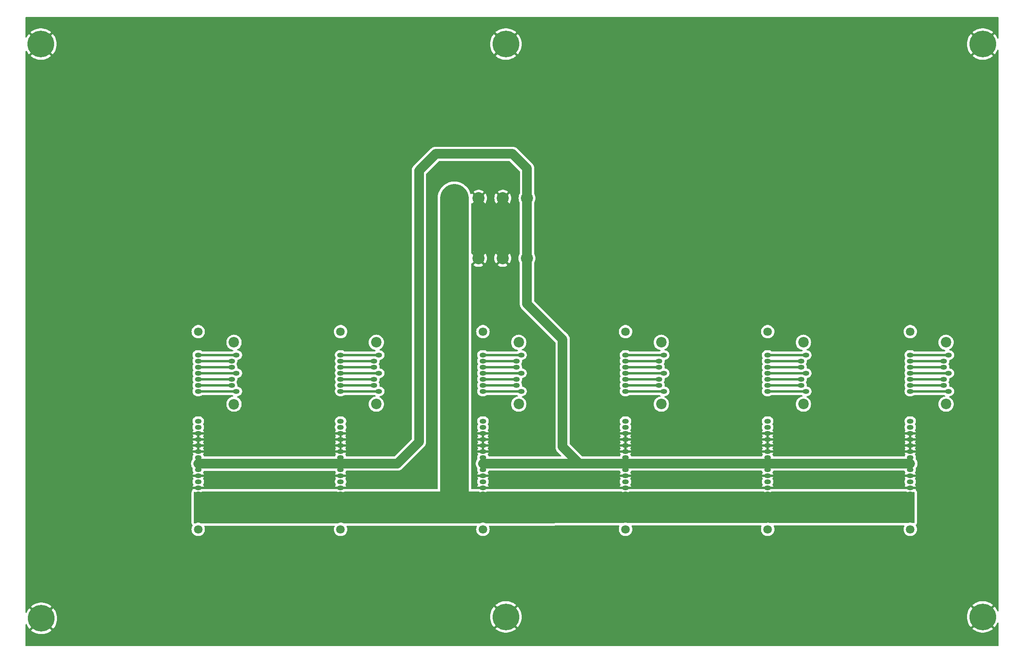
<source format=gbl>
G04 #@! TF.GenerationSoftware,KiCad,Pcbnew,8.0.8*
G04 #@! TF.CreationDate,2025-03-22T18:56:51+00:00*
G04 #@! TF.ProjectId,HDD Backplane,48444420-4261-4636-9b70-6c616e652e6b,rev?*
G04 #@! TF.SameCoordinates,Original*
G04 #@! TF.FileFunction,Copper,L2,Bot*
G04 #@! TF.FilePolarity,Positive*
%FSLAX46Y46*%
G04 Gerber Fmt 4.6, Leading zero omitted, Abs format (unit mm)*
G04 Created by KiCad (PCBNEW 8.0.8) date 2025-03-22 18:56:51*
%MOMM*%
%LPD*%
G01*
G04 APERTURE LIST*
G04 #@! TA.AperFunction,ComponentPad*
%ADD10C,5.600000*%
G04 #@! TD*
G04 #@! TA.AperFunction,ComponentPad*
%ADD11C,1.800000*%
G04 #@! TD*
G04 #@! TA.AperFunction,ComponentPad*
%ADD12O,1.400000X1.000000*%
G04 #@! TD*
G04 #@! TA.AperFunction,ComponentPad*
%ADD13C,2.200000*%
G04 #@! TD*
G04 #@! TA.AperFunction,ComponentPad*
%ADD14C,2.540000*%
G04 #@! TD*
G04 #@! TA.AperFunction,ViaPad*
%ADD15C,0.600000*%
G04 #@! TD*
G04 #@! TA.AperFunction,Conductor*
%ADD16C,6.000000*%
G04 #@! TD*
G04 #@! TA.AperFunction,Conductor*
%ADD17C,4.000000*%
G04 #@! TD*
G04 #@! TA.AperFunction,Conductor*
%ADD18C,2.000000*%
G04 #@! TD*
G04 #@! TA.AperFunction,Conductor*
%ADD19C,1.000000*%
G04 #@! TD*
G04 #@! TA.AperFunction,Conductor*
%ADD20C,0.500000*%
G04 #@! TD*
G04 APERTURE END LIST*
D10*
X123750000Y-151500000D03*
X123750000Y-31300000D03*
D11*
X208551141Y-91627224D03*
X208551141Y-133127224D03*
D12*
X208551141Y-96547224D03*
X208551141Y-97817224D03*
X208551141Y-99087224D03*
X208551141Y-100357224D03*
X208551141Y-101627224D03*
X208551141Y-102897224D03*
X208551141Y-104167224D03*
X208551141Y-110427224D03*
X208551141Y-111697224D03*
X208551141Y-112967224D03*
X208551141Y-114237224D03*
X208551141Y-115507224D03*
X208551141Y-116777224D03*
X208551141Y-118047224D03*
X208551141Y-119317224D03*
X208551141Y-120587224D03*
X208551141Y-121857224D03*
X208551141Y-123127224D03*
X208551141Y-124397224D03*
X208551141Y-125667224D03*
X208551141Y-126937224D03*
X208551141Y-128207224D03*
D13*
X216051141Y-106847224D03*
X216051141Y-93887224D03*
D12*
X216551141Y-96557224D03*
X215551141Y-97827224D03*
X215551141Y-99097224D03*
X216551141Y-100367224D03*
X215551141Y-101637224D03*
X215551141Y-102907224D03*
X216551141Y-104177224D03*
D11*
X178651141Y-91627224D03*
X178651141Y-133127224D03*
D12*
X178651141Y-96547224D03*
X178651141Y-97817224D03*
X178651141Y-99087224D03*
X178651141Y-100357224D03*
X178651141Y-101627224D03*
X178651141Y-102897224D03*
X178651141Y-104167224D03*
X178651141Y-110427224D03*
X178651141Y-111697224D03*
X178651141Y-112967224D03*
X178651141Y-114237224D03*
X178651141Y-115507224D03*
X178651141Y-116777224D03*
X178651141Y-118047224D03*
X178651141Y-119317224D03*
X178651141Y-120587224D03*
X178651141Y-121857224D03*
X178651141Y-123127224D03*
X178651141Y-124397224D03*
X178651141Y-125667224D03*
X178651141Y-126937224D03*
X178651141Y-128207224D03*
D13*
X186151141Y-106847224D03*
X186151141Y-93887224D03*
D12*
X186651141Y-96557224D03*
X185651141Y-97827224D03*
X185651141Y-99097224D03*
X186651141Y-100367224D03*
X185651141Y-101637224D03*
X185651141Y-102907224D03*
X186651141Y-104177224D03*
D11*
X148851141Y-91627224D03*
X148851141Y-133127224D03*
D12*
X148851141Y-96547224D03*
X148851141Y-97817224D03*
X148851141Y-99087224D03*
X148851141Y-100357224D03*
X148851141Y-101627224D03*
X148851141Y-102897224D03*
X148851141Y-104167224D03*
X148851141Y-110427224D03*
X148851141Y-111697224D03*
X148851141Y-112967224D03*
X148851141Y-114237224D03*
X148851141Y-115507224D03*
X148851141Y-116777224D03*
X148851141Y-118047224D03*
X148851141Y-119317224D03*
X148851141Y-120587224D03*
X148851141Y-121857224D03*
X148851141Y-123127224D03*
X148851141Y-124397224D03*
X148851141Y-125667224D03*
X148851141Y-126937224D03*
X148851141Y-128207224D03*
D13*
X156351141Y-106847224D03*
X156351141Y-93887224D03*
D12*
X156851141Y-96557224D03*
X155851141Y-97827224D03*
X155851141Y-99097224D03*
X156851141Y-100367224D03*
X155851141Y-101637224D03*
X155851141Y-102907224D03*
X156851141Y-104177224D03*
D11*
X118951141Y-91627224D03*
X118951141Y-133127224D03*
D12*
X118951141Y-96547224D03*
X118951141Y-97817224D03*
X118951141Y-99087224D03*
X118951141Y-100357224D03*
X118951141Y-101627224D03*
X118951141Y-102897224D03*
X118951141Y-104167224D03*
X118951141Y-110427224D03*
X118951141Y-111697224D03*
X118951141Y-112967224D03*
X118951141Y-114237224D03*
X118951141Y-115507224D03*
X118951141Y-116777224D03*
X118951141Y-118047224D03*
X118951141Y-119317224D03*
X118951141Y-120587224D03*
X118951141Y-121857224D03*
X118951141Y-123127224D03*
X118951141Y-124397224D03*
X118951141Y-125667224D03*
X118951141Y-126937224D03*
X118951141Y-128207224D03*
D13*
X126451141Y-106847224D03*
X126451141Y-93887224D03*
D12*
X126951141Y-96557224D03*
X125951141Y-97827224D03*
X125951141Y-99097224D03*
X126951141Y-100367224D03*
X125951141Y-101637224D03*
X125951141Y-102907224D03*
X126951141Y-104177224D03*
D11*
X89101141Y-91627224D03*
X89101141Y-133127224D03*
D12*
X89101141Y-96547224D03*
X89101141Y-97817224D03*
X89101141Y-99087224D03*
X89101141Y-100357224D03*
X89101141Y-101627224D03*
X89101141Y-102897224D03*
X89101141Y-104167224D03*
X89101141Y-110427224D03*
X89101141Y-111697224D03*
X89101141Y-112967224D03*
X89101141Y-114237224D03*
X89101141Y-115507224D03*
X89101141Y-116777224D03*
X89101141Y-118047224D03*
X89101141Y-119317224D03*
X89101141Y-120587224D03*
X89101141Y-121857224D03*
X89101141Y-123127224D03*
X89101141Y-124397224D03*
X89101141Y-125667224D03*
X89101141Y-126937224D03*
X89101141Y-128207224D03*
D13*
X96601141Y-106847224D03*
X96601141Y-93887224D03*
D12*
X97101141Y-96557224D03*
X96101141Y-97827224D03*
X96101141Y-99097224D03*
X97101141Y-100367224D03*
X96101141Y-101637224D03*
X96101141Y-102907224D03*
X97101141Y-104177224D03*
D10*
X223750000Y-151500000D03*
X26250000Y-31300000D03*
X26350000Y-151800000D03*
D12*
X67250000Y-104180000D03*
X66250000Y-102910000D03*
X66250000Y-101640000D03*
X67250000Y-100370000D03*
X66250000Y-99100000D03*
X66250000Y-97830000D03*
X67250000Y-96560000D03*
D13*
X66750000Y-93890000D03*
X66750000Y-106850000D03*
D10*
X223750000Y-31300000D03*
D14*
X128200000Y-63650000D03*
X123120000Y-63650000D03*
X118040000Y-63650000D03*
X112960000Y-63650000D03*
X128170000Y-76250000D03*
X123090000Y-76250000D03*
X118010000Y-76250000D03*
X112930000Y-76250000D03*
D12*
X59250000Y-128210000D03*
X59250000Y-126940000D03*
X59250000Y-125670000D03*
X59250000Y-124400000D03*
X59250000Y-123130000D03*
X59250000Y-121860000D03*
X59250000Y-120590000D03*
X59250000Y-119320000D03*
X59250000Y-118050000D03*
X59250000Y-116780000D03*
X59250000Y-115510000D03*
X59250000Y-114240000D03*
X59250000Y-112970000D03*
X59250000Y-111700000D03*
X59250000Y-110430000D03*
X59250000Y-104170000D03*
X59250000Y-102900000D03*
X59250000Y-101630000D03*
X59250000Y-100360000D03*
X59250000Y-99090000D03*
X59250000Y-97820000D03*
X59250000Y-96550000D03*
D11*
X59250000Y-133130000D03*
X59250000Y-91630000D03*
D15*
X47200000Y-121095000D03*
X77051141Y-121092224D03*
X106901141Y-121092224D03*
X136801141Y-121092224D03*
D16*
X112960000Y-63650000D02*
X112960000Y-127840000D01*
D17*
X112960000Y-127840000D02*
X112450000Y-128350000D01*
D18*
X89101141Y-119317224D02*
X100982776Y-119317224D01*
X109050000Y-54350000D02*
X125150000Y-54350000D01*
X100982776Y-119317224D02*
X105550000Y-114750000D01*
X105550000Y-114750000D02*
X105550000Y-57850000D01*
X105550000Y-57850000D02*
X109050000Y-54350000D01*
X125150000Y-54350000D02*
X128200000Y-57400000D01*
X128200000Y-57400000D02*
X128200000Y-63650000D01*
D19*
X59250000Y-120590000D02*
X59250000Y-118050000D01*
X89101141Y-120587224D02*
X89101141Y-118047224D01*
X208551141Y-120587224D02*
X208551141Y-118047224D01*
X178651141Y-120587224D02*
X178651141Y-118047224D01*
X148851141Y-120587224D02*
X148851141Y-118047224D01*
X118951141Y-120587224D02*
X118951141Y-118047224D01*
D18*
X59250000Y-119320000D02*
X89098365Y-119320000D01*
D19*
X89098365Y-119320000D02*
X89101141Y-119317224D01*
D18*
X139167224Y-119317224D02*
X118951141Y-119317224D01*
X178651141Y-119317224D02*
X208551141Y-119317224D01*
X148851141Y-119317224D02*
X178651141Y-119317224D01*
X135650000Y-93250000D02*
X135650000Y-115800000D01*
X128170000Y-85770000D02*
X135650000Y-93250000D01*
X128170000Y-76250000D02*
X128170000Y-85770000D01*
X135650000Y-115800000D02*
X139167224Y-119317224D01*
X139167224Y-119317224D02*
X148851141Y-119317224D01*
X112500000Y-76680000D02*
X112850000Y-77030000D01*
D19*
X112960000Y-76220000D02*
X112500000Y-76680000D01*
D20*
X208561141Y-100367224D02*
X208551141Y-100357224D01*
X216551141Y-100367224D02*
X208561141Y-100367224D01*
X215541141Y-101627224D02*
X215551141Y-101637224D01*
X216541141Y-104167224D02*
X216551141Y-104177224D01*
X215551141Y-102907224D02*
X208561141Y-102907224D01*
X215541141Y-99087224D02*
X215551141Y-99097224D01*
X208561141Y-102907224D02*
X208551141Y-102897224D01*
X208551141Y-99087224D02*
X215541141Y-99087224D01*
X208551141Y-101627224D02*
X215541141Y-101627224D01*
X216541141Y-96547224D02*
X216551141Y-96557224D01*
X208551141Y-96547224D02*
X216541141Y-96547224D01*
X208561141Y-97827224D02*
X208551141Y-97817224D01*
X215551141Y-97827224D02*
X208561141Y-97827224D01*
X208551141Y-104167224D02*
X216541141Y-104167224D01*
X178661141Y-100367224D02*
X178651141Y-100357224D01*
X186651141Y-100367224D02*
X178661141Y-100367224D01*
X185641141Y-101627224D02*
X185651141Y-101637224D01*
X186641141Y-104167224D02*
X186651141Y-104177224D01*
X185651141Y-102907224D02*
X178661141Y-102907224D01*
X185641141Y-99087224D02*
X185651141Y-99097224D01*
X178661141Y-102907224D02*
X178651141Y-102897224D01*
X178651141Y-99087224D02*
X185641141Y-99087224D01*
X178651141Y-101627224D02*
X185641141Y-101627224D01*
X186641141Y-96547224D02*
X186651141Y-96557224D01*
X178651141Y-96547224D02*
X186641141Y-96547224D01*
X178661141Y-97827224D02*
X178651141Y-97817224D01*
X185651141Y-97827224D02*
X178661141Y-97827224D01*
X178651141Y-104167224D02*
X186641141Y-104167224D01*
X148861141Y-100367224D02*
X148851141Y-100357224D01*
X156851141Y-100367224D02*
X148861141Y-100367224D01*
X155841141Y-101627224D02*
X155851141Y-101637224D01*
X156841141Y-104167224D02*
X156851141Y-104177224D01*
X155851141Y-102907224D02*
X148861141Y-102907224D01*
X155841141Y-99087224D02*
X155851141Y-99097224D01*
X148861141Y-102907224D02*
X148851141Y-102897224D01*
X148851141Y-99087224D02*
X155841141Y-99087224D01*
X148851141Y-101627224D02*
X155841141Y-101627224D01*
X156841141Y-96547224D02*
X156851141Y-96557224D01*
X148851141Y-96547224D02*
X156841141Y-96547224D01*
X148861141Y-97827224D02*
X148851141Y-97817224D01*
X155851141Y-97827224D02*
X148861141Y-97827224D01*
X148851141Y-104167224D02*
X156841141Y-104167224D01*
X118961141Y-100367224D02*
X118951141Y-100357224D01*
X126951141Y-100367224D02*
X118961141Y-100367224D01*
X125941141Y-101627224D02*
X125951141Y-101637224D01*
X126941141Y-104167224D02*
X126951141Y-104177224D01*
X125951141Y-102907224D02*
X118961141Y-102907224D01*
X125941141Y-99087224D02*
X125951141Y-99097224D01*
X118961141Y-102907224D02*
X118951141Y-102897224D01*
X118951141Y-99087224D02*
X125941141Y-99087224D01*
X118951141Y-101627224D02*
X125941141Y-101627224D01*
X126941141Y-96547224D02*
X126951141Y-96557224D01*
X118951141Y-96547224D02*
X126941141Y-96547224D01*
X118961141Y-97827224D02*
X118951141Y-97817224D01*
X125951141Y-97827224D02*
X118961141Y-97827224D01*
X118951141Y-104167224D02*
X126941141Y-104167224D01*
X89111141Y-100367224D02*
X89101141Y-100357224D01*
X97101141Y-100367224D02*
X89111141Y-100367224D01*
X89101141Y-99087224D02*
X96091141Y-99087224D01*
X89101141Y-101627224D02*
X96091141Y-101627224D01*
X96091141Y-101627224D02*
X96101141Y-101637224D01*
X89111141Y-102907224D02*
X89101141Y-102897224D01*
X89101141Y-96547224D02*
X97091141Y-96547224D01*
X96101141Y-97827224D02*
X89111141Y-97827224D01*
X97091141Y-104167224D02*
X97101141Y-104177224D01*
X89111141Y-97827224D02*
X89101141Y-97817224D01*
X96101141Y-102907224D02*
X89111141Y-102907224D01*
X96091141Y-99087224D02*
X96101141Y-99097224D01*
X89101141Y-104167224D02*
X97091141Y-104167224D01*
X97091141Y-96547224D02*
X97101141Y-96557224D01*
D18*
X128170000Y-76250000D02*
X128170000Y-63680000D01*
D19*
X128170000Y-63680000D02*
X128200000Y-63650000D01*
D18*
X123120000Y-63650000D02*
X123120000Y-76220000D01*
D19*
X123120000Y-76220000D02*
X123090000Y-76250000D01*
D18*
X118010000Y-76250000D02*
X118010000Y-63680000D01*
D19*
X118010000Y-63680000D02*
X118040000Y-63650000D01*
X112960000Y-76220000D02*
X112930000Y-76250000D01*
D20*
X59250000Y-104170000D02*
X67240000Y-104170000D01*
X67240000Y-104170000D02*
X67250000Y-104180000D01*
X66250000Y-102910000D02*
X59260000Y-102910000D01*
X59260000Y-102910000D02*
X59250000Y-102900000D01*
X59250000Y-101630000D02*
X66240000Y-101630000D01*
X66240000Y-101630000D02*
X66250000Y-101640000D01*
X67250000Y-100370000D02*
X59260000Y-100370000D01*
X59260000Y-100370000D02*
X59250000Y-100360000D01*
X59250000Y-99090000D02*
X66240000Y-99090000D01*
X66240000Y-99090000D02*
X66250000Y-99100000D01*
X66250000Y-97830000D02*
X59260000Y-97830000D01*
X59260000Y-97830000D02*
X59250000Y-97820000D01*
X59250000Y-96550000D02*
X67240000Y-96550000D01*
X67240000Y-96550000D02*
X67250000Y-96560000D01*
G04 #@! TA.AperFunction,Conductor*
G36*
X87899019Y-120840185D02*
G01*
X87944774Y-120892989D01*
X87946541Y-120897048D01*
X88014509Y-121061138D01*
X88055026Y-121121776D01*
X88076412Y-121153783D01*
X88097289Y-121220460D01*
X88078804Y-121287840D01*
X88076412Y-121291563D01*
X88014950Y-121383549D01*
X87939571Y-121565531D01*
X87939571Y-121565533D01*
X87931279Y-121607224D01*
X88827881Y-121607224D01*
X88805067Y-121630038D01*
X88756356Y-121714409D01*
X88731141Y-121808513D01*
X88731141Y-121905935D01*
X88756356Y-122000039D01*
X88805067Y-122084410D01*
X88827881Y-122107224D01*
X87931279Y-122107224D01*
X87939571Y-122148914D01*
X87939571Y-122148916D01*
X88014948Y-122330895D01*
X88014955Y-122330908D01*
X88076411Y-122422883D01*
X88097289Y-122489561D01*
X88078804Y-122556941D01*
X88076412Y-122560664D01*
X88014511Y-122653306D01*
X88014505Y-122653317D01*
X87939091Y-122835384D01*
X87939088Y-122835394D01*
X87900641Y-123028680D01*
X87900641Y-123028683D01*
X87900641Y-123225765D01*
X87900641Y-123225767D01*
X87900640Y-123225767D01*
X87939088Y-123419053D01*
X87939091Y-123419063D01*
X88014506Y-123601131D01*
X88014509Y-123601138D01*
X88055026Y-123661776D01*
X88076412Y-123693783D01*
X88097289Y-123760460D01*
X88078804Y-123827840D01*
X88076412Y-123831563D01*
X88014950Y-123923549D01*
X87939571Y-124105531D01*
X87939571Y-124105533D01*
X87931279Y-124147224D01*
X88827881Y-124147224D01*
X88805067Y-124170038D01*
X88756356Y-124254409D01*
X88731141Y-124348513D01*
X88731141Y-124445935D01*
X88756356Y-124540039D01*
X88805067Y-124624410D01*
X88827881Y-124647224D01*
X87926216Y-124647224D01*
X87879946Y-124678740D01*
X87841882Y-124684740D01*
X60514483Y-124693782D01*
X60447437Y-124674120D01*
X60420334Y-124650000D01*
X59523260Y-124650000D01*
X59546074Y-124627186D01*
X59594785Y-124542815D01*
X59620000Y-124448711D01*
X59620000Y-124351289D01*
X59594785Y-124257185D01*
X59546074Y-124172814D01*
X59523260Y-124150000D01*
X60419862Y-124150000D01*
X60411569Y-124108309D01*
X60411569Y-124108307D01*
X60336192Y-123926328D01*
X60336188Y-123926321D01*
X60274728Y-123834341D01*
X60253850Y-123767663D01*
X60272334Y-123700283D01*
X60274704Y-123696595D01*
X60336632Y-123603914D01*
X60412051Y-123421835D01*
X60450500Y-123228541D01*
X60450500Y-123031459D01*
X60450500Y-123031456D01*
X60412052Y-122838170D01*
X60412051Y-122838169D01*
X60412051Y-122838165D01*
X60336635Y-122656093D01*
X60336635Y-122656092D01*
X60336628Y-122656079D01*
X60274728Y-122563440D01*
X60253850Y-122496763D01*
X60272334Y-122429383D01*
X60274729Y-122425657D01*
X60336189Y-122333676D01*
X60336191Y-122333673D01*
X60411569Y-122151692D01*
X60411569Y-122151690D01*
X60419862Y-122110000D01*
X59523260Y-122110000D01*
X59546074Y-122087186D01*
X59594785Y-122002815D01*
X59620000Y-121908711D01*
X59620000Y-121811289D01*
X59594785Y-121717185D01*
X59546074Y-121632814D01*
X59523260Y-121610000D01*
X60419862Y-121610000D01*
X60411569Y-121568309D01*
X60411569Y-121568307D01*
X60336192Y-121386328D01*
X60336188Y-121386321D01*
X60274728Y-121294341D01*
X60253850Y-121227663D01*
X60272334Y-121160283D01*
X60274704Y-121156595D01*
X60336632Y-121063914D01*
X60405750Y-120897048D01*
X60449591Y-120842644D01*
X60515885Y-120820579D01*
X60520311Y-120820500D01*
X87831980Y-120820500D01*
X87899019Y-120840185D01*
G37*
G04 #@! TD.AperFunction*
G04 #@! TA.AperFunction,Conductor*
G36*
X124544150Y-55870185D02*
G01*
X124564792Y-55886819D01*
X126663181Y-57985208D01*
X126696666Y-58046531D01*
X126699500Y-58072889D01*
X126699500Y-62674715D01*
X126682887Y-62736715D01*
X126600361Y-62879654D01*
X126503416Y-63126667D01*
X126503410Y-63126686D01*
X126444364Y-63385385D01*
X126444363Y-63385390D01*
X126424535Y-63649995D01*
X126424535Y-63650004D01*
X126444363Y-63914609D01*
X126444364Y-63914614D01*
X126503410Y-64173313D01*
X126503416Y-64173332D01*
X126600359Y-64420342D01*
X126600361Y-64420345D01*
X126652887Y-64511323D01*
X126669500Y-64573322D01*
X126669500Y-75274715D01*
X126652887Y-75336715D01*
X126570361Y-75479654D01*
X126473416Y-75726667D01*
X126473410Y-75726686D01*
X126414364Y-75985385D01*
X126414363Y-75985390D01*
X126394535Y-76249995D01*
X126394535Y-76250004D01*
X126414363Y-76514609D01*
X126414364Y-76514614D01*
X126473410Y-76773313D01*
X126473416Y-76773332D01*
X126570359Y-77020342D01*
X126570361Y-77020345D01*
X126652887Y-77163284D01*
X126669500Y-77225283D01*
X126669500Y-85888097D01*
X126706446Y-86121368D01*
X126779433Y-86345996D01*
X126886657Y-86556434D01*
X127025484Y-86747511D01*
X134113181Y-93835208D01*
X134146666Y-93896531D01*
X134149500Y-93922889D01*
X134149500Y-115918097D01*
X134186446Y-116151368D01*
X134259433Y-116375996D01*
X134348112Y-116550038D01*
X134366657Y-116586434D01*
X134469884Y-116728513D01*
X134505484Y-116777511D01*
X135333016Y-117605043D01*
X135366501Y-117666366D01*
X135361517Y-117736058D01*
X135319645Y-117791991D01*
X135254181Y-117816408D01*
X135245335Y-117816724D01*
X120221452Y-117816724D01*
X120154413Y-117797039D01*
X120108658Y-117744235D01*
X120106891Y-117740176D01*
X120037776Y-117573316D01*
X120037769Y-117573303D01*
X119975869Y-117480664D01*
X119954991Y-117413987D01*
X119973475Y-117346607D01*
X119975870Y-117342881D01*
X120037330Y-117250900D01*
X120037332Y-117250897D01*
X120112710Y-117068916D01*
X120112710Y-117068914D01*
X120121003Y-117027224D01*
X119224401Y-117027224D01*
X119247215Y-117004410D01*
X119295926Y-116920039D01*
X119321141Y-116825935D01*
X119321141Y-116728513D01*
X119295926Y-116634409D01*
X119247215Y-116550038D01*
X119224401Y-116527224D01*
X120121003Y-116527224D01*
X120112710Y-116485533D01*
X120112710Y-116485531D01*
X120037333Y-116303552D01*
X119975568Y-116211116D01*
X119954690Y-116144438D01*
X119973174Y-116077058D01*
X119975568Y-116073332D01*
X120037333Y-115980895D01*
X120112710Y-115798916D01*
X120112710Y-115798914D01*
X120121003Y-115757224D01*
X119224401Y-115757224D01*
X119247215Y-115734410D01*
X119295926Y-115650039D01*
X119321141Y-115555935D01*
X119321141Y-115458513D01*
X119295926Y-115364409D01*
X119247215Y-115280038D01*
X119224401Y-115257224D01*
X120121003Y-115257224D01*
X120112710Y-115215533D01*
X120112710Y-115215531D01*
X120037333Y-115033552D01*
X119975568Y-114941116D01*
X119954690Y-114874438D01*
X119973174Y-114807058D01*
X119975568Y-114803332D01*
X120037333Y-114710895D01*
X120112710Y-114528916D01*
X120112710Y-114528914D01*
X120121003Y-114487224D01*
X119224401Y-114487224D01*
X119247215Y-114464410D01*
X119295926Y-114380039D01*
X119321141Y-114285935D01*
X119321141Y-114188513D01*
X119295926Y-114094409D01*
X119247215Y-114010038D01*
X119224401Y-113987224D01*
X120121003Y-113987224D01*
X120112710Y-113945533D01*
X120112710Y-113945531D01*
X120037333Y-113763552D01*
X119975568Y-113671116D01*
X119954690Y-113604438D01*
X119973174Y-113537058D01*
X119975568Y-113533332D01*
X120037333Y-113440895D01*
X120112710Y-113258916D01*
X120112710Y-113258914D01*
X120121003Y-113217224D01*
X119224401Y-113217224D01*
X119247215Y-113194410D01*
X119295926Y-113110039D01*
X119321141Y-113015935D01*
X119321141Y-112918513D01*
X119295926Y-112824409D01*
X119247215Y-112740038D01*
X119224401Y-112717224D01*
X120121003Y-112717224D01*
X120112710Y-112675533D01*
X120112710Y-112675531D01*
X120037333Y-112493552D01*
X120037329Y-112493545D01*
X119975869Y-112401565D01*
X119954991Y-112334887D01*
X119973475Y-112267507D01*
X119975845Y-112263819D01*
X120037773Y-112171138D01*
X120113192Y-111989059D01*
X120125773Y-111925806D01*
X120151641Y-111795767D01*
X120151641Y-111598680D01*
X120113193Y-111405394D01*
X120113192Y-111405393D01*
X120113192Y-111405389D01*
X120113190Y-111405384D01*
X120037776Y-111223316D01*
X120037774Y-111223312D01*
X120037773Y-111223310D01*
X119976170Y-111131115D01*
X119955292Y-111064438D01*
X119973776Y-110997058D01*
X119976170Y-110993333D01*
X119989013Y-110974111D01*
X120037773Y-110901138D01*
X120113192Y-110719059D01*
X120125773Y-110655806D01*
X120151641Y-110525767D01*
X120151641Y-110328680D01*
X120113193Y-110135394D01*
X120113192Y-110135393D01*
X120113192Y-110135389D01*
X120113190Y-110135384D01*
X120037776Y-109953316D01*
X120037769Y-109953303D01*
X119928280Y-109789442D01*
X119928277Y-109789438D01*
X119788926Y-109650087D01*
X119788922Y-109650084D01*
X119625061Y-109540595D01*
X119625048Y-109540588D01*
X119442980Y-109465174D01*
X119442970Y-109465171D01*
X119249684Y-109426724D01*
X119249682Y-109426724D01*
X118652600Y-109426724D01*
X118652598Y-109426724D01*
X118459311Y-109465171D01*
X118459301Y-109465174D01*
X118277233Y-109540588D01*
X118277220Y-109540595D01*
X118113359Y-109650084D01*
X118113355Y-109650087D01*
X117974004Y-109789438D01*
X117974001Y-109789442D01*
X117864512Y-109953303D01*
X117864505Y-109953316D01*
X117789091Y-110135384D01*
X117789088Y-110135394D01*
X117750641Y-110328680D01*
X117750641Y-110328683D01*
X117750641Y-110525765D01*
X117750641Y-110525767D01*
X117750640Y-110525767D01*
X117789088Y-110719053D01*
X117789091Y-110719063D01*
X117864506Y-110901131D01*
X117864509Y-110901138D01*
X117908493Y-110966964D01*
X117926112Y-110993334D01*
X117946989Y-111060011D01*
X117928504Y-111127391D01*
X117926112Y-111131114D01*
X117864507Y-111223313D01*
X117789091Y-111405384D01*
X117789088Y-111405394D01*
X117750641Y-111598680D01*
X117750641Y-111598683D01*
X117750641Y-111795765D01*
X117750641Y-111795767D01*
X117750640Y-111795767D01*
X117789088Y-111989053D01*
X117789091Y-111989063D01*
X117864506Y-112171131D01*
X117864509Y-112171138D01*
X117905026Y-112231776D01*
X117926412Y-112263783D01*
X117947289Y-112330460D01*
X117928804Y-112397840D01*
X117926412Y-112401563D01*
X117864950Y-112493549D01*
X117789571Y-112675531D01*
X117789571Y-112675533D01*
X117781279Y-112717224D01*
X118677881Y-112717224D01*
X118655067Y-112740038D01*
X118606356Y-112824409D01*
X118581141Y-112918513D01*
X118581141Y-113015935D01*
X118606356Y-113110039D01*
X118655067Y-113194410D01*
X118677881Y-113217224D01*
X117781279Y-113217224D01*
X117789571Y-113258914D01*
X117789571Y-113258916D01*
X117864948Y-113440895D01*
X117864955Y-113440908D01*
X117926712Y-113533333D01*
X117947590Y-113600010D01*
X117929106Y-113667391D01*
X117926712Y-113671115D01*
X117864955Y-113763539D01*
X117864948Y-113763552D01*
X117789571Y-113945531D01*
X117789571Y-113945533D01*
X117781279Y-113987224D01*
X118677881Y-113987224D01*
X118655067Y-114010038D01*
X118606356Y-114094409D01*
X118581141Y-114188513D01*
X118581141Y-114285935D01*
X118606356Y-114380039D01*
X118655067Y-114464410D01*
X118677881Y-114487224D01*
X117781279Y-114487224D01*
X117789571Y-114528914D01*
X117789571Y-114528916D01*
X117864948Y-114710895D01*
X117864955Y-114710908D01*
X117926712Y-114803333D01*
X117947590Y-114870010D01*
X117929106Y-114937391D01*
X117926712Y-114941115D01*
X117864955Y-115033539D01*
X117864948Y-115033552D01*
X117789571Y-115215531D01*
X117789571Y-115215533D01*
X117781279Y-115257224D01*
X118677881Y-115257224D01*
X118655067Y-115280038D01*
X118606356Y-115364409D01*
X118581141Y-115458513D01*
X118581141Y-115555935D01*
X118606356Y-115650039D01*
X118655067Y-115734410D01*
X118677881Y-115757224D01*
X117781279Y-115757224D01*
X117789571Y-115798914D01*
X117789571Y-115798916D01*
X117864948Y-115980895D01*
X117864955Y-115980908D01*
X117926712Y-116073333D01*
X117947590Y-116140010D01*
X117929106Y-116207391D01*
X117926712Y-116211115D01*
X117864955Y-116303539D01*
X117864948Y-116303552D01*
X117789571Y-116485531D01*
X117789571Y-116485533D01*
X117781279Y-116527224D01*
X118677881Y-116527224D01*
X118655067Y-116550038D01*
X118606356Y-116634409D01*
X118581141Y-116728513D01*
X118581141Y-116825935D01*
X118606356Y-116920039D01*
X118655067Y-117004410D01*
X118677881Y-117027224D01*
X117781279Y-117027224D01*
X117789571Y-117068914D01*
X117789571Y-117068916D01*
X117864948Y-117250895D01*
X117864955Y-117250908D01*
X117926411Y-117342883D01*
X117947289Y-117409561D01*
X117928804Y-117476941D01*
X117926412Y-117480664D01*
X117864511Y-117573306D01*
X117864505Y-117573317D01*
X117789091Y-117755384D01*
X117789088Y-117755394D01*
X117750641Y-117948680D01*
X117750641Y-118145769D01*
X117782378Y-118305322D01*
X117776151Y-118374913D01*
X117761080Y-118402398D01*
X117667797Y-118530791D01*
X117560574Y-118741227D01*
X117487587Y-118965855D01*
X117450641Y-119199126D01*
X117450641Y-119435321D01*
X117487587Y-119668592D01*
X117560574Y-119893220D01*
X117667798Y-120103657D01*
X117761081Y-120232049D01*
X117784560Y-120297853D01*
X117782379Y-120329125D01*
X117750641Y-120488680D01*
X117750641Y-120488683D01*
X117750641Y-120685765D01*
X117750641Y-120685767D01*
X117750640Y-120685767D01*
X117789088Y-120879053D01*
X117789091Y-120879063D01*
X117795391Y-120894272D01*
X117864509Y-121061138D01*
X117905026Y-121121776D01*
X117926412Y-121153783D01*
X117947289Y-121220460D01*
X117928804Y-121287840D01*
X117926412Y-121291563D01*
X117864950Y-121383549D01*
X117789571Y-121565531D01*
X117789571Y-121565533D01*
X117781279Y-121607224D01*
X118677881Y-121607224D01*
X118655067Y-121630038D01*
X118606356Y-121714409D01*
X118581141Y-121808513D01*
X118581141Y-121905935D01*
X118606356Y-122000039D01*
X118655067Y-122084410D01*
X118677881Y-122107224D01*
X117781279Y-122107224D01*
X117789571Y-122148914D01*
X117789571Y-122148916D01*
X117864948Y-122330895D01*
X117864955Y-122330908D01*
X117926411Y-122422883D01*
X117947289Y-122489561D01*
X117928804Y-122556941D01*
X117926412Y-122560664D01*
X117864511Y-122653306D01*
X117864505Y-122653317D01*
X117789091Y-122835384D01*
X117789088Y-122835394D01*
X117750641Y-123028680D01*
X117750641Y-123028683D01*
X117750641Y-123225765D01*
X117750641Y-123225767D01*
X117750640Y-123225767D01*
X117789088Y-123419053D01*
X117789091Y-123419063D01*
X117864506Y-123601131D01*
X117864509Y-123601138D01*
X117905026Y-123661776D01*
X117926412Y-123693783D01*
X117947289Y-123760460D01*
X117928804Y-123827840D01*
X117926412Y-123831563D01*
X117864950Y-123923549D01*
X117789571Y-124105531D01*
X117789571Y-124105533D01*
X117781279Y-124147224D01*
X118677881Y-124147224D01*
X118655067Y-124170038D01*
X118606356Y-124254409D01*
X118581141Y-124348513D01*
X118581141Y-124445935D01*
X118606356Y-124540039D01*
X118655067Y-124624410D01*
X118677881Y-124647224D01*
X117769818Y-124647224D01*
X117738054Y-124668859D01*
X117699991Y-124674859D01*
X116584541Y-124675228D01*
X116517495Y-124655566D01*
X116471723Y-124602777D01*
X116460500Y-124551228D01*
X116460500Y-96645767D01*
X117750640Y-96645767D01*
X117789088Y-96839053D01*
X117789091Y-96839063D01*
X117864507Y-97021134D01*
X117864509Y-97021138D01*
X117871191Y-97031138D01*
X117926112Y-97113334D01*
X117946989Y-97180011D01*
X117928504Y-97247391D01*
X117926112Y-97251114D01*
X117864507Y-97343313D01*
X117789091Y-97525384D01*
X117789088Y-97525394D01*
X117750641Y-97718680D01*
X117750641Y-97718683D01*
X117750641Y-97915765D01*
X117750641Y-97915767D01*
X117750640Y-97915767D01*
X117789088Y-98109053D01*
X117789091Y-98109063D01*
X117864507Y-98291134D01*
X117864509Y-98291138D01*
X117908493Y-98356964D01*
X117926112Y-98383334D01*
X117946989Y-98450011D01*
X117928504Y-98517391D01*
X117926112Y-98521114D01*
X117864507Y-98613313D01*
X117789091Y-98795384D01*
X117789088Y-98795394D01*
X117750641Y-98988680D01*
X117750641Y-98988683D01*
X117750641Y-99185765D01*
X117750641Y-99185767D01*
X117750640Y-99185767D01*
X117789088Y-99379053D01*
X117789091Y-99379063D01*
X117832297Y-99483371D01*
X117864509Y-99561138D01*
X117883850Y-99590084D01*
X117926112Y-99653334D01*
X117946989Y-99720011D01*
X117928504Y-99787391D01*
X117926112Y-99791114D01*
X117864507Y-99883313D01*
X117789091Y-100065384D01*
X117789088Y-100065394D01*
X117750641Y-100258680D01*
X117750641Y-100258683D01*
X117750641Y-100455765D01*
X117750641Y-100455767D01*
X117750640Y-100455767D01*
X117789088Y-100649053D01*
X117789091Y-100649063D01*
X117864507Y-100831134D01*
X117864509Y-100831138D01*
X117871191Y-100841138D01*
X117926112Y-100923334D01*
X117946989Y-100990011D01*
X117928504Y-101057391D01*
X117926112Y-101061114D01*
X117864507Y-101153313D01*
X117789091Y-101335384D01*
X117789088Y-101335394D01*
X117750641Y-101528680D01*
X117750641Y-101528683D01*
X117750641Y-101725765D01*
X117750641Y-101725767D01*
X117750640Y-101725767D01*
X117789088Y-101919053D01*
X117789091Y-101919063D01*
X117864507Y-102101134D01*
X117864509Y-102101138D01*
X117908493Y-102166964D01*
X117926112Y-102193334D01*
X117946989Y-102260011D01*
X117928504Y-102327391D01*
X117926112Y-102331114D01*
X117864507Y-102423313D01*
X117789091Y-102605384D01*
X117789088Y-102605394D01*
X117750641Y-102798680D01*
X117750641Y-102798683D01*
X117750641Y-102995765D01*
X117750641Y-102995767D01*
X117750640Y-102995767D01*
X117789088Y-103189053D01*
X117789091Y-103189063D01*
X117832297Y-103293371D01*
X117864509Y-103371138D01*
X117883850Y-103400084D01*
X117926112Y-103463334D01*
X117946989Y-103530011D01*
X117928504Y-103597391D01*
X117926112Y-103601114D01*
X117864507Y-103693313D01*
X117789091Y-103875384D01*
X117789088Y-103875394D01*
X117750641Y-104068680D01*
X117750641Y-104068683D01*
X117750641Y-104265765D01*
X117750641Y-104265767D01*
X117750640Y-104265767D01*
X117789088Y-104459053D01*
X117789091Y-104459063D01*
X117864505Y-104641131D01*
X117864512Y-104641144D01*
X117974001Y-104805005D01*
X117974004Y-104805009D01*
X118113355Y-104944360D01*
X118113359Y-104944363D01*
X118277220Y-105053852D01*
X118277233Y-105053859D01*
X118368738Y-105091761D01*
X118459306Y-105129275D01*
X118459310Y-105129275D01*
X118459311Y-105129276D01*
X118652597Y-105167724D01*
X118652600Y-105167724D01*
X119249684Y-105167724D01*
X119392713Y-105139273D01*
X119442976Y-105129275D01*
X119594220Y-105066628D01*
X119625048Y-105053859D01*
X119625048Y-105053858D01*
X119625055Y-105053856D01*
X119648562Y-105038149D01*
X119793988Y-104940979D01*
X119795008Y-104942506D01*
X119851396Y-104918558D01*
X119865751Y-104917724D01*
X126025357Y-104917724D01*
X126092396Y-104937409D01*
X126108644Y-104950502D01*
X126108649Y-104950498D01*
X126109201Y-104950951D01*
X126113038Y-104954043D01*
X126113355Y-104954360D01*
X126113359Y-104954363D01*
X126238753Y-105038149D01*
X126283558Y-105091761D01*
X126292265Y-105161086D01*
X126262111Y-105224114D01*
X126202668Y-105260833D01*
X126198809Y-105261825D01*
X125955030Y-105320350D01*
X125722281Y-105416757D01*
X125507487Y-105548384D01*
X125507484Y-105548385D01*
X125315917Y-105712000D01*
X125152302Y-105903567D01*
X125152301Y-105903570D01*
X125020674Y-106118364D01*
X124924267Y-106351113D01*
X124865458Y-106596072D01*
X124845692Y-106847224D01*
X124865458Y-107098375D01*
X124924267Y-107343334D01*
X125020674Y-107576083D01*
X125152301Y-107790877D01*
X125152302Y-107790880D01*
X125154673Y-107793656D01*
X125315917Y-107982448D01*
X125464207Y-108109099D01*
X125507484Y-108146062D01*
X125507487Y-108146063D01*
X125722281Y-108277690D01*
X125955030Y-108374097D01*
X126199993Y-108432907D01*
X126451141Y-108452673D01*
X126702289Y-108432907D01*
X126947252Y-108374097D01*
X127180000Y-108277690D01*
X127394800Y-108146060D01*
X127586365Y-107982448D01*
X127749977Y-107790883D01*
X127881607Y-107576083D01*
X127978014Y-107343335D01*
X128036824Y-107098372D01*
X128056590Y-106847224D01*
X128036824Y-106596076D01*
X127978014Y-106351113D01*
X127882757Y-106121141D01*
X127881607Y-106118364D01*
X127749980Y-105903570D01*
X127749979Y-105903567D01*
X127713016Y-105860290D01*
X127586365Y-105712000D01*
X127459712Y-105603828D01*
X127394797Y-105548385D01*
X127394794Y-105548384D01*
X127180000Y-105416757D01*
X127178859Y-105416285D01*
X127178491Y-105415988D01*
X127175656Y-105414544D01*
X127175959Y-105413948D01*
X127124456Y-105372444D01*
X127102391Y-105306150D01*
X127119670Y-105238450D01*
X127170808Y-105190840D01*
X127226312Y-105177724D01*
X127249684Y-105177724D01*
X127379723Y-105151856D01*
X127442976Y-105139275D01*
X127625055Y-105063856D01*
X127788923Y-104954363D01*
X127928280Y-104815006D01*
X128037773Y-104651138D01*
X128113192Y-104469059D01*
X128125773Y-104405806D01*
X128151641Y-104275767D01*
X128151641Y-104078680D01*
X128113193Y-103885394D01*
X128113192Y-103885393D01*
X128113192Y-103885389D01*
X128109048Y-103875384D01*
X128037776Y-103703316D01*
X128037769Y-103703303D01*
X127928280Y-103539442D01*
X127928277Y-103539438D01*
X127788926Y-103400087D01*
X127788922Y-103400084D01*
X127625061Y-103290595D01*
X127625048Y-103290588D01*
X127442980Y-103215174D01*
X127442970Y-103215171D01*
X127244277Y-103175648D01*
X127182366Y-103143263D01*
X127147792Y-103082547D01*
X127146852Y-103029840D01*
X127151641Y-103005765D01*
X127151641Y-102808683D01*
X127151641Y-102808680D01*
X127113193Y-102615394D01*
X127113192Y-102615393D01*
X127113192Y-102615389D01*
X127109048Y-102605384D01*
X127037776Y-102433316D01*
X127037774Y-102433312D01*
X127037773Y-102433310D01*
X126976170Y-102341115D01*
X126955292Y-102274438D01*
X126973776Y-102207058D01*
X126976170Y-102203333D01*
X126989013Y-102184111D01*
X127037773Y-102111138D01*
X127113192Y-101929059D01*
X127125773Y-101865806D01*
X127151641Y-101735767D01*
X127151641Y-101538683D01*
X127149651Y-101528680D01*
X127146852Y-101514608D01*
X127153078Y-101445018D01*
X127195940Y-101389840D01*
X127244278Y-101368799D01*
X127249682Y-101367724D01*
X127442976Y-101329275D01*
X127625055Y-101253856D01*
X127788923Y-101144363D01*
X127928280Y-101005006D01*
X128037773Y-100841138D01*
X128113192Y-100659059D01*
X128125773Y-100595806D01*
X128151641Y-100465767D01*
X128151641Y-100268680D01*
X128113193Y-100075394D01*
X128113192Y-100075393D01*
X128113192Y-100075389D01*
X128109048Y-100065384D01*
X128037776Y-99893316D01*
X128037769Y-99893303D01*
X127928280Y-99729442D01*
X127928277Y-99729438D01*
X127788926Y-99590087D01*
X127788922Y-99590084D01*
X127625061Y-99480595D01*
X127625048Y-99480588D01*
X127442980Y-99405174D01*
X127442970Y-99405171D01*
X127244277Y-99365648D01*
X127182366Y-99333263D01*
X127147792Y-99272547D01*
X127146852Y-99219840D01*
X127151641Y-99195765D01*
X127151641Y-98998683D01*
X127151641Y-98998680D01*
X127113193Y-98805394D01*
X127113192Y-98805393D01*
X127113192Y-98805389D01*
X127109048Y-98795384D01*
X127037776Y-98623316D01*
X127037774Y-98623312D01*
X127037773Y-98623310D01*
X126976170Y-98531115D01*
X126955292Y-98464438D01*
X126973776Y-98397058D01*
X126976170Y-98393333D01*
X126989013Y-98374111D01*
X127037773Y-98301138D01*
X127113192Y-98119059D01*
X127125773Y-98055806D01*
X127151641Y-97925767D01*
X127151641Y-97728683D01*
X127149651Y-97718680D01*
X127146852Y-97704608D01*
X127153078Y-97635018D01*
X127195940Y-97579840D01*
X127244278Y-97558799D01*
X127249682Y-97557724D01*
X127442976Y-97519275D01*
X127625055Y-97443856D01*
X127788923Y-97334363D01*
X127928280Y-97195006D01*
X128037773Y-97031138D01*
X128113192Y-96849059D01*
X128125773Y-96785806D01*
X128151641Y-96655767D01*
X128151641Y-96458680D01*
X128113193Y-96265394D01*
X128113192Y-96265393D01*
X128113192Y-96265389D01*
X128109048Y-96255384D01*
X128037776Y-96083316D01*
X128037769Y-96083303D01*
X127928280Y-95919442D01*
X127928277Y-95919438D01*
X127788926Y-95780087D01*
X127788922Y-95780084D01*
X127625061Y-95670595D01*
X127625048Y-95670588D01*
X127442980Y-95595174D01*
X127442970Y-95595171D01*
X127249684Y-95556724D01*
X127249682Y-95556724D01*
X127226312Y-95556724D01*
X127159273Y-95537039D01*
X127113518Y-95484235D01*
X127103574Y-95415077D01*
X127132599Y-95351521D01*
X127175867Y-95320319D01*
X127175656Y-95319904D01*
X127178344Y-95318534D01*
X127178859Y-95318163D01*
X127180000Y-95317690D01*
X127394800Y-95186060D01*
X127586365Y-95022448D01*
X127749977Y-94830883D01*
X127881607Y-94616083D01*
X127978014Y-94383335D01*
X128036824Y-94138372D01*
X128056590Y-93887224D01*
X128036824Y-93636076D01*
X127978014Y-93391113D01*
X127882757Y-93161141D01*
X127881607Y-93158364D01*
X127749980Y-92943570D01*
X127749979Y-92943567D01*
X127711600Y-92898631D01*
X127586365Y-92752000D01*
X127459712Y-92643828D01*
X127394797Y-92588385D01*
X127394794Y-92588384D01*
X127180000Y-92456757D01*
X126947251Y-92360350D01*
X126702292Y-92301541D01*
X126451141Y-92281775D01*
X126199989Y-92301541D01*
X125955030Y-92360350D01*
X125722281Y-92456757D01*
X125507487Y-92588384D01*
X125507484Y-92588385D01*
X125315917Y-92752000D01*
X125152302Y-92943567D01*
X125152301Y-92943570D01*
X125020674Y-93158364D01*
X124924267Y-93391113D01*
X124865458Y-93636072D01*
X124845692Y-93887224D01*
X124865458Y-94138375D01*
X124924267Y-94383334D01*
X125020674Y-94616083D01*
X125152301Y-94830877D01*
X125152302Y-94830880D01*
X125154673Y-94833656D01*
X125315917Y-95022448D01*
X125464207Y-95149099D01*
X125507484Y-95186062D01*
X125507487Y-95186063D01*
X125722281Y-95317690D01*
X125810659Y-95354297D01*
X125955030Y-95414097D01*
X126198811Y-95472623D01*
X126259401Y-95507412D01*
X126291565Y-95569438D01*
X126285089Y-95639007D01*
X126242030Y-95694032D01*
X126238754Y-95696298D01*
X126171896Y-95740971D01*
X126119732Y-95775826D01*
X126053056Y-95796704D01*
X126050842Y-95796724D01*
X119865751Y-95796724D01*
X119798712Y-95777039D01*
X119791782Y-95771995D01*
X119625061Y-95660595D01*
X119625048Y-95660588D01*
X119442980Y-95585174D01*
X119442970Y-95585171D01*
X119249684Y-95546724D01*
X119249682Y-95546724D01*
X118652600Y-95546724D01*
X118652598Y-95546724D01*
X118459311Y-95585171D01*
X118459301Y-95585174D01*
X118277233Y-95660588D01*
X118277220Y-95660595D01*
X118113359Y-95770084D01*
X118113355Y-95770087D01*
X117974004Y-95909438D01*
X117974001Y-95909442D01*
X117864512Y-96073303D01*
X117864505Y-96073316D01*
X117789091Y-96255384D01*
X117789088Y-96255394D01*
X117750641Y-96448680D01*
X117750641Y-96448683D01*
X117750641Y-96645765D01*
X117750641Y-96645767D01*
X117750640Y-96645767D01*
X116460500Y-96645767D01*
X116460500Y-91627217D01*
X117545841Y-91627217D01*
X117545841Y-91627230D01*
X117565005Y-91858521D01*
X117565007Y-91858532D01*
X117621983Y-92083524D01*
X117715216Y-92296072D01*
X117842157Y-92490371D01*
X117842160Y-92490375D01*
X117842162Y-92490377D01*
X117999357Y-92661137D01*
X117999360Y-92661139D01*
X117999363Y-92661142D01*
X118182506Y-92803688D01*
X118182512Y-92803692D01*
X118182515Y-92803694D01*
X118386638Y-92914160D01*
X118480378Y-92946341D01*
X118606156Y-92989521D01*
X118606158Y-92989521D01*
X118606160Y-92989522D01*
X118835092Y-93027724D01*
X118835093Y-93027724D01*
X119067189Y-93027724D01*
X119067190Y-93027724D01*
X119296122Y-92989522D01*
X119515644Y-92914160D01*
X119719767Y-92803694D01*
X119902925Y-92661137D01*
X120060120Y-92490377D01*
X120187065Y-92296073D01*
X120280298Y-92083524D01*
X120337275Y-91858529D01*
X120337276Y-91858521D01*
X120356441Y-91627230D01*
X120356441Y-91627217D01*
X120337276Y-91395926D01*
X120337274Y-91395915D01*
X120280298Y-91170923D01*
X120187065Y-90958375D01*
X120060124Y-90764076D01*
X120060121Y-90764073D01*
X120060120Y-90764071D01*
X119902925Y-90593311D01*
X119902920Y-90593307D01*
X119902918Y-90593305D01*
X119719775Y-90450759D01*
X119719769Y-90450755D01*
X119515645Y-90340288D01*
X119515636Y-90340285D01*
X119296125Y-90264926D01*
X119124423Y-90236274D01*
X119067190Y-90226724D01*
X118835092Y-90226724D01*
X118789305Y-90234364D01*
X118606156Y-90264926D01*
X118386645Y-90340285D01*
X118386636Y-90340288D01*
X118182512Y-90450755D01*
X118182506Y-90450759D01*
X117999363Y-90593305D01*
X117999360Y-90593308D01*
X117999357Y-90593310D01*
X117999357Y-90593311D01*
X117996802Y-90596087D01*
X117842157Y-90764076D01*
X117715216Y-90958375D01*
X117621983Y-91170923D01*
X117565007Y-91395915D01*
X117565005Y-91395926D01*
X117545841Y-91627217D01*
X116460500Y-91627217D01*
X116460500Y-77436485D01*
X116480185Y-77369446D01*
X116532989Y-77323691D01*
X116591453Y-77312680D01*
X116593642Y-77312802D01*
X117530874Y-76375569D01*
X117548454Y-76441179D01*
X117613661Y-76554121D01*
X117705879Y-76646339D01*
X117818821Y-76711546D01*
X117884428Y-76729125D01*
X116946438Y-77667113D01*
X117122518Y-77787162D01*
X117122526Y-77787167D01*
X117361530Y-77902264D01*
X117361528Y-77902264D01*
X117615025Y-77980458D01*
X117615031Y-77980459D01*
X117877351Y-78019999D01*
X117877358Y-78020000D01*
X118142642Y-78020000D01*
X118142648Y-78019999D01*
X118404968Y-77980459D01*
X118404974Y-77980458D01*
X118658470Y-77902264D01*
X118897474Y-77787167D01*
X118897484Y-77787160D01*
X119073560Y-77667113D01*
X118135571Y-76729125D01*
X118201179Y-76711546D01*
X118314121Y-76646339D01*
X118406339Y-76554121D01*
X118471546Y-76441179D01*
X118489125Y-76375571D01*
X119426357Y-77312803D01*
X119476542Y-77249871D01*
X119609185Y-77020128D01*
X119706103Y-76773185D01*
X119706109Y-76773166D01*
X119765138Y-76514540D01*
X119765139Y-76514535D01*
X119784963Y-76250004D01*
X119784963Y-76249995D01*
X121315037Y-76249995D01*
X121315037Y-76250004D01*
X121334860Y-76514535D01*
X121334861Y-76514540D01*
X121393890Y-76773166D01*
X121393896Y-76773185D01*
X121490814Y-77020128D01*
X121490813Y-77020128D01*
X121623456Y-77249871D01*
X121673641Y-77312803D01*
X122610874Y-76375571D01*
X122628454Y-76441179D01*
X122693661Y-76554121D01*
X122785879Y-76646339D01*
X122898821Y-76711546D01*
X122964428Y-76729125D01*
X122026438Y-77667113D01*
X122202518Y-77787162D01*
X122202526Y-77787167D01*
X122441530Y-77902264D01*
X122441528Y-77902264D01*
X122695025Y-77980458D01*
X122695031Y-77980459D01*
X122957351Y-78019999D01*
X122957358Y-78020000D01*
X123222642Y-78020000D01*
X123222648Y-78019999D01*
X123484968Y-77980459D01*
X123484974Y-77980458D01*
X123738470Y-77902264D01*
X123977474Y-77787167D01*
X123977484Y-77787160D01*
X124153560Y-77667113D01*
X123215571Y-76729125D01*
X123281179Y-76711546D01*
X123394121Y-76646339D01*
X123486339Y-76554121D01*
X123551546Y-76441179D01*
X123569125Y-76375571D01*
X124506357Y-77312803D01*
X124556542Y-77249871D01*
X124689185Y-77020128D01*
X124786103Y-76773185D01*
X124786109Y-76773166D01*
X124845138Y-76514540D01*
X124845139Y-76514535D01*
X124864963Y-76250004D01*
X124864963Y-76249995D01*
X124845139Y-75985464D01*
X124845138Y-75985459D01*
X124786109Y-75726833D01*
X124786103Y-75726814D01*
X124689185Y-75479871D01*
X124689186Y-75479871D01*
X124556543Y-75250128D01*
X124506356Y-75187196D01*
X123569125Y-76124427D01*
X123551546Y-76058821D01*
X123486339Y-75945879D01*
X123394121Y-75853661D01*
X123281179Y-75788454D01*
X123215572Y-75770874D01*
X124153560Y-74832885D01*
X123977475Y-74712833D01*
X123977474Y-74712832D01*
X123738469Y-74597735D01*
X123738471Y-74597735D01*
X123484974Y-74519541D01*
X123484968Y-74519540D01*
X123222648Y-74480000D01*
X122957351Y-74480000D01*
X122695031Y-74519540D01*
X122695025Y-74519541D01*
X122441529Y-74597735D01*
X122202524Y-74712834D01*
X122202511Y-74712841D01*
X122026438Y-74832884D01*
X122964428Y-75770874D01*
X122898821Y-75788454D01*
X122785879Y-75853661D01*
X122693661Y-75945879D01*
X122628454Y-76058821D01*
X122610874Y-76124427D01*
X121673642Y-75187196D01*
X121623457Y-75250127D01*
X121490814Y-75479871D01*
X121393896Y-75726814D01*
X121393890Y-75726833D01*
X121334861Y-75985459D01*
X121334860Y-75985464D01*
X121315037Y-76249995D01*
X119784963Y-76249995D01*
X119765139Y-75985464D01*
X119765138Y-75985459D01*
X119706109Y-75726833D01*
X119706103Y-75726814D01*
X119609185Y-75479871D01*
X119609186Y-75479871D01*
X119476543Y-75250128D01*
X119426356Y-75187196D01*
X118489125Y-76124427D01*
X118471546Y-76058821D01*
X118406339Y-75945879D01*
X118314121Y-75853661D01*
X118201179Y-75788454D01*
X118135572Y-75770874D01*
X119073560Y-74832885D01*
X118897475Y-74712833D01*
X118897474Y-74712832D01*
X118658469Y-74597735D01*
X118658471Y-74597735D01*
X118404974Y-74519541D01*
X118404968Y-74519540D01*
X118142648Y-74480000D01*
X117877351Y-74480000D01*
X117615031Y-74519540D01*
X117615025Y-74519541D01*
X117361529Y-74597735D01*
X117122524Y-74712834D01*
X117122511Y-74712841D01*
X116946438Y-74832884D01*
X117884428Y-75770874D01*
X117818821Y-75788454D01*
X117705879Y-75853661D01*
X117613661Y-75945879D01*
X117548454Y-76058821D01*
X117530874Y-76124428D01*
X116593642Y-75187196D01*
X116591453Y-75187319D01*
X116523415Y-75171424D01*
X116474771Y-75121269D01*
X116460500Y-75063514D01*
X116460500Y-64834800D01*
X116480185Y-64767761D01*
X116532989Y-64722006D01*
X116591453Y-64710995D01*
X116623642Y-64712802D01*
X117560874Y-63775571D01*
X117578454Y-63841179D01*
X117643661Y-63954121D01*
X117735879Y-64046339D01*
X117848821Y-64111546D01*
X117914428Y-64129125D01*
X116976438Y-65067113D01*
X117152518Y-65187162D01*
X117152526Y-65187167D01*
X117391530Y-65302264D01*
X117391528Y-65302264D01*
X117645025Y-65380458D01*
X117645031Y-65380459D01*
X117907351Y-65419999D01*
X117907358Y-65420000D01*
X118172642Y-65420000D01*
X118172648Y-65419999D01*
X118434968Y-65380459D01*
X118434974Y-65380458D01*
X118688470Y-65302264D01*
X118927474Y-65187167D01*
X118927484Y-65187160D01*
X119103560Y-65067113D01*
X118165571Y-64129125D01*
X118231179Y-64111546D01*
X118344121Y-64046339D01*
X118436339Y-63954121D01*
X118501546Y-63841179D01*
X118519125Y-63775571D01*
X119456357Y-64712803D01*
X119506542Y-64649871D01*
X119639185Y-64420128D01*
X119736103Y-64173185D01*
X119736109Y-64173166D01*
X119795138Y-63914540D01*
X119795139Y-63914535D01*
X119814963Y-63650004D01*
X119814963Y-63649995D01*
X121345037Y-63649995D01*
X121345037Y-63650004D01*
X121364860Y-63914535D01*
X121364861Y-63914540D01*
X121423890Y-64173166D01*
X121423896Y-64173185D01*
X121520814Y-64420128D01*
X121520813Y-64420128D01*
X121653456Y-64649871D01*
X121703641Y-64712803D01*
X122640874Y-63775571D01*
X122658454Y-63841179D01*
X122723661Y-63954121D01*
X122815879Y-64046339D01*
X122928821Y-64111546D01*
X122994428Y-64129125D01*
X122056438Y-65067113D01*
X122232518Y-65187162D01*
X122232526Y-65187167D01*
X122471530Y-65302264D01*
X122471528Y-65302264D01*
X122725025Y-65380458D01*
X122725031Y-65380459D01*
X122987351Y-65419999D01*
X122987358Y-65420000D01*
X123252642Y-65420000D01*
X123252648Y-65419999D01*
X123514968Y-65380459D01*
X123514974Y-65380458D01*
X123768470Y-65302264D01*
X124007474Y-65187167D01*
X124007484Y-65187160D01*
X124183560Y-65067113D01*
X123245571Y-64129125D01*
X123311179Y-64111546D01*
X123424121Y-64046339D01*
X123516339Y-63954121D01*
X123581546Y-63841179D01*
X123599125Y-63775571D01*
X124536357Y-64712803D01*
X124586542Y-64649871D01*
X124719185Y-64420128D01*
X124816103Y-64173185D01*
X124816109Y-64173166D01*
X124875138Y-63914540D01*
X124875139Y-63914535D01*
X124894963Y-63650004D01*
X124894963Y-63649995D01*
X124875139Y-63385464D01*
X124875138Y-63385459D01*
X124816109Y-63126833D01*
X124816103Y-63126814D01*
X124719185Y-62879871D01*
X124719186Y-62879871D01*
X124586543Y-62650128D01*
X124536356Y-62587196D01*
X123599125Y-63524427D01*
X123581546Y-63458821D01*
X123516339Y-63345879D01*
X123424121Y-63253661D01*
X123311179Y-63188454D01*
X123245572Y-63170874D01*
X124183560Y-62232885D01*
X124007475Y-62112833D01*
X124007474Y-62112832D01*
X123768469Y-61997735D01*
X123768471Y-61997735D01*
X123514974Y-61919541D01*
X123514968Y-61919540D01*
X123252648Y-61880000D01*
X122987351Y-61880000D01*
X122725031Y-61919540D01*
X122725025Y-61919541D01*
X122471529Y-61997735D01*
X122232524Y-62112834D01*
X122232511Y-62112841D01*
X122056438Y-62232884D01*
X122994428Y-63170874D01*
X122928821Y-63188454D01*
X122815879Y-63253661D01*
X122723661Y-63345879D01*
X122658454Y-63458821D01*
X122640874Y-63524428D01*
X121703642Y-62587196D01*
X121653457Y-62650127D01*
X121520814Y-62879871D01*
X121423896Y-63126814D01*
X121423890Y-63126833D01*
X121364861Y-63385459D01*
X121364860Y-63385464D01*
X121345037Y-63649995D01*
X119814963Y-63649995D01*
X119795139Y-63385464D01*
X119795138Y-63385459D01*
X119736109Y-63126833D01*
X119736103Y-63126814D01*
X119639185Y-62879871D01*
X119639186Y-62879871D01*
X119506543Y-62650128D01*
X119456356Y-62587196D01*
X118519125Y-63524427D01*
X118501546Y-63458821D01*
X118436339Y-63345879D01*
X118344121Y-63253661D01*
X118231179Y-63188454D01*
X118165572Y-63170874D01*
X119103560Y-62232885D01*
X118927475Y-62112833D01*
X118927474Y-62112832D01*
X118688469Y-61997735D01*
X118688471Y-61997735D01*
X118434974Y-61919541D01*
X118434968Y-61919540D01*
X118172648Y-61880000D01*
X117907351Y-61880000D01*
X117645031Y-61919540D01*
X117645025Y-61919541D01*
X117391529Y-61997735D01*
X117152524Y-62112834D01*
X117152511Y-62112841D01*
X116976438Y-62232884D01*
X117914428Y-63170874D01*
X117848821Y-63188454D01*
X117735879Y-63253661D01*
X117643661Y-63345879D01*
X117578454Y-63458821D01*
X117560874Y-63524427D01*
X116623642Y-62587196D01*
X116573459Y-62650125D01*
X116546846Y-62696220D01*
X116496278Y-62744435D01*
X116427671Y-62757657D01*
X116362806Y-62731689D01*
X116322279Y-62674774D01*
X116320798Y-62670214D01*
X116259849Y-62469293D01*
X116128231Y-62151538D01*
X116046021Y-61997735D01*
X115966106Y-61848224D01*
X115966105Y-61848222D01*
X115966100Y-61848213D01*
X115775019Y-61562240D01*
X115556828Y-61296373D01*
X115556827Y-61296372D01*
X115556823Y-61296367D01*
X115313632Y-61053176D01*
X115047765Y-60834985D01*
X115047764Y-60834984D01*
X115047760Y-60834981D01*
X114761787Y-60643900D01*
X114761782Y-60643897D01*
X114761775Y-60643893D01*
X114458469Y-60481772D01*
X114458464Y-60481770D01*
X114140706Y-60350150D01*
X113811572Y-60250308D01*
X113474248Y-60183210D01*
X113474249Y-60183210D01*
X113216456Y-60157821D01*
X113131969Y-60149500D01*
X112788031Y-60149500D01*
X112709966Y-60157188D01*
X112445750Y-60183210D01*
X112108427Y-60250308D01*
X111779293Y-60350150D01*
X111461535Y-60481770D01*
X111461530Y-60481772D01*
X111158224Y-60643893D01*
X111158206Y-60643904D01*
X110872248Y-60834975D01*
X110872234Y-60834985D01*
X110606367Y-61053176D01*
X110363176Y-61296367D01*
X110144985Y-61562234D01*
X110144975Y-61562248D01*
X109953904Y-61848206D01*
X109953893Y-61848224D01*
X109791772Y-62151530D01*
X109791770Y-62151535D01*
X109660150Y-62469293D01*
X109560308Y-62798427D01*
X109493210Y-63135750D01*
X109459500Y-63478034D01*
X109459500Y-124553628D01*
X109439815Y-124620667D01*
X109387011Y-124666422D01*
X109335541Y-124677628D01*
X90359798Y-124683907D01*
X90292752Y-124664245D01*
X90273626Y-124647224D01*
X89374401Y-124647224D01*
X89397215Y-124624410D01*
X89445926Y-124540039D01*
X89471141Y-124445935D01*
X89471141Y-124348513D01*
X89445926Y-124254409D01*
X89397215Y-124170038D01*
X89374401Y-124147224D01*
X90271003Y-124147224D01*
X90262710Y-124105533D01*
X90262710Y-124105531D01*
X90187333Y-123923552D01*
X90187329Y-123923545D01*
X90125869Y-123831565D01*
X90104991Y-123764887D01*
X90123475Y-123697507D01*
X90125845Y-123693819D01*
X90187773Y-123601138D01*
X90263192Y-123419059D01*
X90275773Y-123355806D01*
X90301641Y-123225767D01*
X90301641Y-123028680D01*
X90263193Y-122835394D01*
X90263192Y-122835393D01*
X90263192Y-122835389D01*
X90188926Y-122656093D01*
X90187776Y-122653316D01*
X90187769Y-122653303D01*
X90125869Y-122560664D01*
X90104991Y-122493987D01*
X90123475Y-122426607D01*
X90125870Y-122422881D01*
X90187330Y-122330900D01*
X90187332Y-122330897D01*
X90262710Y-122148916D01*
X90262710Y-122148914D01*
X90271003Y-122107224D01*
X89374401Y-122107224D01*
X89397215Y-122084410D01*
X89445926Y-122000039D01*
X89471141Y-121905935D01*
X89471141Y-121808513D01*
X89445926Y-121714409D01*
X89397215Y-121630038D01*
X89374401Y-121607224D01*
X90271003Y-121607224D01*
X90262710Y-121565533D01*
X90262710Y-121565531D01*
X90187333Y-121383552D01*
X90187329Y-121383545D01*
X90125869Y-121291565D01*
X90104991Y-121224887D01*
X90123475Y-121157507D01*
X90125845Y-121153819D01*
X90187773Y-121061138D01*
X90256891Y-120894272D01*
X90300732Y-120839868D01*
X90367026Y-120817803D01*
X90371452Y-120817724D01*
X101100873Y-120817724D01*
X101334144Y-120780777D01*
X101558768Y-120707792D01*
X101769210Y-120600567D01*
X101960286Y-120461741D01*
X106694517Y-115727510D01*
X106833343Y-115536434D01*
X106940568Y-115325992D01*
X107013553Y-115101369D01*
X107038495Y-114943891D01*
X107050500Y-114868097D01*
X107050500Y-58522889D01*
X107070185Y-58455850D01*
X107086819Y-58435208D01*
X109635208Y-55886819D01*
X109696531Y-55853334D01*
X109722889Y-55850500D01*
X124477111Y-55850500D01*
X124544150Y-55870185D01*
G37*
G04 #@! TD.AperFunction*
G04 #@! TA.AperFunction,Conductor*
G36*
X147647869Y-120837409D02*
G01*
X147693624Y-120890213D01*
X147695391Y-120894272D01*
X147764506Y-121061134D01*
X147826412Y-121153783D01*
X147847289Y-121220460D01*
X147828804Y-121287840D01*
X147826412Y-121291563D01*
X147764950Y-121383549D01*
X147689571Y-121565531D01*
X147689571Y-121565533D01*
X147681279Y-121607224D01*
X148577881Y-121607224D01*
X148555067Y-121630038D01*
X148506356Y-121714409D01*
X148481141Y-121808513D01*
X148481141Y-121905935D01*
X148506356Y-122000039D01*
X148555067Y-122084410D01*
X148577881Y-122107224D01*
X147681279Y-122107224D01*
X147689571Y-122148914D01*
X147689571Y-122148916D01*
X147764948Y-122330895D01*
X147764955Y-122330908D01*
X147826411Y-122422883D01*
X147847289Y-122489561D01*
X147828804Y-122556941D01*
X147826412Y-122560664D01*
X147764511Y-122653306D01*
X147764505Y-122653317D01*
X147689091Y-122835384D01*
X147689088Y-122835394D01*
X147650641Y-123028680D01*
X147650641Y-123028683D01*
X147650641Y-123225765D01*
X147650641Y-123225767D01*
X147650640Y-123225767D01*
X147689088Y-123419053D01*
X147689091Y-123419063D01*
X147764506Y-123601131D01*
X147764509Y-123601138D01*
X147805026Y-123661776D01*
X147826412Y-123693783D01*
X147847289Y-123760460D01*
X147828804Y-123827840D01*
X147826412Y-123831563D01*
X147764950Y-123923549D01*
X147689571Y-124105531D01*
X147689571Y-124105533D01*
X147681279Y-124147224D01*
X148577881Y-124147224D01*
X148555067Y-124170038D01*
X148506356Y-124254409D01*
X148481141Y-124348513D01*
X148481141Y-124445935D01*
X148506356Y-124540039D01*
X148555067Y-124624410D01*
X148577881Y-124647224D01*
X147663411Y-124647224D01*
X147646176Y-124658963D01*
X147608113Y-124664963D01*
X120201693Y-124674031D01*
X120134647Y-124654369D01*
X120126618Y-124647224D01*
X119224401Y-124647224D01*
X119247215Y-124624410D01*
X119295926Y-124540039D01*
X119321141Y-124445935D01*
X119321141Y-124348513D01*
X119295926Y-124254409D01*
X119247215Y-124170038D01*
X119224401Y-124147224D01*
X120121003Y-124147224D01*
X120112710Y-124105533D01*
X120112710Y-124105531D01*
X120037333Y-123923552D01*
X120037329Y-123923545D01*
X119975869Y-123831565D01*
X119954991Y-123764887D01*
X119973475Y-123697507D01*
X119975845Y-123693819D01*
X120037773Y-123601138D01*
X120113192Y-123419059D01*
X120125773Y-123355806D01*
X120151641Y-123225767D01*
X120151641Y-123028680D01*
X120113193Y-122835394D01*
X120113192Y-122835393D01*
X120113192Y-122835389D01*
X120038926Y-122656093D01*
X120037776Y-122653316D01*
X120037769Y-122653303D01*
X119975869Y-122560664D01*
X119954991Y-122493987D01*
X119973475Y-122426607D01*
X119975870Y-122422881D01*
X120037330Y-122330900D01*
X120037332Y-122330897D01*
X120112710Y-122148916D01*
X120112710Y-122148914D01*
X120121003Y-122107224D01*
X119224401Y-122107224D01*
X119247215Y-122084410D01*
X119295926Y-122000039D01*
X119321141Y-121905935D01*
X119321141Y-121808513D01*
X119295926Y-121714409D01*
X119247215Y-121630038D01*
X119224401Y-121607224D01*
X120121003Y-121607224D01*
X120112710Y-121565533D01*
X120112710Y-121565531D01*
X120037333Y-121383552D01*
X120037329Y-121383545D01*
X119975869Y-121291565D01*
X119954991Y-121224887D01*
X119973475Y-121157507D01*
X119975845Y-121153819D01*
X120037773Y-121061138D01*
X120106891Y-120894272D01*
X120150732Y-120839868D01*
X120217026Y-120817803D01*
X120221452Y-120817724D01*
X139049132Y-120817724D01*
X147580830Y-120817724D01*
X147647869Y-120837409D01*
G37*
G04 #@! TD.AperFunction*
G04 #@! TA.AperFunction,Conductor*
G36*
X177447869Y-120837409D02*
G01*
X177493624Y-120890213D01*
X177495391Y-120894272D01*
X177564506Y-121061134D01*
X177626412Y-121153783D01*
X177647289Y-121220460D01*
X177628804Y-121287840D01*
X177626412Y-121291563D01*
X177564950Y-121383549D01*
X177489571Y-121565531D01*
X177489571Y-121565533D01*
X177481279Y-121607224D01*
X178377881Y-121607224D01*
X178355067Y-121630038D01*
X178306356Y-121714409D01*
X178281141Y-121808513D01*
X178281141Y-121905935D01*
X178306356Y-122000039D01*
X178355067Y-122084410D01*
X178377881Y-122107224D01*
X177481279Y-122107224D01*
X177489571Y-122148914D01*
X177489571Y-122148916D01*
X177564948Y-122330895D01*
X177564955Y-122330908D01*
X177626411Y-122422883D01*
X177647289Y-122489561D01*
X177628804Y-122556941D01*
X177626412Y-122560664D01*
X177564511Y-122653306D01*
X177564505Y-122653317D01*
X177489091Y-122835384D01*
X177489088Y-122835394D01*
X177450641Y-123028680D01*
X177450641Y-123028683D01*
X177450641Y-123225765D01*
X177450641Y-123225767D01*
X177450640Y-123225767D01*
X177489088Y-123419053D01*
X177489091Y-123419063D01*
X177564506Y-123601131D01*
X177564509Y-123601138D01*
X177605026Y-123661776D01*
X177626412Y-123693783D01*
X177647289Y-123760460D01*
X177628804Y-123827840D01*
X177626412Y-123831563D01*
X177564950Y-123923549D01*
X177489571Y-124105531D01*
X177489571Y-124105533D01*
X177481279Y-124147224D01*
X178377881Y-124147224D01*
X178355067Y-124170038D01*
X178306356Y-124254409D01*
X178281141Y-124348513D01*
X178281141Y-124445935D01*
X178306356Y-124540039D01*
X178355067Y-124624410D01*
X178377881Y-124647224D01*
X177457026Y-124647224D01*
X177454268Y-124649102D01*
X177416212Y-124655099D01*
X150093575Y-124664139D01*
X150035896Y-124647224D01*
X149124401Y-124647224D01*
X149147215Y-124624410D01*
X149195926Y-124540039D01*
X149221141Y-124445935D01*
X149221141Y-124348513D01*
X149195926Y-124254409D01*
X149147215Y-124170038D01*
X149124401Y-124147224D01*
X150021003Y-124147224D01*
X150012710Y-124105533D01*
X150012710Y-124105531D01*
X149937333Y-123923552D01*
X149937329Y-123923545D01*
X149875869Y-123831565D01*
X149854991Y-123764887D01*
X149873475Y-123697507D01*
X149875845Y-123693819D01*
X149937773Y-123601138D01*
X150013192Y-123419059D01*
X150025773Y-123355806D01*
X150051641Y-123225767D01*
X150051641Y-123028680D01*
X150013193Y-122835394D01*
X150013192Y-122835393D01*
X150013192Y-122835389D01*
X149938926Y-122656093D01*
X149937776Y-122653316D01*
X149937769Y-122653303D01*
X149875869Y-122560664D01*
X149854991Y-122493987D01*
X149873475Y-122426607D01*
X149875870Y-122422881D01*
X149937330Y-122330900D01*
X149937332Y-122330897D01*
X150012710Y-122148916D01*
X150012710Y-122148914D01*
X150021003Y-122107224D01*
X149124401Y-122107224D01*
X149147215Y-122084410D01*
X149195926Y-122000039D01*
X149221141Y-121905935D01*
X149221141Y-121808513D01*
X149195926Y-121714409D01*
X149147215Y-121630038D01*
X149124401Y-121607224D01*
X150021003Y-121607224D01*
X150012710Y-121565533D01*
X150012710Y-121565531D01*
X149937333Y-121383552D01*
X149937329Y-121383545D01*
X149875869Y-121291565D01*
X149854991Y-121224887D01*
X149873475Y-121157507D01*
X149875845Y-121153819D01*
X149937773Y-121061138D01*
X150006891Y-120894272D01*
X150050732Y-120839868D01*
X150117026Y-120817803D01*
X150121452Y-120817724D01*
X177380830Y-120817724D01*
X177447869Y-120837409D01*
G37*
G04 #@! TD.AperFunction*
G04 #@! TA.AperFunction,Conductor*
G36*
X207347869Y-120837409D02*
G01*
X207393624Y-120890213D01*
X207395391Y-120894272D01*
X207464506Y-121061134D01*
X207526412Y-121153783D01*
X207547289Y-121220460D01*
X207528804Y-121287840D01*
X207526412Y-121291563D01*
X207464950Y-121383549D01*
X207389571Y-121565531D01*
X207389571Y-121565533D01*
X207381279Y-121607224D01*
X208277881Y-121607224D01*
X208255067Y-121630038D01*
X208206356Y-121714409D01*
X208181141Y-121808513D01*
X208181141Y-121905935D01*
X208206356Y-122000039D01*
X208255067Y-122084410D01*
X208277881Y-122107224D01*
X207381279Y-122107224D01*
X207389571Y-122148914D01*
X207389571Y-122148916D01*
X207464948Y-122330895D01*
X207464955Y-122330908D01*
X207526411Y-122422883D01*
X207547289Y-122489561D01*
X207528804Y-122556941D01*
X207526412Y-122560664D01*
X207464511Y-122653306D01*
X207464505Y-122653317D01*
X207389091Y-122835384D01*
X207389088Y-122835394D01*
X207350641Y-123028680D01*
X207350641Y-123028683D01*
X207350641Y-123225765D01*
X207350641Y-123225767D01*
X207350640Y-123225767D01*
X207389088Y-123419053D01*
X207389091Y-123419063D01*
X207464506Y-123601131D01*
X207464509Y-123601138D01*
X207505026Y-123661776D01*
X207526412Y-123693783D01*
X207547289Y-123760460D01*
X207528804Y-123827840D01*
X207526412Y-123831563D01*
X207464950Y-123923549D01*
X207389571Y-124105531D01*
X207389571Y-124105533D01*
X207381279Y-124147224D01*
X208277881Y-124147224D01*
X208255067Y-124170038D01*
X208206356Y-124254409D01*
X208181141Y-124348513D01*
X208181141Y-124445935D01*
X208206356Y-124540039D01*
X208255067Y-124624410D01*
X208277881Y-124647224D01*
X207663644Y-124647224D01*
X207646037Y-124645968D01*
X207639973Y-124645098D01*
X207639972Y-124645098D01*
X207608386Y-124645108D01*
X179885483Y-124654282D01*
X179861416Y-124647224D01*
X178924401Y-124647224D01*
X178947215Y-124624410D01*
X178995926Y-124540039D01*
X179021141Y-124445935D01*
X179021141Y-124348513D01*
X178995926Y-124254409D01*
X178947215Y-124170038D01*
X178924401Y-124147224D01*
X179821003Y-124147224D01*
X179812710Y-124105533D01*
X179812710Y-124105531D01*
X179737333Y-123923552D01*
X179737329Y-123923545D01*
X179675869Y-123831565D01*
X179654991Y-123764887D01*
X179673475Y-123697507D01*
X179675845Y-123693819D01*
X179737773Y-123601138D01*
X179813192Y-123419059D01*
X179825773Y-123355806D01*
X179851641Y-123225767D01*
X179851641Y-123028680D01*
X179813193Y-122835394D01*
X179813192Y-122835393D01*
X179813192Y-122835389D01*
X179738926Y-122656093D01*
X179737776Y-122653316D01*
X179737769Y-122653303D01*
X179675869Y-122560664D01*
X179654991Y-122493987D01*
X179673475Y-122426607D01*
X179675870Y-122422881D01*
X179737330Y-122330900D01*
X179737332Y-122330897D01*
X179812710Y-122148916D01*
X179812710Y-122148914D01*
X179821003Y-122107224D01*
X178924401Y-122107224D01*
X178947215Y-122084410D01*
X178995926Y-122000039D01*
X179021141Y-121905935D01*
X179021141Y-121808513D01*
X178995926Y-121714409D01*
X178947215Y-121630038D01*
X178924401Y-121607224D01*
X179821003Y-121607224D01*
X179812710Y-121565533D01*
X179812710Y-121565531D01*
X179737333Y-121383552D01*
X179737329Y-121383545D01*
X179675869Y-121291565D01*
X179654991Y-121224887D01*
X179673475Y-121157507D01*
X179675845Y-121153819D01*
X179737773Y-121061138D01*
X179806891Y-120894272D01*
X179850732Y-120839868D01*
X179917026Y-120817803D01*
X179921452Y-120817724D01*
X207280830Y-120817724D01*
X207347869Y-120837409D01*
G37*
G04 #@! TD.AperFunction*
G04 #@! TA.AperFunction,Conductor*
G36*
X59500000Y-116506740D02*
G01*
X59477186Y-116483926D01*
X59392815Y-116435215D01*
X59298711Y-116410000D01*
X59201289Y-116410000D01*
X59107185Y-116435215D01*
X59022814Y-116483926D01*
X59000000Y-116506740D01*
X59000000Y-115783260D01*
X59022814Y-115806074D01*
X59107185Y-115854785D01*
X59201289Y-115880000D01*
X59298711Y-115880000D01*
X59392815Y-115854785D01*
X59477186Y-115806074D01*
X59500000Y-115783260D01*
X59500000Y-116506740D01*
G37*
G04 #@! TD.AperFunction*
G04 #@! TA.AperFunction,Conductor*
G36*
X89351141Y-116503964D02*
G01*
X89328327Y-116481150D01*
X89243956Y-116432439D01*
X89149852Y-116407224D01*
X89052430Y-116407224D01*
X88958326Y-116432439D01*
X88873955Y-116481150D01*
X88851141Y-116503964D01*
X88851141Y-115780484D01*
X88873955Y-115803298D01*
X88958326Y-115852009D01*
X89052430Y-115877224D01*
X89149852Y-115877224D01*
X89243956Y-115852009D01*
X89328327Y-115803298D01*
X89351141Y-115780484D01*
X89351141Y-116503964D01*
G37*
G04 #@! TD.AperFunction*
G04 #@! TA.AperFunction,Conductor*
G36*
X119201141Y-116503964D02*
G01*
X119178327Y-116481150D01*
X119093956Y-116432439D01*
X118999852Y-116407224D01*
X118902430Y-116407224D01*
X118808326Y-116432439D01*
X118723955Y-116481150D01*
X118701141Y-116503964D01*
X118701141Y-115780484D01*
X118723955Y-115803298D01*
X118808326Y-115852009D01*
X118902430Y-115877224D01*
X118999852Y-115877224D01*
X119093956Y-115852009D01*
X119178327Y-115803298D01*
X119201141Y-115780484D01*
X119201141Y-116503964D01*
G37*
G04 #@! TD.AperFunction*
G04 #@! TA.AperFunction,Conductor*
G36*
X149101141Y-116503964D02*
G01*
X149078327Y-116481150D01*
X148993956Y-116432439D01*
X148899852Y-116407224D01*
X148802430Y-116407224D01*
X148708326Y-116432439D01*
X148623955Y-116481150D01*
X148601141Y-116503964D01*
X148601141Y-115780484D01*
X148623955Y-115803298D01*
X148708326Y-115852009D01*
X148802430Y-115877224D01*
X148899852Y-115877224D01*
X148993956Y-115852009D01*
X149078327Y-115803298D01*
X149101141Y-115780484D01*
X149101141Y-116503964D01*
G37*
G04 #@! TD.AperFunction*
G04 #@! TA.AperFunction,Conductor*
G36*
X178901141Y-116503964D02*
G01*
X178878327Y-116481150D01*
X178793956Y-116432439D01*
X178699852Y-116407224D01*
X178602430Y-116407224D01*
X178508326Y-116432439D01*
X178423955Y-116481150D01*
X178401141Y-116503964D01*
X178401141Y-115780484D01*
X178423955Y-115803298D01*
X178508326Y-115852009D01*
X178602430Y-115877224D01*
X178699852Y-115877224D01*
X178793956Y-115852009D01*
X178878327Y-115803298D01*
X178901141Y-115780484D01*
X178901141Y-116503964D01*
G37*
G04 #@! TD.AperFunction*
G04 #@! TA.AperFunction,Conductor*
G36*
X208801141Y-116503964D02*
G01*
X208778327Y-116481150D01*
X208693956Y-116432439D01*
X208599852Y-116407224D01*
X208502430Y-116407224D01*
X208408326Y-116432439D01*
X208323955Y-116481150D01*
X208301141Y-116503964D01*
X208301141Y-115780484D01*
X208323955Y-115803298D01*
X208408326Y-115852009D01*
X208502430Y-115877224D01*
X208599852Y-115877224D01*
X208693956Y-115852009D01*
X208778327Y-115803298D01*
X208801141Y-115780484D01*
X208801141Y-116503964D01*
G37*
G04 #@! TD.AperFunction*
G04 #@! TA.AperFunction,Conductor*
G36*
X59500000Y-115236740D02*
G01*
X59477186Y-115213926D01*
X59392815Y-115165215D01*
X59298711Y-115140000D01*
X59201289Y-115140000D01*
X59107185Y-115165215D01*
X59022814Y-115213926D01*
X59000000Y-115236740D01*
X59000000Y-114513260D01*
X59022814Y-114536074D01*
X59107185Y-114584785D01*
X59201289Y-114610000D01*
X59298711Y-114610000D01*
X59392815Y-114584785D01*
X59477186Y-114536074D01*
X59500000Y-114513260D01*
X59500000Y-115236740D01*
G37*
G04 #@! TD.AperFunction*
G04 #@! TA.AperFunction,Conductor*
G36*
X89351141Y-115233964D02*
G01*
X89328327Y-115211150D01*
X89243956Y-115162439D01*
X89149852Y-115137224D01*
X89052430Y-115137224D01*
X88958326Y-115162439D01*
X88873955Y-115211150D01*
X88851141Y-115233964D01*
X88851141Y-114510484D01*
X88873955Y-114533298D01*
X88958326Y-114582009D01*
X89052430Y-114607224D01*
X89149852Y-114607224D01*
X89243956Y-114582009D01*
X89328327Y-114533298D01*
X89351141Y-114510484D01*
X89351141Y-115233964D01*
G37*
G04 #@! TD.AperFunction*
G04 #@! TA.AperFunction,Conductor*
G36*
X119201141Y-115233964D02*
G01*
X119178327Y-115211150D01*
X119093956Y-115162439D01*
X118999852Y-115137224D01*
X118902430Y-115137224D01*
X118808326Y-115162439D01*
X118723955Y-115211150D01*
X118701141Y-115233964D01*
X118701141Y-114510484D01*
X118723955Y-114533298D01*
X118808326Y-114582009D01*
X118902430Y-114607224D01*
X118999852Y-114607224D01*
X119093956Y-114582009D01*
X119178327Y-114533298D01*
X119201141Y-114510484D01*
X119201141Y-115233964D01*
G37*
G04 #@! TD.AperFunction*
G04 #@! TA.AperFunction,Conductor*
G36*
X149101141Y-115233964D02*
G01*
X149078327Y-115211150D01*
X148993956Y-115162439D01*
X148899852Y-115137224D01*
X148802430Y-115137224D01*
X148708326Y-115162439D01*
X148623955Y-115211150D01*
X148601141Y-115233964D01*
X148601141Y-114510484D01*
X148623955Y-114533298D01*
X148708326Y-114582009D01*
X148802430Y-114607224D01*
X148899852Y-114607224D01*
X148993956Y-114582009D01*
X149078327Y-114533298D01*
X149101141Y-114510484D01*
X149101141Y-115233964D01*
G37*
G04 #@! TD.AperFunction*
G04 #@! TA.AperFunction,Conductor*
G36*
X178901141Y-115233964D02*
G01*
X178878327Y-115211150D01*
X178793956Y-115162439D01*
X178699852Y-115137224D01*
X178602430Y-115137224D01*
X178508326Y-115162439D01*
X178423955Y-115211150D01*
X178401141Y-115233964D01*
X178401141Y-114510484D01*
X178423955Y-114533298D01*
X178508326Y-114582009D01*
X178602430Y-114607224D01*
X178699852Y-114607224D01*
X178793956Y-114582009D01*
X178878327Y-114533298D01*
X178901141Y-114510484D01*
X178901141Y-115233964D01*
G37*
G04 #@! TD.AperFunction*
G04 #@! TA.AperFunction,Conductor*
G36*
X208801141Y-115233964D02*
G01*
X208778327Y-115211150D01*
X208693956Y-115162439D01*
X208599852Y-115137224D01*
X208502430Y-115137224D01*
X208408326Y-115162439D01*
X208323955Y-115211150D01*
X208301141Y-115233964D01*
X208301141Y-114510484D01*
X208323955Y-114533298D01*
X208408326Y-114582009D01*
X208502430Y-114607224D01*
X208599852Y-114607224D01*
X208693956Y-114582009D01*
X208778327Y-114533298D01*
X208801141Y-114510484D01*
X208801141Y-115233964D01*
G37*
G04 #@! TD.AperFunction*
G04 #@! TA.AperFunction,Conductor*
G36*
X59500000Y-113966740D02*
G01*
X59477186Y-113943926D01*
X59392815Y-113895215D01*
X59298711Y-113870000D01*
X59201289Y-113870000D01*
X59107185Y-113895215D01*
X59022814Y-113943926D01*
X59000000Y-113966740D01*
X59000000Y-113243260D01*
X59022814Y-113266074D01*
X59107185Y-113314785D01*
X59201289Y-113340000D01*
X59298711Y-113340000D01*
X59392815Y-113314785D01*
X59477186Y-113266074D01*
X59500000Y-113243260D01*
X59500000Y-113966740D01*
G37*
G04 #@! TD.AperFunction*
G04 #@! TA.AperFunction,Conductor*
G36*
X89351141Y-113963964D02*
G01*
X89328327Y-113941150D01*
X89243956Y-113892439D01*
X89149852Y-113867224D01*
X89052430Y-113867224D01*
X88958326Y-113892439D01*
X88873955Y-113941150D01*
X88851141Y-113963964D01*
X88851141Y-113240484D01*
X88873955Y-113263298D01*
X88958326Y-113312009D01*
X89052430Y-113337224D01*
X89149852Y-113337224D01*
X89243956Y-113312009D01*
X89328327Y-113263298D01*
X89351141Y-113240484D01*
X89351141Y-113963964D01*
G37*
G04 #@! TD.AperFunction*
G04 #@! TA.AperFunction,Conductor*
G36*
X119201141Y-113963964D02*
G01*
X119178327Y-113941150D01*
X119093956Y-113892439D01*
X118999852Y-113867224D01*
X118902430Y-113867224D01*
X118808326Y-113892439D01*
X118723955Y-113941150D01*
X118701141Y-113963964D01*
X118701141Y-113240484D01*
X118723955Y-113263298D01*
X118808326Y-113312009D01*
X118902430Y-113337224D01*
X118999852Y-113337224D01*
X119093956Y-113312009D01*
X119178327Y-113263298D01*
X119201141Y-113240484D01*
X119201141Y-113963964D01*
G37*
G04 #@! TD.AperFunction*
G04 #@! TA.AperFunction,Conductor*
G36*
X149101141Y-113963964D02*
G01*
X149078327Y-113941150D01*
X148993956Y-113892439D01*
X148899852Y-113867224D01*
X148802430Y-113867224D01*
X148708326Y-113892439D01*
X148623955Y-113941150D01*
X148601141Y-113963964D01*
X148601141Y-113240484D01*
X148623955Y-113263298D01*
X148708326Y-113312009D01*
X148802430Y-113337224D01*
X148899852Y-113337224D01*
X148993956Y-113312009D01*
X149078327Y-113263298D01*
X149101141Y-113240484D01*
X149101141Y-113963964D01*
G37*
G04 #@! TD.AperFunction*
G04 #@! TA.AperFunction,Conductor*
G36*
X178901141Y-113963964D02*
G01*
X178878327Y-113941150D01*
X178793956Y-113892439D01*
X178699852Y-113867224D01*
X178602430Y-113867224D01*
X178508326Y-113892439D01*
X178423955Y-113941150D01*
X178401141Y-113963964D01*
X178401141Y-113240484D01*
X178423955Y-113263298D01*
X178508326Y-113312009D01*
X178602430Y-113337224D01*
X178699852Y-113337224D01*
X178793956Y-113312009D01*
X178878327Y-113263298D01*
X178901141Y-113240484D01*
X178901141Y-113963964D01*
G37*
G04 #@! TD.AperFunction*
G04 #@! TA.AperFunction,Conductor*
G36*
X208801141Y-113963964D02*
G01*
X208778327Y-113941150D01*
X208693956Y-113892439D01*
X208599852Y-113867224D01*
X208502430Y-113867224D01*
X208408326Y-113892439D01*
X208323955Y-113941150D01*
X208301141Y-113963964D01*
X208301141Y-113240484D01*
X208323955Y-113263298D01*
X208408326Y-113312009D01*
X208502430Y-113337224D01*
X208599852Y-113337224D01*
X208693956Y-113312009D01*
X208778327Y-113263298D01*
X208801141Y-113240484D01*
X208801141Y-113963964D01*
G37*
G04 #@! TD.AperFunction*
G04 #@! TA.AperFunction,Conductor*
G36*
X226992539Y-25620185D02*
G01*
X227038294Y-25672989D01*
X227049500Y-25724500D01*
X227049500Y-30019303D01*
X227029815Y-30086342D01*
X226977011Y-30132097D01*
X226907853Y-30142041D01*
X226844297Y-30113016D01*
X226810307Y-30065200D01*
X226749402Y-29912340D01*
X226749393Y-29912322D01*
X226581781Y-29596172D01*
X226380966Y-29299992D01*
X226253557Y-29149995D01*
X226253556Y-29149994D01*
X225044250Y-30359300D01*
X224970412Y-30257670D01*
X224792330Y-30079588D01*
X224690697Y-30005747D01*
X225902743Y-28793703D01*
X225902742Y-28793702D01*
X225889514Y-28781171D01*
X225889513Y-28781170D01*
X225604632Y-28564611D01*
X225604629Y-28564609D01*
X225298009Y-28380123D01*
X224973260Y-28229877D01*
X224973255Y-28229876D01*
X224634144Y-28115616D01*
X224284660Y-28038688D01*
X223928924Y-28000000D01*
X223571075Y-28000000D01*
X223215339Y-28038688D01*
X222865855Y-28115616D01*
X222526744Y-28229876D01*
X222526739Y-28229877D01*
X222201990Y-28380123D01*
X221895370Y-28564609D01*
X221895367Y-28564611D01*
X221610491Y-28781166D01*
X221597256Y-28793703D01*
X221597255Y-28793703D01*
X222809301Y-30005748D01*
X222707670Y-30079588D01*
X222529588Y-30257670D01*
X222455748Y-30359300D01*
X221246442Y-29149994D01*
X221246441Y-29149995D01*
X221119040Y-29299983D01*
X221119033Y-29299993D01*
X220918218Y-29596172D01*
X220750606Y-29912322D01*
X220750597Y-29912340D01*
X220618149Y-30244760D01*
X220618147Y-30244767D01*
X220522421Y-30589542D01*
X220522415Y-30589568D01*
X220464527Y-30942668D01*
X220464526Y-30942685D01*
X220445153Y-31299997D01*
X220445153Y-31300002D01*
X220464526Y-31657314D01*
X220464527Y-31657331D01*
X220522415Y-32010431D01*
X220522421Y-32010457D01*
X220618147Y-32355232D01*
X220618149Y-32355239D01*
X220750597Y-32687659D01*
X220750606Y-32687677D01*
X220918218Y-33003827D01*
X221119033Y-33300007D01*
X221246441Y-33450003D01*
X221246442Y-33450004D01*
X222455748Y-32240698D01*
X222529588Y-32342330D01*
X222707670Y-32520412D01*
X222809300Y-32594251D01*
X221597255Y-33806295D01*
X221597256Y-33806296D01*
X221610485Y-33818828D01*
X221610486Y-33818829D01*
X221895367Y-34035388D01*
X221895370Y-34035390D01*
X222201990Y-34219876D01*
X222526739Y-34370122D01*
X222526744Y-34370123D01*
X222865855Y-34484383D01*
X223215339Y-34561311D01*
X223571075Y-34599999D01*
X223571085Y-34600000D01*
X223928915Y-34600000D01*
X223928924Y-34599999D01*
X224284660Y-34561311D01*
X224634144Y-34484383D01*
X224973255Y-34370123D01*
X224973260Y-34370122D01*
X225298009Y-34219876D01*
X225604629Y-34035390D01*
X225604632Y-34035388D01*
X225889504Y-33818836D01*
X225902742Y-33806294D01*
X224690698Y-32594251D01*
X224792330Y-32520412D01*
X224970412Y-32342330D01*
X225044251Y-32240698D01*
X226253556Y-33450003D01*
X226380964Y-33300008D01*
X226380975Y-33299994D01*
X226581781Y-33003827D01*
X226749393Y-32687677D01*
X226749402Y-32687659D01*
X226810307Y-32534799D01*
X226853407Y-32479807D01*
X226919396Y-32456846D01*
X226987323Y-32473207D01*
X227035622Y-32523695D01*
X227049500Y-32580696D01*
X227049500Y-150219303D01*
X227029815Y-150286342D01*
X226977011Y-150332097D01*
X226907853Y-150342041D01*
X226844297Y-150313016D01*
X226810307Y-150265200D01*
X226749402Y-150112340D01*
X226749393Y-150112322D01*
X226581781Y-149796172D01*
X226380966Y-149499992D01*
X226253557Y-149349995D01*
X226253556Y-149349994D01*
X225044250Y-150559300D01*
X224970412Y-150457670D01*
X224792330Y-150279588D01*
X224690697Y-150205747D01*
X225902743Y-148993703D01*
X225902742Y-148993702D01*
X225889514Y-148981171D01*
X225889513Y-148981170D01*
X225604632Y-148764611D01*
X225604629Y-148764609D01*
X225298009Y-148580123D01*
X224973260Y-148429877D01*
X224973255Y-148429876D01*
X224634144Y-148315616D01*
X224284660Y-148238688D01*
X223928924Y-148200000D01*
X223571075Y-148200000D01*
X223215339Y-148238688D01*
X222865855Y-148315616D01*
X222526744Y-148429876D01*
X222526739Y-148429877D01*
X222201990Y-148580123D01*
X221895370Y-148764609D01*
X221895367Y-148764611D01*
X221610491Y-148981166D01*
X221597256Y-148993703D01*
X221597255Y-148993703D01*
X222809301Y-150205748D01*
X222707670Y-150279588D01*
X222529588Y-150457670D01*
X222455748Y-150559300D01*
X221246442Y-149349994D01*
X221246441Y-149349995D01*
X221119040Y-149499983D01*
X221119033Y-149499993D01*
X220918218Y-149796172D01*
X220750606Y-150112322D01*
X220750597Y-150112340D01*
X220618149Y-150444760D01*
X220618147Y-150444767D01*
X220522421Y-150789542D01*
X220522415Y-150789568D01*
X220464527Y-151142668D01*
X220464526Y-151142685D01*
X220445153Y-151499997D01*
X220445153Y-151500002D01*
X220464526Y-151857314D01*
X220464527Y-151857331D01*
X220522415Y-152210431D01*
X220522421Y-152210457D01*
X220618147Y-152555232D01*
X220618149Y-152555239D01*
X220750597Y-152887659D01*
X220750606Y-152887677D01*
X220918218Y-153203827D01*
X221119033Y-153500007D01*
X221246441Y-153650003D01*
X221246442Y-153650004D01*
X222455748Y-152440698D01*
X222529588Y-152542330D01*
X222707670Y-152720412D01*
X222809300Y-152794251D01*
X221597255Y-154006295D01*
X221597256Y-154006296D01*
X221610485Y-154018828D01*
X221610486Y-154018829D01*
X221895367Y-154235388D01*
X221895370Y-154235390D01*
X222201990Y-154419876D01*
X222526739Y-154570122D01*
X222526744Y-154570123D01*
X222865855Y-154684383D01*
X223215339Y-154761311D01*
X223571075Y-154799999D01*
X223571085Y-154800000D01*
X223928915Y-154800000D01*
X223928924Y-154799999D01*
X224284660Y-154761311D01*
X224634144Y-154684383D01*
X224973255Y-154570123D01*
X224973260Y-154570122D01*
X225298009Y-154419876D01*
X225604629Y-154235390D01*
X225604632Y-154235388D01*
X225889504Y-154018836D01*
X225902742Y-154006294D01*
X224690698Y-152794251D01*
X224792330Y-152720412D01*
X224970412Y-152542330D01*
X225044251Y-152440698D01*
X226253556Y-153650003D01*
X226380964Y-153500008D01*
X226380975Y-153499994D01*
X226581781Y-153203827D01*
X226749393Y-152887677D01*
X226749402Y-152887659D01*
X226810307Y-152734799D01*
X226853407Y-152679807D01*
X226919396Y-152656846D01*
X226987323Y-152673207D01*
X227035622Y-152723695D01*
X227049500Y-152780696D01*
X227049500Y-157475500D01*
X227029815Y-157542539D01*
X226977011Y-157588294D01*
X226925500Y-157599500D01*
X23174500Y-157599500D01*
X23107461Y-157579815D01*
X23061706Y-157527011D01*
X23050500Y-157475500D01*
X23050500Y-153080696D01*
X23070185Y-153013657D01*
X23122989Y-152967902D01*
X23192147Y-152957958D01*
X23255703Y-152986983D01*
X23289693Y-153034799D01*
X23350597Y-153187659D01*
X23350606Y-153187677D01*
X23518218Y-153503827D01*
X23719033Y-153800007D01*
X23846441Y-153950003D01*
X23846442Y-153950004D01*
X25055748Y-152740698D01*
X25129588Y-152842330D01*
X25307670Y-153020412D01*
X25409300Y-153094251D01*
X24197255Y-154306295D01*
X24197256Y-154306296D01*
X24210485Y-154318828D01*
X24210486Y-154318829D01*
X24495367Y-154535388D01*
X24495370Y-154535390D01*
X24801990Y-154719876D01*
X25126739Y-154870122D01*
X25126744Y-154870123D01*
X25465855Y-154984383D01*
X25815339Y-155061311D01*
X26171075Y-155099999D01*
X26171085Y-155100000D01*
X26528915Y-155100000D01*
X26528924Y-155099999D01*
X26884660Y-155061311D01*
X27234144Y-154984383D01*
X27573255Y-154870123D01*
X27573260Y-154870122D01*
X27898009Y-154719876D01*
X28204629Y-154535390D01*
X28204632Y-154535388D01*
X28489504Y-154318836D01*
X28502742Y-154306294D01*
X27290698Y-153094251D01*
X27392330Y-153020412D01*
X27570412Y-152842330D01*
X27644251Y-152740698D01*
X28853556Y-153950003D01*
X28980964Y-153800008D01*
X28980975Y-153799994D01*
X29181781Y-153503827D01*
X29349393Y-153187677D01*
X29349402Y-153187659D01*
X29481850Y-152855239D01*
X29481852Y-152855232D01*
X29577578Y-152510457D01*
X29577584Y-152510431D01*
X29635472Y-152157331D01*
X29635473Y-152157314D01*
X29654847Y-151800002D01*
X29654847Y-151799997D01*
X29638581Y-151499997D01*
X120445153Y-151499997D01*
X120445153Y-151500002D01*
X120464526Y-151857314D01*
X120464527Y-151857331D01*
X120522415Y-152210431D01*
X120522421Y-152210457D01*
X120618147Y-152555232D01*
X120618149Y-152555239D01*
X120750597Y-152887659D01*
X120750606Y-152887677D01*
X120918218Y-153203827D01*
X121119033Y-153500007D01*
X121246441Y-153650003D01*
X121246442Y-153650004D01*
X122455748Y-152440698D01*
X122529588Y-152542330D01*
X122707670Y-152720412D01*
X122809300Y-152794251D01*
X121597255Y-154006295D01*
X121597256Y-154006296D01*
X121610485Y-154018828D01*
X121610486Y-154018829D01*
X121895367Y-154235388D01*
X121895370Y-154235390D01*
X122201990Y-154419876D01*
X122526739Y-154570122D01*
X122526744Y-154570123D01*
X122865855Y-154684383D01*
X123215339Y-154761311D01*
X123571075Y-154799999D01*
X123571085Y-154800000D01*
X123928915Y-154800000D01*
X123928924Y-154799999D01*
X124284660Y-154761311D01*
X124634144Y-154684383D01*
X124973255Y-154570123D01*
X124973260Y-154570122D01*
X125298009Y-154419876D01*
X125604629Y-154235390D01*
X125604632Y-154235388D01*
X125889504Y-154018836D01*
X125902742Y-154006294D01*
X124690698Y-152794251D01*
X124792330Y-152720412D01*
X124970412Y-152542330D01*
X125044251Y-152440698D01*
X126253556Y-153650003D01*
X126380964Y-153500008D01*
X126380975Y-153499994D01*
X126581781Y-153203827D01*
X126749393Y-152887677D01*
X126749402Y-152887659D01*
X126881850Y-152555239D01*
X126881852Y-152555232D01*
X126977578Y-152210457D01*
X126977584Y-152210431D01*
X127035472Y-151857331D01*
X127035473Y-151857314D01*
X127054847Y-151500002D01*
X127054847Y-151499997D01*
X127035473Y-151142685D01*
X127035472Y-151142668D01*
X126977584Y-150789568D01*
X126977578Y-150789542D01*
X126881852Y-150444767D01*
X126881850Y-150444760D01*
X126749402Y-150112340D01*
X126749393Y-150112322D01*
X126581781Y-149796172D01*
X126380966Y-149499992D01*
X126253557Y-149349995D01*
X126253556Y-149349994D01*
X125044250Y-150559300D01*
X124970412Y-150457670D01*
X124792330Y-150279588D01*
X124690697Y-150205747D01*
X125902743Y-148993703D01*
X125902742Y-148993702D01*
X125889514Y-148981171D01*
X125889513Y-148981170D01*
X125604632Y-148764611D01*
X125604629Y-148764609D01*
X125298009Y-148580123D01*
X124973260Y-148429877D01*
X124973255Y-148429876D01*
X124634144Y-148315616D01*
X124284660Y-148238688D01*
X123928924Y-148200000D01*
X123571075Y-148200000D01*
X123215339Y-148238688D01*
X122865855Y-148315616D01*
X122526744Y-148429876D01*
X122526739Y-148429877D01*
X122201990Y-148580123D01*
X121895370Y-148764609D01*
X121895367Y-148764611D01*
X121610491Y-148981166D01*
X121597256Y-148993703D01*
X121597255Y-148993703D01*
X122809301Y-150205748D01*
X122707670Y-150279588D01*
X122529588Y-150457670D01*
X122455748Y-150559301D01*
X121246442Y-149349994D01*
X121246441Y-149349995D01*
X121119040Y-149499983D01*
X121119033Y-149499993D01*
X120918218Y-149796172D01*
X120750606Y-150112322D01*
X120750597Y-150112340D01*
X120618149Y-150444760D01*
X120618147Y-150444767D01*
X120522421Y-150789542D01*
X120522415Y-150789568D01*
X120464527Y-151142668D01*
X120464526Y-151142685D01*
X120445153Y-151499997D01*
X29638581Y-151499997D01*
X29635473Y-151442685D01*
X29635472Y-151442668D01*
X29577584Y-151089568D01*
X29577578Y-151089542D01*
X29481852Y-150744767D01*
X29481850Y-150744760D01*
X29349402Y-150412340D01*
X29349393Y-150412322D01*
X29181781Y-150096172D01*
X28980966Y-149799992D01*
X28853557Y-149649995D01*
X28853556Y-149649994D01*
X27644250Y-150859300D01*
X27570412Y-150757670D01*
X27392330Y-150579588D01*
X27290697Y-150505747D01*
X28502743Y-149293703D01*
X28502742Y-149293702D01*
X28489514Y-149281171D01*
X28489513Y-149281170D01*
X28204632Y-149064611D01*
X28204629Y-149064609D01*
X27898009Y-148880123D01*
X27573260Y-148729877D01*
X27573255Y-148729876D01*
X27234144Y-148615616D01*
X26884660Y-148538688D01*
X26528924Y-148500000D01*
X26171075Y-148500000D01*
X25815339Y-148538688D01*
X25465855Y-148615616D01*
X25126744Y-148729876D01*
X25126739Y-148729877D01*
X24801990Y-148880123D01*
X24495370Y-149064609D01*
X24495367Y-149064611D01*
X24210491Y-149281166D01*
X24197256Y-149293703D01*
X24197255Y-149293703D01*
X25409301Y-150505748D01*
X25307670Y-150579588D01*
X25129588Y-150757670D01*
X25055748Y-150859301D01*
X23846442Y-149649994D01*
X23846441Y-149649995D01*
X23719040Y-149799983D01*
X23719033Y-149799993D01*
X23518218Y-150096172D01*
X23350606Y-150412322D01*
X23350597Y-150412340D01*
X23289693Y-150565200D01*
X23246593Y-150620192D01*
X23180604Y-150643153D01*
X23112676Y-150626792D01*
X23064378Y-150576304D01*
X23050500Y-150519303D01*
X23050500Y-119201902D01*
X57749500Y-119201902D01*
X57749500Y-119438097D01*
X57786446Y-119671368D01*
X57859433Y-119895996D01*
X57965243Y-120103657D01*
X57966657Y-120106433D01*
X58059940Y-120234825D01*
X58083419Y-120300629D01*
X58081238Y-120331901D01*
X58049500Y-120491456D01*
X58049500Y-120491459D01*
X58049500Y-120688541D01*
X58049500Y-120688543D01*
X58049499Y-120688543D01*
X58087947Y-120881829D01*
X58087950Y-120881839D01*
X58094250Y-120897048D01*
X58163368Y-121063914D01*
X58203885Y-121124552D01*
X58225271Y-121156559D01*
X58246148Y-121223236D01*
X58227663Y-121290616D01*
X58225271Y-121294339D01*
X58163809Y-121386325D01*
X58088430Y-121568307D01*
X58088430Y-121568309D01*
X58080138Y-121610000D01*
X58976740Y-121610000D01*
X58953926Y-121632814D01*
X58905215Y-121717185D01*
X58880000Y-121811289D01*
X58880000Y-121908711D01*
X58905215Y-122002815D01*
X58953926Y-122087186D01*
X58976740Y-122110000D01*
X58080138Y-122110000D01*
X58088430Y-122151690D01*
X58088430Y-122151692D01*
X58163807Y-122333671D01*
X58163814Y-122333684D01*
X58225270Y-122425659D01*
X58246148Y-122492337D01*
X58227663Y-122559717D01*
X58225271Y-122563440D01*
X58163370Y-122656082D01*
X58163364Y-122656093D01*
X58087950Y-122838160D01*
X58087947Y-122838170D01*
X58049500Y-123031456D01*
X58049500Y-123031459D01*
X58049500Y-123228541D01*
X58049500Y-123228543D01*
X58049499Y-123228543D01*
X58087947Y-123421829D01*
X58087950Y-123421839D01*
X58162215Y-123601131D01*
X58163368Y-123603914D01*
X58203885Y-123664552D01*
X58225271Y-123696559D01*
X58246148Y-123763236D01*
X58227663Y-123830616D01*
X58225271Y-123834339D01*
X58163809Y-123926325D01*
X58088430Y-124108307D01*
X58088430Y-124108309D01*
X58080138Y-124150000D01*
X58976740Y-124150000D01*
X58953926Y-124172814D01*
X58905215Y-124257185D01*
X58880000Y-124351289D01*
X58880000Y-124448711D01*
X58905215Y-124542815D01*
X58953926Y-124627186D01*
X58976740Y-124650000D01*
X58080138Y-124650000D01*
X58088429Y-124691687D01*
X58110194Y-124744233D01*
X58117662Y-124813703D01*
X58086386Y-124876182D01*
X58076836Y-124885397D01*
X58038656Y-124918480D01*
X57944433Y-125027218D01*
X57944430Y-125027222D01*
X57884664Y-125158088D01*
X57864976Y-125225136D01*
X57844500Y-125367555D01*
X57844500Y-131725964D01*
X57856070Y-131833491D01*
X57867292Y-131885039D01*
X57878708Y-131919312D01*
X57901472Y-131987648D01*
X57979299Y-132108662D01*
X58025071Y-132161451D01*
X58055624Y-132187908D01*
X58061232Y-132192764D01*
X58099025Y-132251531D01*
X58099047Y-132321400D01*
X58083868Y-132354324D01*
X58014075Y-132461151D01*
X57920842Y-132673699D01*
X57863866Y-132898691D01*
X57863864Y-132898702D01*
X57844700Y-133129993D01*
X57844700Y-133130006D01*
X57863864Y-133361297D01*
X57863866Y-133361308D01*
X57920842Y-133586300D01*
X58014075Y-133798848D01*
X58141016Y-133993147D01*
X58141019Y-133993151D01*
X58141021Y-133993153D01*
X58298216Y-134163913D01*
X58298219Y-134163915D01*
X58298222Y-134163918D01*
X58481365Y-134306464D01*
X58481371Y-134306468D01*
X58481374Y-134306470D01*
X58648860Y-134397109D01*
X58680365Y-134414159D01*
X58685497Y-134416936D01*
X58799487Y-134456068D01*
X58905015Y-134492297D01*
X58905017Y-134492297D01*
X58905019Y-134492298D01*
X59133951Y-134530500D01*
X59133952Y-134530500D01*
X59366048Y-134530500D01*
X59366049Y-134530500D01*
X59594981Y-134492298D01*
X59814503Y-134416936D01*
X60018626Y-134306470D01*
X60022201Y-134303688D01*
X60080129Y-134258600D01*
X60201784Y-134163913D01*
X60358979Y-133993153D01*
X60485924Y-133798849D01*
X60579157Y-133586300D01*
X60636134Y-133361305D01*
X60655300Y-133130000D01*
X60655300Y-133129993D01*
X60636135Y-132898702D01*
X60636133Y-132898691D01*
X60634712Y-132893082D01*
X60579157Y-132673700D01*
X60515488Y-132528551D01*
X60506586Y-132459254D01*
X60536563Y-132396141D01*
X60595902Y-132359254D01*
X60628999Y-132354743D01*
X87724771Y-132345777D01*
X87791815Y-132365439D01*
X87837587Y-132418228D01*
X87847554Y-132487383D01*
X87838366Y-132519587D01*
X87771983Y-132670923D01*
X87715007Y-132895915D01*
X87715005Y-132895926D01*
X87695841Y-133127217D01*
X87695841Y-133127230D01*
X87715005Y-133358521D01*
X87715007Y-133358532D01*
X87771983Y-133583524D01*
X87865216Y-133796072D01*
X87992157Y-133990371D01*
X87992160Y-133990375D01*
X87992162Y-133990377D01*
X88149357Y-134161137D01*
X88149360Y-134161139D01*
X88149363Y-134161142D01*
X88332506Y-134303688D01*
X88332512Y-134303692D01*
X88332515Y-134303694D01*
X88536638Y-134414160D01*
X88650628Y-134453292D01*
X88756156Y-134489521D01*
X88756158Y-134489521D01*
X88756160Y-134489522D01*
X88985092Y-134527724D01*
X88985093Y-134527724D01*
X89217189Y-134527724D01*
X89217190Y-134527724D01*
X89446122Y-134489522D01*
X89665644Y-134414160D01*
X89869767Y-134303694D01*
X90052925Y-134161137D01*
X90210120Y-133990377D01*
X90337065Y-133796073D01*
X90430298Y-133583524D01*
X90487275Y-133358529D01*
X90487276Y-133358521D01*
X90506441Y-133127230D01*
X90506441Y-133127217D01*
X90487276Y-132895926D01*
X90487274Y-132895915D01*
X90431001Y-132673702D01*
X90430298Y-132670924D01*
X90363515Y-132518676D01*
X90354613Y-132449379D01*
X90384590Y-132386266D01*
X90443929Y-132349379D01*
X90477029Y-132344868D01*
X117579103Y-132335898D01*
X117646148Y-132355560D01*
X117691920Y-132408349D01*
X117701887Y-132477504D01*
X117692699Y-132509708D01*
X117621984Y-132670923D01*
X117565007Y-132895915D01*
X117565005Y-132895926D01*
X117545841Y-133127217D01*
X117545841Y-133127230D01*
X117565005Y-133358521D01*
X117565007Y-133358532D01*
X117621983Y-133583524D01*
X117715216Y-133796072D01*
X117842157Y-133990371D01*
X117842160Y-133990375D01*
X117842162Y-133990377D01*
X117999357Y-134161137D01*
X117999360Y-134161139D01*
X117999363Y-134161142D01*
X118182506Y-134303688D01*
X118182512Y-134303692D01*
X118182515Y-134303694D01*
X118386638Y-134414160D01*
X118500628Y-134453292D01*
X118606156Y-134489521D01*
X118606158Y-134489521D01*
X118606160Y-134489522D01*
X118835092Y-134527724D01*
X118835093Y-134527724D01*
X119067189Y-134527724D01*
X119067190Y-134527724D01*
X119296122Y-134489522D01*
X119515644Y-134414160D01*
X119719767Y-134303694D01*
X119902925Y-134161137D01*
X120060120Y-133990377D01*
X120187065Y-133796073D01*
X120280298Y-133583524D01*
X120337275Y-133358529D01*
X120337276Y-133358521D01*
X120356441Y-133127230D01*
X120356441Y-133127217D01*
X120337276Y-132895926D01*
X120337274Y-132895915D01*
X120281001Y-132673702D01*
X120280298Y-132670924D01*
X120209183Y-132508800D01*
X120200281Y-132439503D01*
X120230258Y-132376390D01*
X120289597Y-132339503D01*
X120322695Y-132334992D01*
X147483442Y-132326004D01*
X147550488Y-132345666D01*
X147596260Y-132398455D01*
X147606227Y-132467610D01*
X147597039Y-132499814D01*
X147521983Y-132670923D01*
X147465007Y-132895915D01*
X147465005Y-132895926D01*
X147445841Y-133127217D01*
X147445841Y-133127230D01*
X147465005Y-133358521D01*
X147465007Y-133358532D01*
X147521983Y-133583524D01*
X147615216Y-133796072D01*
X147742157Y-133990371D01*
X147742160Y-133990375D01*
X147742162Y-133990377D01*
X147899357Y-134161137D01*
X147899360Y-134161139D01*
X147899363Y-134161142D01*
X148082506Y-134303688D01*
X148082512Y-134303692D01*
X148082515Y-134303694D01*
X148286638Y-134414160D01*
X148400628Y-134453292D01*
X148506156Y-134489521D01*
X148506158Y-134489521D01*
X148506160Y-134489522D01*
X148735092Y-134527724D01*
X148735093Y-134527724D01*
X148967189Y-134527724D01*
X148967190Y-134527724D01*
X149196122Y-134489522D01*
X149415644Y-134414160D01*
X149619767Y-134303694D01*
X149802925Y-134161137D01*
X149960120Y-133990377D01*
X150087065Y-133796073D01*
X150180298Y-133583524D01*
X150237275Y-133358529D01*
X150237276Y-133358521D01*
X150256441Y-133127230D01*
X150256441Y-133127217D01*
X150237276Y-132895926D01*
X150237274Y-132895915D01*
X150180298Y-132670923D01*
X150104845Y-132498908D01*
X150095942Y-132429608D01*
X150125919Y-132366496D01*
X150185258Y-132329609D01*
X150218354Y-132325098D01*
X177287772Y-132316140D01*
X177354815Y-132335802D01*
X177400587Y-132388591D01*
X177410554Y-132457746D01*
X177401366Y-132489950D01*
X177321983Y-132670923D01*
X177265007Y-132895915D01*
X177265005Y-132895926D01*
X177245841Y-133127217D01*
X177245841Y-133127230D01*
X177265005Y-133358521D01*
X177265007Y-133358532D01*
X177321983Y-133583524D01*
X177415216Y-133796072D01*
X177542157Y-133990371D01*
X177542160Y-133990375D01*
X177542162Y-133990377D01*
X177699357Y-134161137D01*
X177699360Y-134161139D01*
X177699363Y-134161142D01*
X177882506Y-134303688D01*
X177882512Y-134303692D01*
X177882515Y-134303694D01*
X178086638Y-134414160D01*
X178200628Y-134453292D01*
X178306156Y-134489521D01*
X178306158Y-134489521D01*
X178306160Y-134489522D01*
X178535092Y-134527724D01*
X178535093Y-134527724D01*
X178767189Y-134527724D01*
X178767190Y-134527724D01*
X178996122Y-134489522D01*
X179215644Y-134414160D01*
X179419767Y-134303694D01*
X179602925Y-134161137D01*
X179760120Y-133990377D01*
X179887065Y-133796073D01*
X179980298Y-133583524D01*
X180037275Y-133358529D01*
X180037276Y-133358521D01*
X180056441Y-133127230D01*
X180056441Y-133127217D01*
X180037276Y-132895926D01*
X180037274Y-132895915D01*
X179980298Y-132670923D01*
X179900520Y-132489049D01*
X179891617Y-132419749D01*
X179921594Y-132356637D01*
X179980933Y-132319750D01*
X180014034Y-132315239D01*
X207192112Y-132306244D01*
X207259156Y-132325906D01*
X207304928Y-132378695D01*
X207314895Y-132447850D01*
X207305707Y-132480054D01*
X207221983Y-132670923D01*
X207165007Y-132895915D01*
X207165005Y-132895926D01*
X207145841Y-133127217D01*
X207145841Y-133127230D01*
X207165005Y-133358521D01*
X207165007Y-133358532D01*
X207221983Y-133583524D01*
X207315216Y-133796072D01*
X207442157Y-133990371D01*
X207442160Y-133990375D01*
X207442162Y-133990377D01*
X207599357Y-134161137D01*
X207599360Y-134161139D01*
X207599363Y-134161142D01*
X207782506Y-134303688D01*
X207782512Y-134303692D01*
X207782515Y-134303694D01*
X207986638Y-134414160D01*
X208100628Y-134453292D01*
X208206156Y-134489521D01*
X208206158Y-134489521D01*
X208206160Y-134489522D01*
X208435092Y-134527724D01*
X208435093Y-134527724D01*
X208667189Y-134527724D01*
X208667190Y-134527724D01*
X208896122Y-134489522D01*
X209115644Y-134414160D01*
X209319767Y-134303694D01*
X209502925Y-134161137D01*
X209660120Y-133990377D01*
X209787065Y-133796073D01*
X209880298Y-133583524D01*
X209937275Y-133358529D01*
X209937276Y-133358521D01*
X209956441Y-133127230D01*
X209956441Y-133127217D01*
X209937276Y-132895926D01*
X209937274Y-132895915D01*
X209880298Y-132670923D01*
X209791116Y-132467610D01*
X209787065Y-132458375D01*
X209697955Y-132321982D01*
X209677769Y-132255094D01*
X209696949Y-132187908D01*
X209720558Y-132160453D01*
X209761347Y-132125110D01*
X209855567Y-132016376D01*
X209915338Y-131885499D01*
X209935023Y-131818460D01*
X209935024Y-131818456D01*
X209955500Y-131676040D01*
X209955500Y-125365540D01*
X209942968Y-125253679D01*
X209930824Y-125200161D01*
X209893850Y-125093848D01*
X209813912Y-124974217D01*
X209813905Y-124974210D01*
X209813904Y-124974207D01*
X209767222Y-124922239D01*
X209724846Y-124886826D01*
X209686027Y-124828732D01*
X209684779Y-124758874D01*
X209689801Y-124744222D01*
X209712710Y-124688916D01*
X209712710Y-124688915D01*
X209721003Y-124647224D01*
X208824401Y-124647224D01*
X208847215Y-124624410D01*
X208895926Y-124540039D01*
X208921141Y-124445935D01*
X208921141Y-124348513D01*
X208895926Y-124254409D01*
X208847215Y-124170038D01*
X208824401Y-124147224D01*
X209721003Y-124147224D01*
X209712710Y-124105533D01*
X209712710Y-124105531D01*
X209637333Y-123923552D01*
X209637329Y-123923545D01*
X209575869Y-123831565D01*
X209554991Y-123764887D01*
X209573475Y-123697507D01*
X209575845Y-123693819D01*
X209637773Y-123601138D01*
X209713192Y-123419059D01*
X209725773Y-123355806D01*
X209751641Y-123225767D01*
X209751641Y-123028680D01*
X209713193Y-122835394D01*
X209713192Y-122835393D01*
X209713192Y-122835389D01*
X209638926Y-122656093D01*
X209637776Y-122653316D01*
X209637769Y-122653303D01*
X209575869Y-122560664D01*
X209554991Y-122493987D01*
X209573475Y-122426607D01*
X209575870Y-122422881D01*
X209637330Y-122330900D01*
X209637332Y-122330897D01*
X209712710Y-122148916D01*
X209712710Y-122148914D01*
X209721003Y-122107224D01*
X208824401Y-122107224D01*
X208847215Y-122084410D01*
X208895926Y-122000039D01*
X208921141Y-121905935D01*
X208921141Y-121808513D01*
X208895926Y-121714409D01*
X208847215Y-121630038D01*
X208824401Y-121607224D01*
X209721003Y-121607224D01*
X209712710Y-121565533D01*
X209712710Y-121565531D01*
X209637333Y-121383552D01*
X209637329Y-121383545D01*
X209575869Y-121291565D01*
X209554991Y-121224887D01*
X209573475Y-121157507D01*
X209575845Y-121153819D01*
X209637773Y-121061138D01*
X209713192Y-120879059D01*
X209747260Y-120707790D01*
X209751641Y-120685767D01*
X209751641Y-120488680D01*
X209719903Y-120329125D01*
X209726130Y-120259533D01*
X209741202Y-120232047D01*
X209834484Y-120103657D01*
X209941709Y-119893216D01*
X210014694Y-119668592D01*
X210051201Y-119438097D01*
X210051641Y-119435321D01*
X210051641Y-119199126D01*
X210014694Y-118965855D01*
X209941707Y-118741227D01*
X209834483Y-118530790D01*
X209743217Y-118405174D01*
X209741201Y-118402398D01*
X209717722Y-118336593D01*
X209719903Y-118305322D01*
X209751641Y-118145767D01*
X209751641Y-117948680D01*
X209713193Y-117755394D01*
X209713192Y-117755393D01*
X209713192Y-117755389D01*
X209708041Y-117742953D01*
X209637776Y-117573316D01*
X209637769Y-117573303D01*
X209575869Y-117480664D01*
X209554991Y-117413987D01*
X209573475Y-117346607D01*
X209575870Y-117342881D01*
X209637330Y-117250900D01*
X209637332Y-117250897D01*
X209712710Y-117068916D01*
X209712710Y-117068914D01*
X209721003Y-117027224D01*
X208824401Y-117027224D01*
X208847215Y-117004410D01*
X208895926Y-116920039D01*
X208921141Y-116825935D01*
X208921141Y-116728513D01*
X208895926Y-116634409D01*
X208847215Y-116550038D01*
X208824401Y-116527224D01*
X209721003Y-116527224D01*
X209712710Y-116485533D01*
X209712710Y-116485531D01*
X209637333Y-116303552D01*
X209575568Y-116211116D01*
X209554690Y-116144438D01*
X209573174Y-116077058D01*
X209575568Y-116073332D01*
X209637333Y-115980895D01*
X209712710Y-115798916D01*
X209712710Y-115798914D01*
X209721003Y-115757224D01*
X208824401Y-115757224D01*
X208847215Y-115734410D01*
X208895926Y-115650039D01*
X208921141Y-115555935D01*
X208921141Y-115458513D01*
X208895926Y-115364409D01*
X208847215Y-115280038D01*
X208824401Y-115257224D01*
X209721003Y-115257224D01*
X209712710Y-115215533D01*
X209712710Y-115215531D01*
X209637333Y-115033552D01*
X209575568Y-114941116D01*
X209554690Y-114874438D01*
X209573174Y-114807058D01*
X209575568Y-114803332D01*
X209637333Y-114710895D01*
X209712710Y-114528916D01*
X209712710Y-114528914D01*
X209721003Y-114487224D01*
X208824401Y-114487224D01*
X208847215Y-114464410D01*
X208895926Y-114380039D01*
X208921141Y-114285935D01*
X208921141Y-114188513D01*
X208895926Y-114094409D01*
X208847215Y-114010038D01*
X208824401Y-113987224D01*
X209721003Y-113987224D01*
X209712710Y-113945533D01*
X209712710Y-113945531D01*
X209637333Y-113763552D01*
X209575568Y-113671116D01*
X209554690Y-113604438D01*
X209573174Y-113537058D01*
X209575568Y-113533332D01*
X209637333Y-113440895D01*
X209712710Y-113258916D01*
X209712710Y-113258914D01*
X209721003Y-113217224D01*
X208824401Y-113217224D01*
X208847215Y-113194410D01*
X208895926Y-113110039D01*
X208921141Y-113015935D01*
X208921141Y-112918513D01*
X208895926Y-112824409D01*
X208847215Y-112740038D01*
X208824401Y-112717224D01*
X209721003Y-112717224D01*
X209712710Y-112675533D01*
X209712710Y-112675531D01*
X209637333Y-112493552D01*
X209637329Y-112493545D01*
X209575869Y-112401565D01*
X209554991Y-112334887D01*
X209573475Y-112267507D01*
X209575845Y-112263819D01*
X209637773Y-112171138D01*
X209713192Y-111989059D01*
X209725773Y-111925806D01*
X209751641Y-111795767D01*
X209751641Y-111598680D01*
X209713193Y-111405394D01*
X209713192Y-111405393D01*
X209713192Y-111405389D01*
X209713190Y-111405384D01*
X209637776Y-111223316D01*
X209637774Y-111223312D01*
X209637773Y-111223310D01*
X209576170Y-111131115D01*
X209555292Y-111064438D01*
X209573776Y-110997058D01*
X209576170Y-110993333D01*
X209589013Y-110974111D01*
X209637773Y-110901138D01*
X209713192Y-110719059D01*
X209725773Y-110655806D01*
X209751641Y-110525767D01*
X209751641Y-110328680D01*
X209713193Y-110135394D01*
X209713192Y-110135393D01*
X209713192Y-110135389D01*
X209713190Y-110135384D01*
X209637776Y-109953316D01*
X209637769Y-109953303D01*
X209528280Y-109789442D01*
X209528277Y-109789438D01*
X209388926Y-109650087D01*
X209388922Y-109650084D01*
X209225061Y-109540595D01*
X209225048Y-109540588D01*
X209042980Y-109465174D01*
X209042970Y-109465171D01*
X208849684Y-109426724D01*
X208849682Y-109426724D01*
X208252600Y-109426724D01*
X208252598Y-109426724D01*
X208059311Y-109465171D01*
X208059301Y-109465174D01*
X207877233Y-109540588D01*
X207877220Y-109540595D01*
X207713359Y-109650084D01*
X207713355Y-109650087D01*
X207574004Y-109789438D01*
X207574001Y-109789442D01*
X207464512Y-109953303D01*
X207464505Y-109953316D01*
X207389091Y-110135384D01*
X207389088Y-110135394D01*
X207350641Y-110328680D01*
X207350641Y-110328683D01*
X207350641Y-110525765D01*
X207350641Y-110525767D01*
X207350640Y-110525767D01*
X207389088Y-110719053D01*
X207389091Y-110719063D01*
X207464506Y-110901131D01*
X207464509Y-110901138D01*
X207508493Y-110966964D01*
X207526112Y-110993334D01*
X207546989Y-111060011D01*
X207528504Y-111127391D01*
X207526112Y-111131114D01*
X207464507Y-111223313D01*
X207389091Y-111405384D01*
X207389088Y-111405394D01*
X207350641Y-111598680D01*
X207350641Y-111598683D01*
X207350641Y-111795765D01*
X207350641Y-111795767D01*
X207350640Y-111795767D01*
X207389088Y-111989053D01*
X207389091Y-111989063D01*
X207464506Y-112171131D01*
X207464509Y-112171138D01*
X207505026Y-112231776D01*
X207526412Y-112263783D01*
X207547289Y-112330460D01*
X207528804Y-112397840D01*
X207526412Y-112401563D01*
X207464950Y-112493549D01*
X207389571Y-112675531D01*
X207389571Y-112675533D01*
X207381279Y-112717224D01*
X208277881Y-112717224D01*
X208255067Y-112740038D01*
X208206356Y-112824409D01*
X208181141Y-112918513D01*
X208181141Y-113015935D01*
X208206356Y-113110039D01*
X208255067Y-113194410D01*
X208277881Y-113217224D01*
X207381279Y-113217224D01*
X207389571Y-113258914D01*
X207389571Y-113258916D01*
X207464948Y-113440895D01*
X207464955Y-113440908D01*
X207526712Y-113533333D01*
X207547590Y-113600010D01*
X207529106Y-113667391D01*
X207526712Y-113671115D01*
X207464955Y-113763539D01*
X207464948Y-113763552D01*
X207389571Y-113945531D01*
X207389571Y-113945533D01*
X207381279Y-113987224D01*
X208277881Y-113987224D01*
X208255067Y-114010038D01*
X208206356Y-114094409D01*
X208181141Y-114188513D01*
X208181141Y-114285935D01*
X208206356Y-114380039D01*
X208255067Y-114464410D01*
X208277881Y-114487224D01*
X207381279Y-114487224D01*
X207389571Y-114528914D01*
X207389571Y-114528916D01*
X207464948Y-114710895D01*
X207464955Y-114710908D01*
X207526712Y-114803333D01*
X207547590Y-114870010D01*
X207529106Y-114937391D01*
X207526712Y-114941115D01*
X207464955Y-115033539D01*
X207464948Y-115033552D01*
X207389571Y-115215531D01*
X207389571Y-115215533D01*
X207381279Y-115257224D01*
X208277881Y-115257224D01*
X208255067Y-115280038D01*
X208206356Y-115364409D01*
X208181141Y-115458513D01*
X208181141Y-115555935D01*
X208206356Y-115650039D01*
X208255067Y-115734410D01*
X208277881Y-115757224D01*
X207381279Y-115757224D01*
X207389571Y-115798914D01*
X207389571Y-115798916D01*
X207464948Y-115980895D01*
X207464955Y-115980908D01*
X207526712Y-116073333D01*
X207547590Y-116140010D01*
X207529106Y-116207391D01*
X207526712Y-116211115D01*
X207464955Y-116303539D01*
X207464948Y-116303552D01*
X207389571Y-116485531D01*
X207389571Y-116485533D01*
X207381279Y-116527224D01*
X208277881Y-116527224D01*
X208255067Y-116550038D01*
X208206356Y-116634409D01*
X208181141Y-116728513D01*
X208181141Y-116825935D01*
X208206356Y-116920039D01*
X208255067Y-117004410D01*
X208277881Y-117027224D01*
X207381279Y-117027224D01*
X207389571Y-117068914D01*
X207389571Y-117068916D01*
X207464948Y-117250895D01*
X207464955Y-117250908D01*
X207526411Y-117342883D01*
X207547289Y-117409561D01*
X207528804Y-117476941D01*
X207526412Y-117480664D01*
X207464511Y-117573306D01*
X207464505Y-117573317D01*
X207425964Y-117666366D01*
X207395390Y-117740177D01*
X207351552Y-117794580D01*
X207285258Y-117816645D01*
X207280831Y-117816724D01*
X179921452Y-117816724D01*
X179854413Y-117797039D01*
X179808658Y-117744235D01*
X179806891Y-117740176D01*
X179737776Y-117573316D01*
X179737769Y-117573303D01*
X179675869Y-117480664D01*
X179654991Y-117413987D01*
X179673475Y-117346607D01*
X179675870Y-117342881D01*
X179737330Y-117250900D01*
X179737332Y-117250897D01*
X179812710Y-117068916D01*
X179812710Y-117068914D01*
X179821003Y-117027224D01*
X178924401Y-117027224D01*
X178947215Y-117004410D01*
X178995926Y-116920039D01*
X179021141Y-116825935D01*
X179021141Y-116728513D01*
X178995926Y-116634409D01*
X178947215Y-116550038D01*
X178924401Y-116527224D01*
X179821003Y-116527224D01*
X179812710Y-116485533D01*
X179812710Y-116485531D01*
X179737333Y-116303552D01*
X179675568Y-116211116D01*
X179654690Y-116144438D01*
X179673174Y-116077058D01*
X179675568Y-116073332D01*
X179737333Y-115980895D01*
X179812710Y-115798916D01*
X179812710Y-115798914D01*
X179821003Y-115757224D01*
X178924401Y-115757224D01*
X178947215Y-115734410D01*
X178995926Y-115650039D01*
X179021141Y-115555935D01*
X179021141Y-115458513D01*
X178995926Y-115364409D01*
X178947215Y-115280038D01*
X178924401Y-115257224D01*
X179821003Y-115257224D01*
X179812710Y-115215533D01*
X179812710Y-115215531D01*
X179737333Y-115033552D01*
X179675568Y-114941116D01*
X179654690Y-114874438D01*
X179673174Y-114807058D01*
X179675568Y-114803332D01*
X179737333Y-114710895D01*
X179812710Y-114528916D01*
X179812710Y-114528914D01*
X179821003Y-114487224D01*
X178924401Y-114487224D01*
X178947215Y-114464410D01*
X178995926Y-114380039D01*
X179021141Y-114285935D01*
X179021141Y-114188513D01*
X178995926Y-114094409D01*
X178947215Y-114010038D01*
X178924401Y-113987224D01*
X179821003Y-113987224D01*
X179812710Y-113945533D01*
X179812710Y-113945531D01*
X179737333Y-113763552D01*
X179675568Y-113671116D01*
X179654690Y-113604438D01*
X179673174Y-113537058D01*
X179675568Y-113533332D01*
X179737333Y-113440895D01*
X179812710Y-113258916D01*
X179812710Y-113258914D01*
X179821003Y-113217224D01*
X178924401Y-113217224D01*
X178947215Y-113194410D01*
X178995926Y-113110039D01*
X179021141Y-113015935D01*
X179021141Y-112918513D01*
X178995926Y-112824409D01*
X178947215Y-112740038D01*
X178924401Y-112717224D01*
X179821003Y-112717224D01*
X179812710Y-112675533D01*
X179812710Y-112675531D01*
X179737333Y-112493552D01*
X179737329Y-112493545D01*
X179675869Y-112401565D01*
X179654991Y-112334887D01*
X179673475Y-112267507D01*
X179675845Y-112263819D01*
X179737773Y-112171138D01*
X179813192Y-111989059D01*
X179825773Y-111925806D01*
X179851641Y-111795767D01*
X179851641Y-111598680D01*
X179813193Y-111405394D01*
X179813192Y-111405393D01*
X179813192Y-111405389D01*
X179813190Y-111405384D01*
X179737776Y-111223316D01*
X179737774Y-111223312D01*
X179737773Y-111223310D01*
X179676170Y-111131115D01*
X179655292Y-111064438D01*
X179673776Y-110997058D01*
X179676170Y-110993333D01*
X179689013Y-110974111D01*
X179737773Y-110901138D01*
X179813192Y-110719059D01*
X179825773Y-110655806D01*
X179851641Y-110525767D01*
X179851641Y-110328680D01*
X179813193Y-110135394D01*
X179813192Y-110135393D01*
X179813192Y-110135389D01*
X179813190Y-110135384D01*
X179737776Y-109953316D01*
X179737769Y-109953303D01*
X179628280Y-109789442D01*
X179628277Y-109789438D01*
X179488926Y-109650087D01*
X179488922Y-109650084D01*
X179325061Y-109540595D01*
X179325048Y-109540588D01*
X179142980Y-109465174D01*
X179142970Y-109465171D01*
X178949684Y-109426724D01*
X178949682Y-109426724D01*
X178352600Y-109426724D01*
X178352598Y-109426724D01*
X178159311Y-109465171D01*
X178159301Y-109465174D01*
X177977233Y-109540588D01*
X177977220Y-109540595D01*
X177813359Y-109650084D01*
X177813355Y-109650087D01*
X177674004Y-109789438D01*
X177674001Y-109789442D01*
X177564512Y-109953303D01*
X177564505Y-109953316D01*
X177489091Y-110135384D01*
X177489088Y-110135394D01*
X177450641Y-110328680D01*
X177450641Y-110328683D01*
X177450641Y-110525765D01*
X177450641Y-110525767D01*
X177450640Y-110525767D01*
X177489088Y-110719053D01*
X177489091Y-110719063D01*
X177564506Y-110901131D01*
X177564509Y-110901138D01*
X177608493Y-110966964D01*
X177626112Y-110993334D01*
X177646989Y-111060011D01*
X177628504Y-111127391D01*
X177626112Y-111131114D01*
X177564507Y-111223313D01*
X177489091Y-111405384D01*
X177489088Y-111405394D01*
X177450641Y-111598680D01*
X177450641Y-111598683D01*
X177450641Y-111795765D01*
X177450641Y-111795767D01*
X177450640Y-111795767D01*
X177489088Y-111989053D01*
X177489091Y-111989063D01*
X177564506Y-112171131D01*
X177564509Y-112171138D01*
X177605026Y-112231776D01*
X177626412Y-112263783D01*
X177647289Y-112330460D01*
X177628804Y-112397840D01*
X177626412Y-112401563D01*
X177564950Y-112493549D01*
X177489571Y-112675531D01*
X177489571Y-112675533D01*
X177481279Y-112717224D01*
X178377881Y-112717224D01*
X178355067Y-112740038D01*
X178306356Y-112824409D01*
X178281141Y-112918513D01*
X178281141Y-113015935D01*
X178306356Y-113110039D01*
X178355067Y-113194410D01*
X178377881Y-113217224D01*
X177481279Y-113217224D01*
X177489571Y-113258914D01*
X177489571Y-113258916D01*
X177564948Y-113440895D01*
X177564955Y-113440908D01*
X177626712Y-113533333D01*
X177647590Y-113600010D01*
X177629106Y-113667391D01*
X177626712Y-113671115D01*
X177564955Y-113763539D01*
X177564948Y-113763552D01*
X177489571Y-113945531D01*
X177489571Y-113945533D01*
X177481279Y-113987224D01*
X178377881Y-113987224D01*
X178355067Y-114010038D01*
X178306356Y-114094409D01*
X178281141Y-114188513D01*
X178281141Y-114285935D01*
X178306356Y-114380039D01*
X178355067Y-114464410D01*
X178377881Y-114487224D01*
X177481279Y-114487224D01*
X177489571Y-114528914D01*
X177489571Y-114528916D01*
X177564948Y-114710895D01*
X177564955Y-114710908D01*
X177626712Y-114803333D01*
X177647590Y-114870010D01*
X177629106Y-114937391D01*
X177626712Y-114941115D01*
X177564955Y-115033539D01*
X177564948Y-115033552D01*
X177489571Y-115215531D01*
X177489571Y-115215533D01*
X177481279Y-115257224D01*
X178377881Y-115257224D01*
X178355067Y-115280038D01*
X178306356Y-115364409D01*
X178281141Y-115458513D01*
X178281141Y-115555935D01*
X178306356Y-115650039D01*
X178355067Y-115734410D01*
X178377881Y-115757224D01*
X177481279Y-115757224D01*
X177489571Y-115798914D01*
X177489571Y-115798916D01*
X177564948Y-115980895D01*
X177564955Y-115980908D01*
X177626712Y-116073333D01*
X177647590Y-116140010D01*
X177629106Y-116207391D01*
X177626712Y-116211115D01*
X177564955Y-116303539D01*
X177564948Y-116303552D01*
X177489571Y-116485531D01*
X177489571Y-116485533D01*
X177481279Y-116527224D01*
X178377881Y-116527224D01*
X178355067Y-116550038D01*
X178306356Y-116634409D01*
X178281141Y-116728513D01*
X178281141Y-116825935D01*
X178306356Y-116920039D01*
X178355067Y-117004410D01*
X178377881Y-117027224D01*
X177481279Y-117027224D01*
X177489571Y-117068914D01*
X177489571Y-117068916D01*
X177564948Y-117250895D01*
X177564955Y-117250908D01*
X177626411Y-117342883D01*
X177647289Y-117409561D01*
X177628804Y-117476941D01*
X177626412Y-117480664D01*
X177564511Y-117573306D01*
X177564505Y-117573317D01*
X177525964Y-117666366D01*
X177495390Y-117740177D01*
X177451552Y-117794580D01*
X177385258Y-117816645D01*
X177380831Y-117816724D01*
X150121452Y-117816724D01*
X150054413Y-117797039D01*
X150008658Y-117744235D01*
X150006891Y-117740176D01*
X149937776Y-117573316D01*
X149937769Y-117573303D01*
X149875869Y-117480664D01*
X149854991Y-117413987D01*
X149873475Y-117346607D01*
X149875870Y-117342881D01*
X149937330Y-117250900D01*
X149937332Y-117250897D01*
X150012710Y-117068916D01*
X150012710Y-117068914D01*
X150021003Y-117027224D01*
X149124401Y-117027224D01*
X149147215Y-117004410D01*
X149195926Y-116920039D01*
X149221141Y-116825935D01*
X149221141Y-116728513D01*
X149195926Y-116634409D01*
X149147215Y-116550038D01*
X149124401Y-116527224D01*
X150021003Y-116527224D01*
X150012710Y-116485533D01*
X150012710Y-116485531D01*
X149937333Y-116303552D01*
X149875568Y-116211116D01*
X149854690Y-116144438D01*
X149873174Y-116077058D01*
X149875568Y-116073332D01*
X149937333Y-115980895D01*
X150012710Y-115798916D01*
X150012710Y-115798914D01*
X150021003Y-115757224D01*
X149124401Y-115757224D01*
X149147215Y-115734410D01*
X149195926Y-115650039D01*
X149221141Y-115555935D01*
X149221141Y-115458513D01*
X149195926Y-115364409D01*
X149147215Y-115280038D01*
X149124401Y-115257224D01*
X150021003Y-115257224D01*
X150012710Y-115215533D01*
X150012710Y-115215531D01*
X149937333Y-115033552D01*
X149875568Y-114941116D01*
X149854690Y-114874438D01*
X149873174Y-114807058D01*
X149875568Y-114803332D01*
X149937333Y-114710895D01*
X150012710Y-114528916D01*
X150012710Y-114528914D01*
X150021003Y-114487224D01*
X149124401Y-114487224D01*
X149147215Y-114464410D01*
X149195926Y-114380039D01*
X149221141Y-114285935D01*
X149221141Y-114188513D01*
X149195926Y-114094409D01*
X149147215Y-114010038D01*
X149124401Y-113987224D01*
X150021003Y-113987224D01*
X150012710Y-113945533D01*
X150012710Y-113945531D01*
X149937333Y-113763552D01*
X149875568Y-113671116D01*
X149854690Y-113604438D01*
X149873174Y-113537058D01*
X149875568Y-113533332D01*
X149937333Y-113440895D01*
X150012710Y-113258916D01*
X150012710Y-113258914D01*
X150021003Y-113217224D01*
X149124401Y-113217224D01*
X149147215Y-113194410D01*
X149195926Y-113110039D01*
X149221141Y-113015935D01*
X149221141Y-112918513D01*
X149195926Y-112824409D01*
X149147215Y-112740038D01*
X149124401Y-112717224D01*
X150021003Y-112717224D01*
X150012710Y-112675533D01*
X150012710Y-112675531D01*
X149937333Y-112493552D01*
X149937329Y-112493545D01*
X149875869Y-112401565D01*
X149854991Y-112334887D01*
X149873475Y-112267507D01*
X149875845Y-112263819D01*
X149937773Y-112171138D01*
X150013192Y-111989059D01*
X150025773Y-111925806D01*
X150051641Y-111795767D01*
X150051641Y-111598680D01*
X150013193Y-111405394D01*
X150013192Y-111405393D01*
X150013192Y-111405389D01*
X150013190Y-111405384D01*
X149937776Y-111223316D01*
X149937774Y-111223312D01*
X149937773Y-111223310D01*
X149876170Y-111131115D01*
X149855292Y-111064438D01*
X149873776Y-110997058D01*
X149876170Y-110993333D01*
X149889013Y-110974111D01*
X149937773Y-110901138D01*
X150013192Y-110719059D01*
X150025773Y-110655806D01*
X150051641Y-110525767D01*
X150051641Y-110328680D01*
X150013193Y-110135394D01*
X150013192Y-110135393D01*
X150013192Y-110135389D01*
X150013190Y-110135384D01*
X149937776Y-109953316D01*
X149937769Y-109953303D01*
X149828280Y-109789442D01*
X149828277Y-109789438D01*
X149688926Y-109650087D01*
X149688922Y-109650084D01*
X149525061Y-109540595D01*
X149525048Y-109540588D01*
X149342980Y-109465174D01*
X149342970Y-109465171D01*
X149149684Y-109426724D01*
X149149682Y-109426724D01*
X148552600Y-109426724D01*
X148552598Y-109426724D01*
X148359311Y-109465171D01*
X148359301Y-109465174D01*
X148177233Y-109540588D01*
X148177220Y-109540595D01*
X148013359Y-109650084D01*
X148013355Y-109650087D01*
X147874004Y-109789438D01*
X147874001Y-109789442D01*
X147764512Y-109953303D01*
X147764505Y-109953316D01*
X147689091Y-110135384D01*
X147689088Y-110135394D01*
X147650641Y-110328680D01*
X147650641Y-110328683D01*
X147650641Y-110525765D01*
X147650641Y-110525767D01*
X147650640Y-110525767D01*
X147689088Y-110719053D01*
X147689091Y-110719063D01*
X147764506Y-110901131D01*
X147764509Y-110901138D01*
X147808493Y-110966964D01*
X147826112Y-110993334D01*
X147846989Y-111060011D01*
X147828504Y-111127391D01*
X147826112Y-111131114D01*
X147764507Y-111223313D01*
X147689091Y-111405384D01*
X147689088Y-111405394D01*
X147650641Y-111598680D01*
X147650641Y-111598683D01*
X147650641Y-111795765D01*
X147650641Y-111795767D01*
X147650640Y-111795767D01*
X147689088Y-111989053D01*
X147689091Y-111989063D01*
X147764506Y-112171131D01*
X147764509Y-112171138D01*
X147805026Y-112231776D01*
X147826412Y-112263783D01*
X147847289Y-112330460D01*
X147828804Y-112397840D01*
X147826412Y-112401563D01*
X147764950Y-112493549D01*
X147689571Y-112675531D01*
X147689571Y-112675533D01*
X147681279Y-112717224D01*
X148577881Y-112717224D01*
X148555067Y-112740038D01*
X148506356Y-112824409D01*
X148481141Y-112918513D01*
X148481141Y-113015935D01*
X148506356Y-113110039D01*
X148555067Y-113194410D01*
X148577881Y-113217224D01*
X147681279Y-113217224D01*
X147689571Y-113258914D01*
X147689571Y-113258916D01*
X147764948Y-113440895D01*
X147764955Y-113440908D01*
X147826712Y-113533333D01*
X147847590Y-113600010D01*
X147829106Y-113667391D01*
X147826712Y-113671115D01*
X147764955Y-113763539D01*
X147764948Y-113763552D01*
X147689571Y-113945531D01*
X147689571Y-113945533D01*
X147681279Y-113987224D01*
X148577881Y-113987224D01*
X148555067Y-114010038D01*
X148506356Y-114094409D01*
X148481141Y-114188513D01*
X148481141Y-114285935D01*
X148506356Y-114380039D01*
X148555067Y-114464410D01*
X148577881Y-114487224D01*
X147681279Y-114487224D01*
X147689571Y-114528914D01*
X147689571Y-114528916D01*
X147764948Y-114710895D01*
X147764955Y-114710908D01*
X147826712Y-114803333D01*
X147847590Y-114870010D01*
X147829106Y-114937391D01*
X147826712Y-114941115D01*
X147764955Y-115033539D01*
X147764948Y-115033552D01*
X147689571Y-115215531D01*
X147689571Y-115215533D01*
X147681279Y-115257224D01*
X148577881Y-115257224D01*
X148555067Y-115280038D01*
X148506356Y-115364409D01*
X148481141Y-115458513D01*
X148481141Y-115555935D01*
X148506356Y-115650039D01*
X148555067Y-115734410D01*
X148577881Y-115757224D01*
X147681279Y-115757224D01*
X147689571Y-115798914D01*
X147689571Y-115798916D01*
X147764948Y-115980895D01*
X147764955Y-115980908D01*
X147826712Y-116073333D01*
X147847590Y-116140010D01*
X147829106Y-116207391D01*
X147826712Y-116211115D01*
X147764955Y-116303539D01*
X147764948Y-116303552D01*
X147689571Y-116485531D01*
X147689571Y-116485533D01*
X147681279Y-116527224D01*
X148577881Y-116527224D01*
X148555067Y-116550038D01*
X148506356Y-116634409D01*
X148481141Y-116728513D01*
X148481141Y-116825935D01*
X148506356Y-116920039D01*
X148555067Y-117004410D01*
X148577881Y-117027224D01*
X147681279Y-117027224D01*
X147689571Y-117068914D01*
X147689571Y-117068916D01*
X147764948Y-117250895D01*
X147764955Y-117250908D01*
X147826411Y-117342883D01*
X147847289Y-117409561D01*
X147828804Y-117476941D01*
X147826412Y-117480664D01*
X147764511Y-117573306D01*
X147764505Y-117573317D01*
X147725964Y-117666366D01*
X147695390Y-117740177D01*
X147651552Y-117794580D01*
X147585258Y-117816645D01*
X147580831Y-117816724D01*
X139840113Y-117816724D01*
X139773074Y-117797039D01*
X139752432Y-117780405D01*
X137186819Y-115214792D01*
X137153334Y-115153469D01*
X137150500Y-115127111D01*
X137150500Y-96645767D01*
X147650640Y-96645767D01*
X147689088Y-96839053D01*
X147689091Y-96839063D01*
X147764507Y-97021134D01*
X147764509Y-97021138D01*
X147771191Y-97031138D01*
X147826112Y-97113334D01*
X147846989Y-97180011D01*
X147828504Y-97247391D01*
X147826112Y-97251114D01*
X147764507Y-97343313D01*
X147689091Y-97525384D01*
X147689088Y-97525394D01*
X147650641Y-97718680D01*
X147650641Y-97718683D01*
X147650641Y-97915765D01*
X147650641Y-97915767D01*
X147650640Y-97915767D01*
X147689088Y-98109053D01*
X147689091Y-98109063D01*
X147764507Y-98291134D01*
X147764509Y-98291138D01*
X147808493Y-98356964D01*
X147826112Y-98383334D01*
X147846989Y-98450011D01*
X147828504Y-98517391D01*
X147826112Y-98521114D01*
X147764507Y-98613313D01*
X147689091Y-98795384D01*
X147689088Y-98795394D01*
X147650641Y-98988680D01*
X147650641Y-98988683D01*
X147650641Y-99185765D01*
X147650641Y-99185767D01*
X147650640Y-99185767D01*
X147689088Y-99379053D01*
X147689091Y-99379063D01*
X147732297Y-99483371D01*
X147764509Y-99561138D01*
X147783850Y-99590084D01*
X147826112Y-99653334D01*
X147846989Y-99720011D01*
X147828504Y-99787391D01*
X147826112Y-99791114D01*
X147764507Y-99883313D01*
X147689091Y-100065384D01*
X147689088Y-100065394D01*
X147650641Y-100258680D01*
X147650641Y-100258683D01*
X147650641Y-100455765D01*
X147650641Y-100455767D01*
X147650640Y-100455767D01*
X147689088Y-100649053D01*
X147689091Y-100649063D01*
X147764507Y-100831134D01*
X147764509Y-100831138D01*
X147771191Y-100841138D01*
X147826112Y-100923334D01*
X147846989Y-100990011D01*
X147828504Y-101057391D01*
X147826112Y-101061114D01*
X147764507Y-101153313D01*
X147689091Y-101335384D01*
X147689088Y-101335394D01*
X147650641Y-101528680D01*
X147650641Y-101528683D01*
X147650641Y-101725765D01*
X147650641Y-101725767D01*
X147650640Y-101725767D01*
X147689088Y-101919053D01*
X147689091Y-101919063D01*
X147764507Y-102101134D01*
X147764509Y-102101138D01*
X147808493Y-102166964D01*
X147826112Y-102193334D01*
X147846989Y-102260011D01*
X147828504Y-102327391D01*
X147826112Y-102331114D01*
X147764507Y-102423313D01*
X147689091Y-102605384D01*
X147689088Y-102605394D01*
X147650641Y-102798680D01*
X147650641Y-102798683D01*
X147650641Y-102995765D01*
X147650641Y-102995767D01*
X147650640Y-102995767D01*
X147689088Y-103189053D01*
X147689091Y-103189063D01*
X147732297Y-103293371D01*
X147764509Y-103371138D01*
X147783850Y-103400084D01*
X147826112Y-103463334D01*
X147846989Y-103530011D01*
X147828504Y-103597391D01*
X147826112Y-103601114D01*
X147764507Y-103693313D01*
X147689091Y-103875384D01*
X147689088Y-103875394D01*
X147650641Y-104068680D01*
X147650641Y-104068683D01*
X147650641Y-104265765D01*
X147650641Y-104265767D01*
X147650640Y-104265767D01*
X147689088Y-104459053D01*
X147689091Y-104459063D01*
X147764505Y-104641131D01*
X147764512Y-104641144D01*
X147874001Y-104805005D01*
X147874004Y-104805009D01*
X148013355Y-104944360D01*
X148013359Y-104944363D01*
X148177220Y-105053852D01*
X148177233Y-105053859D01*
X148268738Y-105091761D01*
X148359306Y-105129275D01*
X148359310Y-105129275D01*
X148359311Y-105129276D01*
X148552597Y-105167724D01*
X148552600Y-105167724D01*
X149149684Y-105167724D01*
X149292713Y-105139273D01*
X149342976Y-105129275D01*
X149494220Y-105066628D01*
X149525048Y-105053859D01*
X149525048Y-105053858D01*
X149525055Y-105053856D01*
X149548562Y-105038149D01*
X149693988Y-104940979D01*
X149695008Y-104942506D01*
X149751396Y-104918558D01*
X149765751Y-104917724D01*
X155925357Y-104917724D01*
X155992396Y-104937409D01*
X156008644Y-104950502D01*
X156008649Y-104950498D01*
X156009201Y-104950951D01*
X156013038Y-104954043D01*
X156013355Y-104954360D01*
X156013359Y-104954363D01*
X156138753Y-105038149D01*
X156183558Y-105091761D01*
X156192265Y-105161086D01*
X156162111Y-105224114D01*
X156102668Y-105260833D01*
X156098809Y-105261825D01*
X155855030Y-105320350D01*
X155622281Y-105416757D01*
X155407487Y-105548384D01*
X155407484Y-105548385D01*
X155215917Y-105712000D01*
X155052302Y-105903567D01*
X155052301Y-105903570D01*
X154920674Y-106118364D01*
X154824267Y-106351113D01*
X154765458Y-106596072D01*
X154745692Y-106847224D01*
X154765458Y-107098375D01*
X154824267Y-107343334D01*
X154920674Y-107576083D01*
X155052301Y-107790877D01*
X155052302Y-107790880D01*
X155054673Y-107793656D01*
X155215917Y-107982448D01*
X155364207Y-108109099D01*
X155407484Y-108146062D01*
X155407487Y-108146063D01*
X155622281Y-108277690D01*
X155855030Y-108374097D01*
X156099993Y-108432907D01*
X156351141Y-108452673D01*
X156602289Y-108432907D01*
X156847252Y-108374097D01*
X157080000Y-108277690D01*
X157294800Y-108146060D01*
X157486365Y-107982448D01*
X157649977Y-107790883D01*
X157781607Y-107576083D01*
X157878014Y-107343335D01*
X157936824Y-107098372D01*
X157956590Y-106847224D01*
X157936824Y-106596076D01*
X157878014Y-106351113D01*
X157782757Y-106121141D01*
X157781607Y-106118364D01*
X157649980Y-105903570D01*
X157649979Y-105903567D01*
X157613016Y-105860290D01*
X157486365Y-105712000D01*
X157359712Y-105603828D01*
X157294797Y-105548385D01*
X157294794Y-105548384D01*
X157080000Y-105416757D01*
X157078859Y-105416285D01*
X157078491Y-105415988D01*
X157075656Y-105414544D01*
X157075959Y-105413948D01*
X157024456Y-105372444D01*
X157002391Y-105306150D01*
X157019670Y-105238450D01*
X157070808Y-105190840D01*
X157126312Y-105177724D01*
X157149684Y-105177724D01*
X157279723Y-105151856D01*
X157342976Y-105139275D01*
X157525055Y-105063856D01*
X157688923Y-104954363D01*
X157828280Y-104815006D01*
X157937773Y-104651138D01*
X158013192Y-104469059D01*
X158025773Y-104405806D01*
X158051641Y-104275767D01*
X158051641Y-104078680D01*
X158013193Y-103885394D01*
X158013192Y-103885393D01*
X158013192Y-103885389D01*
X158009048Y-103875384D01*
X157937776Y-103703316D01*
X157937769Y-103703303D01*
X157828280Y-103539442D01*
X157828277Y-103539438D01*
X157688926Y-103400087D01*
X157688922Y-103400084D01*
X157525061Y-103290595D01*
X157525048Y-103290588D01*
X157342980Y-103215174D01*
X157342970Y-103215171D01*
X157144277Y-103175648D01*
X157082366Y-103143263D01*
X157047792Y-103082547D01*
X157046852Y-103029840D01*
X157051641Y-103005765D01*
X157051641Y-102808683D01*
X157051641Y-102808680D01*
X157013193Y-102615394D01*
X157013192Y-102615393D01*
X157013192Y-102615389D01*
X157009048Y-102605384D01*
X156937776Y-102433316D01*
X156937774Y-102433312D01*
X156937773Y-102433310D01*
X156876170Y-102341115D01*
X156855292Y-102274438D01*
X156873776Y-102207058D01*
X156876170Y-102203333D01*
X156889013Y-102184111D01*
X156937773Y-102111138D01*
X157013192Y-101929059D01*
X157025773Y-101865806D01*
X157051641Y-101735767D01*
X157051641Y-101538683D01*
X157049651Y-101528680D01*
X157046852Y-101514608D01*
X157053078Y-101445018D01*
X157095940Y-101389840D01*
X157144278Y-101368799D01*
X157149682Y-101367724D01*
X157342976Y-101329275D01*
X157525055Y-101253856D01*
X157688923Y-101144363D01*
X157828280Y-101005006D01*
X157937773Y-100841138D01*
X158013192Y-100659059D01*
X158025773Y-100595806D01*
X158051641Y-100465767D01*
X158051641Y-100268680D01*
X158013193Y-100075394D01*
X158013192Y-100075393D01*
X158013192Y-100075389D01*
X158009048Y-100065384D01*
X157937776Y-99893316D01*
X157937769Y-99893303D01*
X157828280Y-99729442D01*
X157828277Y-99729438D01*
X157688926Y-99590087D01*
X157688922Y-99590084D01*
X157525061Y-99480595D01*
X157525048Y-99480588D01*
X157342980Y-99405174D01*
X157342970Y-99405171D01*
X157144277Y-99365648D01*
X157082366Y-99333263D01*
X157047792Y-99272547D01*
X157046852Y-99219840D01*
X157051641Y-99195765D01*
X157051641Y-98998683D01*
X157051641Y-98998680D01*
X157013193Y-98805394D01*
X157013192Y-98805393D01*
X157013192Y-98805389D01*
X157009048Y-98795384D01*
X156937776Y-98623316D01*
X156937774Y-98623312D01*
X156937773Y-98623310D01*
X156876170Y-98531115D01*
X156855292Y-98464438D01*
X156873776Y-98397058D01*
X156876170Y-98393333D01*
X156889013Y-98374111D01*
X156937773Y-98301138D01*
X157013192Y-98119059D01*
X157025773Y-98055806D01*
X157051641Y-97925767D01*
X157051641Y-97728683D01*
X157049651Y-97718680D01*
X157046852Y-97704608D01*
X157053078Y-97635018D01*
X157095940Y-97579840D01*
X157144278Y-97558799D01*
X157149682Y-97557724D01*
X157342976Y-97519275D01*
X157525055Y-97443856D01*
X157688923Y-97334363D01*
X157828280Y-97195006D01*
X157937773Y-97031138D01*
X158013192Y-96849059D01*
X158025773Y-96785806D01*
X158051641Y-96655767D01*
X158051641Y-96645767D01*
X177450640Y-96645767D01*
X177489088Y-96839053D01*
X177489091Y-96839063D01*
X177564507Y-97021134D01*
X177564509Y-97021138D01*
X177571191Y-97031138D01*
X177626112Y-97113334D01*
X177646989Y-97180011D01*
X177628504Y-97247391D01*
X177626112Y-97251114D01*
X177564507Y-97343313D01*
X177489091Y-97525384D01*
X177489088Y-97525394D01*
X177450641Y-97718680D01*
X177450641Y-97718683D01*
X177450641Y-97915765D01*
X177450641Y-97915767D01*
X177450640Y-97915767D01*
X177489088Y-98109053D01*
X177489091Y-98109063D01*
X177564507Y-98291134D01*
X177564509Y-98291138D01*
X177608493Y-98356964D01*
X177626112Y-98383334D01*
X177646989Y-98450011D01*
X177628504Y-98517391D01*
X177626112Y-98521114D01*
X177564507Y-98613313D01*
X177489091Y-98795384D01*
X177489088Y-98795394D01*
X177450641Y-98988680D01*
X177450641Y-98988683D01*
X177450641Y-99185765D01*
X177450641Y-99185767D01*
X177450640Y-99185767D01*
X177489088Y-99379053D01*
X177489091Y-99379063D01*
X177532297Y-99483371D01*
X177564509Y-99561138D01*
X177583850Y-99590084D01*
X177626112Y-99653334D01*
X177646989Y-99720011D01*
X177628504Y-99787391D01*
X177626112Y-99791114D01*
X177564507Y-99883313D01*
X177489091Y-100065384D01*
X177489088Y-100065394D01*
X177450641Y-100258680D01*
X177450641Y-100258683D01*
X177450641Y-100455765D01*
X177450641Y-100455767D01*
X177450640Y-100455767D01*
X177489088Y-100649053D01*
X177489091Y-100649063D01*
X177564507Y-100831134D01*
X177564509Y-100831138D01*
X177571191Y-100841138D01*
X177626112Y-100923334D01*
X177646989Y-100990011D01*
X177628504Y-101057391D01*
X177626112Y-101061114D01*
X177564507Y-101153313D01*
X177489091Y-101335384D01*
X177489088Y-101335394D01*
X177450641Y-101528680D01*
X177450641Y-101528683D01*
X177450641Y-101725765D01*
X177450641Y-101725767D01*
X177450640Y-101725767D01*
X177489088Y-101919053D01*
X177489091Y-101919063D01*
X177564507Y-102101134D01*
X177564509Y-102101138D01*
X177608493Y-102166964D01*
X177626112Y-102193334D01*
X177646989Y-102260011D01*
X177628504Y-102327391D01*
X177626112Y-102331114D01*
X177564507Y-102423313D01*
X177489091Y-102605384D01*
X177489088Y-102605394D01*
X177450641Y-102798680D01*
X177450641Y-102798683D01*
X177450641Y-102995765D01*
X177450641Y-102995767D01*
X177450640Y-102995767D01*
X177489088Y-103189053D01*
X177489091Y-103189063D01*
X177532297Y-103293371D01*
X177564509Y-103371138D01*
X177583850Y-103400084D01*
X177626112Y-103463334D01*
X177646989Y-103530011D01*
X177628504Y-103597391D01*
X177626112Y-103601114D01*
X177564507Y-103693313D01*
X177489091Y-103875384D01*
X177489088Y-103875394D01*
X177450641Y-104068680D01*
X177450641Y-104068683D01*
X177450641Y-104265765D01*
X177450641Y-104265767D01*
X177450640Y-104265767D01*
X177489088Y-104459053D01*
X177489091Y-104459063D01*
X177564505Y-104641131D01*
X177564512Y-104641144D01*
X177674001Y-104805005D01*
X177674004Y-104805009D01*
X177813355Y-104944360D01*
X177813359Y-104944363D01*
X177977220Y-105053852D01*
X177977233Y-105053859D01*
X178068738Y-105091761D01*
X178159306Y-105129275D01*
X178159310Y-105129275D01*
X178159311Y-105129276D01*
X178352597Y-105167724D01*
X178352600Y-105167724D01*
X178949684Y-105167724D01*
X179092713Y-105139273D01*
X179142976Y-105129275D01*
X179294220Y-105066628D01*
X179325048Y-105053859D01*
X179325048Y-105053858D01*
X179325055Y-105053856D01*
X179348562Y-105038149D01*
X179493988Y-104940979D01*
X179495008Y-104942506D01*
X179551396Y-104918558D01*
X179565751Y-104917724D01*
X185725357Y-104917724D01*
X185792396Y-104937409D01*
X185808644Y-104950502D01*
X185808649Y-104950498D01*
X185809201Y-104950951D01*
X185813038Y-104954043D01*
X185813355Y-104954360D01*
X185813359Y-104954363D01*
X185938753Y-105038149D01*
X185983558Y-105091761D01*
X185992265Y-105161086D01*
X185962111Y-105224114D01*
X185902668Y-105260833D01*
X185898809Y-105261825D01*
X185655030Y-105320350D01*
X185422281Y-105416757D01*
X185207487Y-105548384D01*
X185207484Y-105548385D01*
X185015917Y-105712000D01*
X184852302Y-105903567D01*
X184852301Y-105903570D01*
X184720674Y-106118364D01*
X184624267Y-106351113D01*
X184565458Y-106596072D01*
X184545692Y-106847224D01*
X184565458Y-107098375D01*
X184624267Y-107343334D01*
X184720674Y-107576083D01*
X184852301Y-107790877D01*
X184852302Y-107790880D01*
X184854673Y-107793656D01*
X185015917Y-107982448D01*
X185164207Y-108109099D01*
X185207484Y-108146062D01*
X185207487Y-108146063D01*
X185422281Y-108277690D01*
X185655030Y-108374097D01*
X185899993Y-108432907D01*
X186151141Y-108452673D01*
X186402289Y-108432907D01*
X186647252Y-108374097D01*
X186880000Y-108277690D01*
X187094800Y-108146060D01*
X187286365Y-107982448D01*
X187449977Y-107790883D01*
X187581607Y-107576083D01*
X187678014Y-107343335D01*
X187736824Y-107098372D01*
X187756590Y-106847224D01*
X187736824Y-106596076D01*
X187678014Y-106351113D01*
X187582757Y-106121141D01*
X187581607Y-106118364D01*
X187449980Y-105903570D01*
X187449979Y-105903567D01*
X187413016Y-105860290D01*
X187286365Y-105712000D01*
X187159712Y-105603828D01*
X187094797Y-105548385D01*
X187094794Y-105548384D01*
X186880000Y-105416757D01*
X186878859Y-105416285D01*
X186878491Y-105415988D01*
X186875656Y-105414544D01*
X186875959Y-105413948D01*
X186824456Y-105372444D01*
X186802391Y-105306150D01*
X186819670Y-105238450D01*
X186870808Y-105190840D01*
X186926312Y-105177724D01*
X186949684Y-105177724D01*
X187079723Y-105151856D01*
X187142976Y-105139275D01*
X187325055Y-105063856D01*
X187488923Y-104954363D01*
X187628280Y-104815006D01*
X187737773Y-104651138D01*
X187813192Y-104469059D01*
X187825773Y-104405806D01*
X187851641Y-104275767D01*
X187851641Y-104078680D01*
X187813193Y-103885394D01*
X187813192Y-103885393D01*
X187813192Y-103885389D01*
X187809048Y-103875384D01*
X187737776Y-103703316D01*
X187737769Y-103703303D01*
X187628280Y-103539442D01*
X187628277Y-103539438D01*
X187488926Y-103400087D01*
X187488922Y-103400084D01*
X187325061Y-103290595D01*
X187325048Y-103290588D01*
X187142980Y-103215174D01*
X187142970Y-103215171D01*
X186944277Y-103175648D01*
X186882366Y-103143263D01*
X186847792Y-103082547D01*
X186846852Y-103029840D01*
X186851641Y-103005765D01*
X186851641Y-102808683D01*
X186851641Y-102808680D01*
X186813193Y-102615394D01*
X186813192Y-102615393D01*
X186813192Y-102615389D01*
X186809048Y-102605384D01*
X186737776Y-102433316D01*
X186737774Y-102433312D01*
X186737773Y-102433310D01*
X186676170Y-102341115D01*
X186655292Y-102274438D01*
X186673776Y-102207058D01*
X186676170Y-102203333D01*
X186689013Y-102184111D01*
X186737773Y-102111138D01*
X186813192Y-101929059D01*
X186825773Y-101865806D01*
X186851641Y-101735767D01*
X186851641Y-101538683D01*
X186849651Y-101528680D01*
X186846852Y-101514608D01*
X186853078Y-101445018D01*
X186895940Y-101389840D01*
X186944278Y-101368799D01*
X186949682Y-101367724D01*
X187142976Y-101329275D01*
X187325055Y-101253856D01*
X187488923Y-101144363D01*
X187628280Y-101005006D01*
X187737773Y-100841138D01*
X187813192Y-100659059D01*
X187825773Y-100595806D01*
X187851641Y-100465767D01*
X187851641Y-100268680D01*
X187813193Y-100075394D01*
X187813192Y-100075393D01*
X187813192Y-100075389D01*
X187809048Y-100065384D01*
X187737776Y-99893316D01*
X187737769Y-99893303D01*
X187628280Y-99729442D01*
X187628277Y-99729438D01*
X187488926Y-99590087D01*
X187488922Y-99590084D01*
X187325061Y-99480595D01*
X187325048Y-99480588D01*
X187142980Y-99405174D01*
X187142970Y-99405171D01*
X186944277Y-99365648D01*
X186882366Y-99333263D01*
X186847792Y-99272547D01*
X186846852Y-99219840D01*
X186851641Y-99195765D01*
X186851641Y-98998683D01*
X186851641Y-98998680D01*
X186813193Y-98805394D01*
X186813192Y-98805393D01*
X186813192Y-98805389D01*
X186809048Y-98795384D01*
X186737776Y-98623316D01*
X186737774Y-98623312D01*
X186737773Y-98623310D01*
X186676170Y-98531115D01*
X186655292Y-98464438D01*
X186673776Y-98397058D01*
X186676170Y-98393333D01*
X186689013Y-98374111D01*
X186737773Y-98301138D01*
X186813192Y-98119059D01*
X186825773Y-98055806D01*
X186851641Y-97925767D01*
X186851641Y-97728683D01*
X186849651Y-97718680D01*
X186846852Y-97704608D01*
X186853078Y-97635018D01*
X186895940Y-97579840D01*
X186944278Y-97558799D01*
X186949682Y-97557724D01*
X187142976Y-97519275D01*
X187325055Y-97443856D01*
X187488923Y-97334363D01*
X187628280Y-97195006D01*
X187737773Y-97031138D01*
X187813192Y-96849059D01*
X187825773Y-96785806D01*
X187851641Y-96655767D01*
X187851641Y-96645767D01*
X207350640Y-96645767D01*
X207389088Y-96839053D01*
X207389091Y-96839063D01*
X207464507Y-97021134D01*
X207464509Y-97021138D01*
X207471191Y-97031138D01*
X207526112Y-97113334D01*
X207546989Y-97180011D01*
X207528504Y-97247391D01*
X207526112Y-97251114D01*
X207464507Y-97343313D01*
X207389091Y-97525384D01*
X207389088Y-97525394D01*
X207350641Y-97718680D01*
X207350641Y-97718683D01*
X207350641Y-97915765D01*
X207350641Y-97915767D01*
X207350640Y-97915767D01*
X207389088Y-98109053D01*
X207389091Y-98109063D01*
X207464507Y-98291134D01*
X207464509Y-98291138D01*
X207508493Y-98356964D01*
X207526112Y-98383334D01*
X207546989Y-98450011D01*
X207528504Y-98517391D01*
X207526112Y-98521114D01*
X207464507Y-98613313D01*
X207389091Y-98795384D01*
X207389088Y-98795394D01*
X207350641Y-98988680D01*
X207350641Y-98988683D01*
X207350641Y-99185765D01*
X207350641Y-99185767D01*
X207350640Y-99185767D01*
X207389088Y-99379053D01*
X207389091Y-99379063D01*
X207432297Y-99483371D01*
X207464509Y-99561138D01*
X207483850Y-99590084D01*
X207526112Y-99653334D01*
X207546989Y-99720011D01*
X207528504Y-99787391D01*
X207526112Y-99791114D01*
X207464507Y-99883313D01*
X207389091Y-100065384D01*
X207389088Y-100065394D01*
X207350641Y-100258680D01*
X207350641Y-100258683D01*
X207350641Y-100455765D01*
X207350641Y-100455767D01*
X207350640Y-100455767D01*
X207389088Y-100649053D01*
X207389091Y-100649063D01*
X207464507Y-100831134D01*
X207464509Y-100831138D01*
X207471191Y-100841138D01*
X207526112Y-100923334D01*
X207546989Y-100990011D01*
X207528504Y-101057391D01*
X207526112Y-101061114D01*
X207464507Y-101153313D01*
X207389091Y-101335384D01*
X207389088Y-101335394D01*
X207350641Y-101528680D01*
X207350641Y-101528683D01*
X207350641Y-101725765D01*
X207350641Y-101725767D01*
X207350640Y-101725767D01*
X207389088Y-101919053D01*
X207389091Y-101919063D01*
X207464507Y-102101134D01*
X207464509Y-102101138D01*
X207508493Y-102166964D01*
X207526112Y-102193334D01*
X207546989Y-102260011D01*
X207528504Y-102327391D01*
X207526112Y-102331114D01*
X207464507Y-102423313D01*
X207389091Y-102605384D01*
X207389088Y-102605394D01*
X207350641Y-102798680D01*
X207350641Y-102798683D01*
X207350641Y-102995765D01*
X207350641Y-102995767D01*
X207350640Y-102995767D01*
X207389088Y-103189053D01*
X207389091Y-103189063D01*
X207432297Y-103293371D01*
X207464509Y-103371138D01*
X207483850Y-103400084D01*
X207526112Y-103463334D01*
X207546989Y-103530011D01*
X207528504Y-103597391D01*
X207526112Y-103601114D01*
X207464507Y-103693313D01*
X207389091Y-103875384D01*
X207389088Y-103875394D01*
X207350641Y-104068680D01*
X207350641Y-104068683D01*
X207350641Y-104265765D01*
X207350641Y-104265767D01*
X207350640Y-104265767D01*
X207389088Y-104459053D01*
X207389091Y-104459063D01*
X207464505Y-104641131D01*
X207464512Y-104641144D01*
X207574001Y-104805005D01*
X207574004Y-104805009D01*
X207713355Y-104944360D01*
X207713359Y-104944363D01*
X207877220Y-105053852D01*
X207877233Y-105053859D01*
X207968738Y-105091761D01*
X208059306Y-105129275D01*
X208059310Y-105129275D01*
X208059311Y-105129276D01*
X208252597Y-105167724D01*
X208252600Y-105167724D01*
X208849684Y-105167724D01*
X208992713Y-105139273D01*
X209042976Y-105129275D01*
X209194220Y-105066628D01*
X209225048Y-105053859D01*
X209225048Y-105053858D01*
X209225055Y-105053856D01*
X209248562Y-105038149D01*
X209393988Y-104940979D01*
X209395008Y-104942506D01*
X209451396Y-104918558D01*
X209465751Y-104917724D01*
X215625357Y-104917724D01*
X215692396Y-104937409D01*
X215708644Y-104950502D01*
X215708649Y-104950498D01*
X215709201Y-104950951D01*
X215713038Y-104954043D01*
X215713355Y-104954360D01*
X215713359Y-104954363D01*
X215838753Y-105038149D01*
X215883558Y-105091761D01*
X215892265Y-105161086D01*
X215862111Y-105224114D01*
X215802668Y-105260833D01*
X215798809Y-105261825D01*
X215555030Y-105320350D01*
X215322281Y-105416757D01*
X215107487Y-105548384D01*
X215107484Y-105548385D01*
X214915917Y-105712000D01*
X214752302Y-105903567D01*
X214752301Y-105903570D01*
X214620674Y-106118364D01*
X214524267Y-106351113D01*
X214465458Y-106596072D01*
X214445692Y-106847224D01*
X214465458Y-107098375D01*
X214524267Y-107343334D01*
X214620674Y-107576083D01*
X214752301Y-107790877D01*
X214752302Y-107790880D01*
X214754673Y-107793656D01*
X214915917Y-107982448D01*
X215064207Y-108109099D01*
X215107484Y-108146062D01*
X215107487Y-108146063D01*
X215322281Y-108277690D01*
X215555030Y-108374097D01*
X215799993Y-108432907D01*
X216051141Y-108452673D01*
X216302289Y-108432907D01*
X216547252Y-108374097D01*
X216780000Y-108277690D01*
X216994800Y-108146060D01*
X217186365Y-107982448D01*
X217349977Y-107790883D01*
X217481607Y-107576083D01*
X217578014Y-107343335D01*
X217636824Y-107098372D01*
X217656590Y-106847224D01*
X217636824Y-106596076D01*
X217578014Y-106351113D01*
X217482757Y-106121141D01*
X217481607Y-106118364D01*
X217349980Y-105903570D01*
X217349979Y-105903567D01*
X217313016Y-105860290D01*
X217186365Y-105712000D01*
X217059712Y-105603828D01*
X216994797Y-105548385D01*
X216994794Y-105548384D01*
X216780000Y-105416757D01*
X216778859Y-105416285D01*
X216778491Y-105415988D01*
X216775656Y-105414544D01*
X216775959Y-105413948D01*
X216724456Y-105372444D01*
X216702391Y-105306150D01*
X216719670Y-105238450D01*
X216770808Y-105190840D01*
X216826312Y-105177724D01*
X216849684Y-105177724D01*
X216979723Y-105151856D01*
X217042976Y-105139275D01*
X217225055Y-105063856D01*
X217388923Y-104954363D01*
X217528280Y-104815006D01*
X217637773Y-104651138D01*
X217713192Y-104469059D01*
X217725773Y-104405806D01*
X217751641Y-104275767D01*
X217751641Y-104078680D01*
X217713193Y-103885394D01*
X217713192Y-103885393D01*
X217713192Y-103885389D01*
X217709048Y-103875384D01*
X217637776Y-103703316D01*
X217637769Y-103703303D01*
X217528280Y-103539442D01*
X217528277Y-103539438D01*
X217388926Y-103400087D01*
X217388922Y-103400084D01*
X217225061Y-103290595D01*
X217225048Y-103290588D01*
X217042980Y-103215174D01*
X217042970Y-103215171D01*
X216844277Y-103175648D01*
X216782366Y-103143263D01*
X216747792Y-103082547D01*
X216746852Y-103029840D01*
X216751641Y-103005765D01*
X216751641Y-102808683D01*
X216751641Y-102808680D01*
X216713193Y-102615394D01*
X216713192Y-102615393D01*
X216713192Y-102615389D01*
X216709048Y-102605384D01*
X216637776Y-102433316D01*
X216637774Y-102433312D01*
X216637773Y-102433310D01*
X216576170Y-102341115D01*
X216555292Y-102274438D01*
X216573776Y-102207058D01*
X216576170Y-102203333D01*
X216589013Y-102184111D01*
X216637773Y-102111138D01*
X216713192Y-101929059D01*
X216725773Y-101865806D01*
X216751641Y-101735767D01*
X216751641Y-101538683D01*
X216749651Y-101528680D01*
X216746852Y-101514608D01*
X216753078Y-101445018D01*
X216795940Y-101389840D01*
X216844278Y-101368799D01*
X216849682Y-101367724D01*
X217042976Y-101329275D01*
X217225055Y-101253856D01*
X217388923Y-101144363D01*
X217528280Y-101005006D01*
X217637773Y-100841138D01*
X217713192Y-100659059D01*
X217725773Y-100595806D01*
X217751641Y-100465767D01*
X217751641Y-100268680D01*
X217713193Y-100075394D01*
X217713192Y-100075393D01*
X217713192Y-100075389D01*
X217709048Y-100065384D01*
X217637776Y-99893316D01*
X217637769Y-99893303D01*
X217528280Y-99729442D01*
X217528277Y-99729438D01*
X217388926Y-99590087D01*
X217388922Y-99590084D01*
X217225061Y-99480595D01*
X217225048Y-99480588D01*
X217042980Y-99405174D01*
X217042970Y-99405171D01*
X216844277Y-99365648D01*
X216782366Y-99333263D01*
X216747792Y-99272547D01*
X216746852Y-99219840D01*
X216751641Y-99195765D01*
X216751641Y-98998683D01*
X216751641Y-98998680D01*
X216713193Y-98805394D01*
X216713192Y-98805393D01*
X216713192Y-98805389D01*
X216709048Y-98795384D01*
X216637776Y-98623316D01*
X216637774Y-98623312D01*
X216637773Y-98623310D01*
X216576170Y-98531115D01*
X216555292Y-98464438D01*
X216573776Y-98397058D01*
X216576170Y-98393333D01*
X216589013Y-98374111D01*
X216637773Y-98301138D01*
X216713192Y-98119059D01*
X216725773Y-98055806D01*
X216751641Y-97925767D01*
X216751641Y-97728683D01*
X216749651Y-97718680D01*
X216746852Y-97704608D01*
X216753078Y-97635018D01*
X216795940Y-97579840D01*
X216844278Y-97558799D01*
X216849682Y-97557724D01*
X217042976Y-97519275D01*
X217225055Y-97443856D01*
X217388923Y-97334363D01*
X217528280Y-97195006D01*
X217637773Y-97031138D01*
X217713192Y-96849059D01*
X217725773Y-96785806D01*
X217751641Y-96655767D01*
X217751641Y-96458680D01*
X217713193Y-96265394D01*
X217713192Y-96265393D01*
X217713192Y-96265389D01*
X217709048Y-96255384D01*
X217637776Y-96083316D01*
X217637769Y-96083303D01*
X217528280Y-95919442D01*
X217528277Y-95919438D01*
X217388926Y-95780087D01*
X217388922Y-95780084D01*
X217225061Y-95670595D01*
X217225048Y-95670588D01*
X217042980Y-95595174D01*
X217042970Y-95595171D01*
X216849684Y-95556724D01*
X216849682Y-95556724D01*
X216826312Y-95556724D01*
X216759273Y-95537039D01*
X216713518Y-95484235D01*
X216703574Y-95415077D01*
X216732599Y-95351521D01*
X216775867Y-95320319D01*
X216775656Y-95319904D01*
X216778344Y-95318534D01*
X216778859Y-95318163D01*
X216780000Y-95317690D01*
X216994800Y-95186060D01*
X217186365Y-95022448D01*
X217349977Y-94830883D01*
X217481607Y-94616083D01*
X217578014Y-94383335D01*
X217636824Y-94138372D01*
X217656590Y-93887224D01*
X217636824Y-93636076D01*
X217578014Y-93391113D01*
X217482757Y-93161141D01*
X217481607Y-93158364D01*
X217349980Y-92943570D01*
X217349979Y-92943567D01*
X217311600Y-92898631D01*
X217186365Y-92752000D01*
X217059712Y-92643828D01*
X216994797Y-92588385D01*
X216994794Y-92588384D01*
X216780000Y-92456757D01*
X216547251Y-92360350D01*
X216302292Y-92301541D01*
X216051141Y-92281775D01*
X215799989Y-92301541D01*
X215555030Y-92360350D01*
X215322281Y-92456757D01*
X215107487Y-92588384D01*
X215107484Y-92588385D01*
X214915917Y-92752000D01*
X214752302Y-92943567D01*
X214752301Y-92943570D01*
X214620674Y-93158364D01*
X214524267Y-93391113D01*
X214465458Y-93636072D01*
X214445692Y-93887224D01*
X214465458Y-94138375D01*
X214524267Y-94383334D01*
X214620674Y-94616083D01*
X214752301Y-94830877D01*
X214752302Y-94830880D01*
X214754673Y-94833656D01*
X214915917Y-95022448D01*
X215064207Y-95149099D01*
X215107484Y-95186062D01*
X215107487Y-95186063D01*
X215322281Y-95317690D01*
X215410659Y-95354297D01*
X215555030Y-95414097D01*
X215798811Y-95472623D01*
X215859401Y-95507412D01*
X215891565Y-95569438D01*
X215885089Y-95639007D01*
X215842030Y-95694032D01*
X215838754Y-95696298D01*
X215771896Y-95740971D01*
X215719732Y-95775826D01*
X215653056Y-95796704D01*
X215650842Y-95796724D01*
X209465751Y-95796724D01*
X209398712Y-95777039D01*
X209391782Y-95771995D01*
X209225061Y-95660595D01*
X209225048Y-95660588D01*
X209042980Y-95585174D01*
X209042970Y-95585171D01*
X208849684Y-95546724D01*
X208849682Y-95546724D01*
X208252600Y-95546724D01*
X208252598Y-95546724D01*
X208059311Y-95585171D01*
X208059301Y-95585174D01*
X207877233Y-95660588D01*
X207877220Y-95660595D01*
X207713359Y-95770084D01*
X207713355Y-95770087D01*
X207574004Y-95909438D01*
X207574001Y-95909442D01*
X207464512Y-96073303D01*
X207464505Y-96073316D01*
X207389091Y-96255384D01*
X207389088Y-96255394D01*
X207350641Y-96448680D01*
X207350641Y-96448683D01*
X207350641Y-96645765D01*
X207350641Y-96645767D01*
X207350640Y-96645767D01*
X187851641Y-96645767D01*
X187851641Y-96458680D01*
X187813193Y-96265394D01*
X187813192Y-96265393D01*
X187813192Y-96265389D01*
X187809048Y-96255384D01*
X187737776Y-96083316D01*
X187737769Y-96083303D01*
X187628280Y-95919442D01*
X187628277Y-95919438D01*
X187488926Y-95780087D01*
X187488922Y-95780084D01*
X187325061Y-95670595D01*
X187325048Y-95670588D01*
X187142980Y-95595174D01*
X187142970Y-95595171D01*
X186949684Y-95556724D01*
X186949682Y-95556724D01*
X186926312Y-95556724D01*
X186859273Y-95537039D01*
X186813518Y-95484235D01*
X186803574Y-95415077D01*
X186832599Y-95351521D01*
X186875867Y-95320319D01*
X186875656Y-95319904D01*
X186878344Y-95318534D01*
X186878859Y-95318163D01*
X186880000Y-95317690D01*
X187094800Y-95186060D01*
X187286365Y-95022448D01*
X187449977Y-94830883D01*
X187581607Y-94616083D01*
X187678014Y-94383335D01*
X187736824Y-94138372D01*
X187756590Y-93887224D01*
X187736824Y-93636076D01*
X187678014Y-93391113D01*
X187582757Y-93161141D01*
X187581607Y-93158364D01*
X187449980Y-92943570D01*
X187449979Y-92943567D01*
X187411600Y-92898631D01*
X187286365Y-92752000D01*
X187159712Y-92643828D01*
X187094797Y-92588385D01*
X187094794Y-92588384D01*
X186880000Y-92456757D01*
X186647251Y-92360350D01*
X186402292Y-92301541D01*
X186151141Y-92281775D01*
X185899989Y-92301541D01*
X185655030Y-92360350D01*
X185422281Y-92456757D01*
X185207487Y-92588384D01*
X185207484Y-92588385D01*
X185015917Y-92752000D01*
X184852302Y-92943567D01*
X184852301Y-92943570D01*
X184720674Y-93158364D01*
X184624267Y-93391113D01*
X184565458Y-93636072D01*
X184545692Y-93887224D01*
X184565458Y-94138375D01*
X184624267Y-94383334D01*
X184720674Y-94616083D01*
X184852301Y-94830877D01*
X184852302Y-94830880D01*
X184854673Y-94833656D01*
X185015917Y-95022448D01*
X185164207Y-95149099D01*
X185207484Y-95186062D01*
X185207487Y-95186063D01*
X185422281Y-95317690D01*
X185510659Y-95354297D01*
X185655030Y-95414097D01*
X185898811Y-95472623D01*
X185959401Y-95507412D01*
X185991565Y-95569438D01*
X185985089Y-95639007D01*
X185942030Y-95694032D01*
X185938754Y-95696298D01*
X185871896Y-95740971D01*
X185819732Y-95775826D01*
X185753056Y-95796704D01*
X185750842Y-95796724D01*
X179565751Y-95796724D01*
X179498712Y-95777039D01*
X179491782Y-95771995D01*
X179325061Y-95660595D01*
X179325048Y-95660588D01*
X179142980Y-95585174D01*
X179142970Y-95585171D01*
X178949684Y-95546724D01*
X178949682Y-95546724D01*
X178352600Y-95546724D01*
X178352598Y-95546724D01*
X178159311Y-95585171D01*
X178159301Y-95585174D01*
X177977233Y-95660588D01*
X177977220Y-95660595D01*
X177813359Y-95770084D01*
X177813355Y-95770087D01*
X177674004Y-95909438D01*
X177674001Y-95909442D01*
X177564512Y-96073303D01*
X177564505Y-96073316D01*
X177489091Y-96255384D01*
X177489088Y-96255394D01*
X177450641Y-96448680D01*
X177450641Y-96448683D01*
X177450641Y-96645765D01*
X177450641Y-96645767D01*
X177450640Y-96645767D01*
X158051641Y-96645767D01*
X158051641Y-96458680D01*
X158013193Y-96265394D01*
X158013192Y-96265393D01*
X158013192Y-96265389D01*
X158009048Y-96255384D01*
X157937776Y-96083316D01*
X157937769Y-96083303D01*
X157828280Y-95919442D01*
X157828277Y-95919438D01*
X157688926Y-95780087D01*
X157688922Y-95780084D01*
X157525061Y-95670595D01*
X157525048Y-95670588D01*
X157342980Y-95595174D01*
X157342970Y-95595171D01*
X157149684Y-95556724D01*
X157149682Y-95556724D01*
X157126312Y-95556724D01*
X157059273Y-95537039D01*
X157013518Y-95484235D01*
X157003574Y-95415077D01*
X157032599Y-95351521D01*
X157075867Y-95320319D01*
X157075656Y-95319904D01*
X157078344Y-95318534D01*
X157078859Y-95318163D01*
X157080000Y-95317690D01*
X157294800Y-95186060D01*
X157486365Y-95022448D01*
X157649977Y-94830883D01*
X157781607Y-94616083D01*
X157878014Y-94383335D01*
X157936824Y-94138372D01*
X157956590Y-93887224D01*
X157936824Y-93636076D01*
X157878014Y-93391113D01*
X157782757Y-93161141D01*
X157781607Y-93158364D01*
X157649980Y-92943570D01*
X157649979Y-92943567D01*
X157611600Y-92898631D01*
X157486365Y-92752000D01*
X157359712Y-92643828D01*
X157294797Y-92588385D01*
X157294794Y-92588384D01*
X157080000Y-92456757D01*
X156847251Y-92360350D01*
X156602292Y-92301541D01*
X156351141Y-92281775D01*
X156099989Y-92301541D01*
X155855030Y-92360350D01*
X155622281Y-92456757D01*
X155407487Y-92588384D01*
X155407484Y-92588385D01*
X155215917Y-92752000D01*
X155052302Y-92943567D01*
X155052301Y-92943570D01*
X154920674Y-93158364D01*
X154824267Y-93391113D01*
X154765458Y-93636072D01*
X154745692Y-93887224D01*
X154765458Y-94138375D01*
X154824267Y-94383334D01*
X154920674Y-94616083D01*
X155052301Y-94830877D01*
X155052302Y-94830880D01*
X155054673Y-94833656D01*
X155215917Y-95022448D01*
X155364207Y-95149099D01*
X155407484Y-95186062D01*
X155407487Y-95186063D01*
X155622281Y-95317690D01*
X155710659Y-95354297D01*
X155855030Y-95414097D01*
X156098811Y-95472623D01*
X156159401Y-95507412D01*
X156191565Y-95569438D01*
X156185089Y-95639007D01*
X156142030Y-95694032D01*
X156138754Y-95696298D01*
X156071896Y-95740971D01*
X156019732Y-95775826D01*
X155953056Y-95796704D01*
X155950842Y-95796724D01*
X149765751Y-95796724D01*
X149698712Y-95777039D01*
X149691782Y-95771995D01*
X149525061Y-95660595D01*
X149525048Y-95660588D01*
X149342980Y-95585174D01*
X149342970Y-95585171D01*
X149149684Y-95546724D01*
X149149682Y-95546724D01*
X148552600Y-95546724D01*
X148552598Y-95546724D01*
X148359311Y-95585171D01*
X148359301Y-95585174D01*
X148177233Y-95660588D01*
X148177220Y-95660595D01*
X148013359Y-95770084D01*
X148013355Y-95770087D01*
X147874004Y-95909438D01*
X147874001Y-95909442D01*
X147764512Y-96073303D01*
X147764505Y-96073316D01*
X147689091Y-96255384D01*
X147689088Y-96255394D01*
X147650641Y-96448680D01*
X147650641Y-96448683D01*
X147650641Y-96645765D01*
X147650641Y-96645767D01*
X147650640Y-96645767D01*
X137150500Y-96645767D01*
X137150500Y-93131902D01*
X137113553Y-92898631D01*
X137042075Y-92678647D01*
X137041012Y-92674880D01*
X137040568Y-92674008D01*
X137040568Y-92674007D01*
X136933343Y-92463566D01*
X136794517Y-92272490D01*
X136149244Y-91627217D01*
X147445841Y-91627217D01*
X147445841Y-91627230D01*
X147465005Y-91858521D01*
X147465007Y-91858532D01*
X147521983Y-92083524D01*
X147615216Y-92296072D01*
X147742157Y-92490371D01*
X147742160Y-92490375D01*
X147742162Y-92490377D01*
X147899357Y-92661137D01*
X147899360Y-92661139D01*
X147899363Y-92661142D01*
X148082506Y-92803688D01*
X148082512Y-92803692D01*
X148082515Y-92803694D01*
X148286638Y-92914160D01*
X148380378Y-92946341D01*
X148506156Y-92989521D01*
X148506158Y-92989521D01*
X148506160Y-92989522D01*
X148735092Y-93027724D01*
X148735093Y-93027724D01*
X148967189Y-93027724D01*
X148967190Y-93027724D01*
X149196122Y-92989522D01*
X149415644Y-92914160D01*
X149619767Y-92803694D01*
X149802925Y-92661137D01*
X149960120Y-92490377D01*
X150087065Y-92296073D01*
X150180298Y-92083524D01*
X150237275Y-91858529D01*
X150237276Y-91858521D01*
X150256441Y-91627230D01*
X150256441Y-91627217D01*
X177245841Y-91627217D01*
X177245841Y-91627230D01*
X177265005Y-91858521D01*
X177265007Y-91858532D01*
X177321983Y-92083524D01*
X177415216Y-92296072D01*
X177542157Y-92490371D01*
X177542160Y-92490375D01*
X177542162Y-92490377D01*
X177699357Y-92661137D01*
X177699360Y-92661139D01*
X177699363Y-92661142D01*
X177882506Y-92803688D01*
X177882512Y-92803692D01*
X177882515Y-92803694D01*
X178086638Y-92914160D01*
X178180378Y-92946341D01*
X178306156Y-92989521D01*
X178306158Y-92989521D01*
X178306160Y-92989522D01*
X178535092Y-93027724D01*
X178535093Y-93027724D01*
X178767189Y-93027724D01*
X178767190Y-93027724D01*
X178996122Y-92989522D01*
X179215644Y-92914160D01*
X179419767Y-92803694D01*
X179602925Y-92661137D01*
X179760120Y-92490377D01*
X179887065Y-92296073D01*
X179980298Y-92083524D01*
X180037275Y-91858529D01*
X180037276Y-91858521D01*
X180056441Y-91627230D01*
X180056441Y-91627217D01*
X207145841Y-91627217D01*
X207145841Y-91627230D01*
X207165005Y-91858521D01*
X207165007Y-91858532D01*
X207221983Y-92083524D01*
X207315216Y-92296072D01*
X207442157Y-92490371D01*
X207442160Y-92490375D01*
X207442162Y-92490377D01*
X207599357Y-92661137D01*
X207599360Y-92661139D01*
X207599363Y-92661142D01*
X207782506Y-92803688D01*
X207782512Y-92803692D01*
X207782515Y-92803694D01*
X207986638Y-92914160D01*
X208080378Y-92946341D01*
X208206156Y-92989521D01*
X208206158Y-92989521D01*
X208206160Y-92989522D01*
X208435092Y-93027724D01*
X208435093Y-93027724D01*
X208667189Y-93027724D01*
X208667190Y-93027724D01*
X208896122Y-92989522D01*
X209115644Y-92914160D01*
X209319767Y-92803694D01*
X209502925Y-92661137D01*
X209660120Y-92490377D01*
X209787065Y-92296073D01*
X209880298Y-92083524D01*
X209937275Y-91858529D01*
X209937276Y-91858521D01*
X209956441Y-91627230D01*
X209956441Y-91627217D01*
X209937276Y-91395926D01*
X209937274Y-91395915D01*
X209880298Y-91170923D01*
X209787065Y-90958375D01*
X209660124Y-90764076D01*
X209660121Y-90764073D01*
X209660120Y-90764071D01*
X209502925Y-90593311D01*
X209502920Y-90593307D01*
X209502918Y-90593305D01*
X209319775Y-90450759D01*
X209319769Y-90450755D01*
X209115645Y-90340288D01*
X209115636Y-90340285D01*
X208896125Y-90264926D01*
X208724423Y-90236274D01*
X208667190Y-90226724D01*
X208435092Y-90226724D01*
X208389305Y-90234364D01*
X208206156Y-90264926D01*
X207986645Y-90340285D01*
X207986636Y-90340288D01*
X207782512Y-90450755D01*
X207782506Y-90450759D01*
X207599363Y-90593305D01*
X207599360Y-90593308D01*
X207599357Y-90593310D01*
X207599357Y-90593311D01*
X207596802Y-90596087D01*
X207442157Y-90764076D01*
X207315216Y-90958375D01*
X207221983Y-91170923D01*
X207165007Y-91395915D01*
X207165005Y-91395926D01*
X207145841Y-91627217D01*
X180056441Y-91627217D01*
X180037276Y-91395926D01*
X180037274Y-91395915D01*
X179980298Y-91170923D01*
X179887065Y-90958375D01*
X179760124Y-90764076D01*
X179760121Y-90764073D01*
X179760120Y-90764071D01*
X179602925Y-90593311D01*
X179602920Y-90593307D01*
X179602918Y-90593305D01*
X179419775Y-90450759D01*
X179419769Y-90450755D01*
X179215645Y-90340288D01*
X179215636Y-90340285D01*
X178996125Y-90264926D01*
X178824423Y-90236274D01*
X178767190Y-90226724D01*
X178535092Y-90226724D01*
X178489305Y-90234364D01*
X178306156Y-90264926D01*
X178086645Y-90340285D01*
X178086636Y-90340288D01*
X177882512Y-90450755D01*
X177882506Y-90450759D01*
X177699363Y-90593305D01*
X177699360Y-90593308D01*
X177699357Y-90593310D01*
X177699357Y-90593311D01*
X177696802Y-90596087D01*
X177542157Y-90764076D01*
X177415216Y-90958375D01*
X177321983Y-91170923D01*
X177265007Y-91395915D01*
X177265005Y-91395926D01*
X177245841Y-91627217D01*
X150256441Y-91627217D01*
X150237276Y-91395926D01*
X150237274Y-91395915D01*
X150180298Y-91170923D01*
X150087065Y-90958375D01*
X149960124Y-90764076D01*
X149960121Y-90764073D01*
X149960120Y-90764071D01*
X149802925Y-90593311D01*
X149802920Y-90593307D01*
X149802918Y-90593305D01*
X149619775Y-90450759D01*
X149619769Y-90450755D01*
X149415645Y-90340288D01*
X149415636Y-90340285D01*
X149196125Y-90264926D01*
X149024423Y-90236274D01*
X148967190Y-90226724D01*
X148735092Y-90226724D01*
X148689305Y-90234364D01*
X148506156Y-90264926D01*
X148286645Y-90340285D01*
X148286636Y-90340288D01*
X148082512Y-90450755D01*
X148082506Y-90450759D01*
X147899363Y-90593305D01*
X147899360Y-90593308D01*
X147899357Y-90593310D01*
X147899357Y-90593311D01*
X147896802Y-90596087D01*
X147742157Y-90764076D01*
X147615216Y-90958375D01*
X147521983Y-91170923D01*
X147465007Y-91395915D01*
X147465005Y-91395926D01*
X147445841Y-91627217D01*
X136149244Y-91627217D01*
X129706819Y-85184792D01*
X129673334Y-85123469D01*
X129670500Y-85097111D01*
X129670500Y-77225283D01*
X129687112Y-77163284D01*
X129769639Y-77020345D01*
X129866586Y-76773327D01*
X129925635Y-76514619D01*
X129925641Y-76514540D01*
X129945465Y-76250004D01*
X129945465Y-76249995D01*
X129925636Y-75985390D01*
X129925635Y-75985385D01*
X129925635Y-75985381D01*
X129866586Y-75726673D01*
X129769639Y-75479655D01*
X129687113Y-75336715D01*
X129670500Y-75274715D01*
X129670500Y-64677245D01*
X129687113Y-64615245D01*
X129799639Y-64420345D01*
X129896586Y-64173327D01*
X129955635Y-63914619D01*
X129955641Y-63914540D01*
X129975465Y-63650004D01*
X129975465Y-63649995D01*
X129955636Y-63385390D01*
X129955635Y-63385385D01*
X129955635Y-63385381D01*
X129896586Y-63126673D01*
X129799639Y-62879655D01*
X129717113Y-62736715D01*
X129700500Y-62674715D01*
X129700500Y-57281902D01*
X129663553Y-57048631D01*
X129649605Y-57005705D01*
X129590568Y-56824008D01*
X129530177Y-56705483D01*
X129483343Y-56613566D01*
X129344517Y-56422490D01*
X126127510Y-53205483D01*
X125936434Y-53066657D01*
X125725996Y-52959433D01*
X125501368Y-52886446D01*
X125268097Y-52849500D01*
X125268092Y-52849500D01*
X108931908Y-52849500D01*
X108931903Y-52849500D01*
X108698630Y-52886447D01*
X108546993Y-52935716D01*
X108546992Y-52935717D01*
X108474007Y-52959432D01*
X108474001Y-52959434D01*
X108263565Y-53066657D01*
X108072488Y-53205484D01*
X104405484Y-56872488D01*
X104266657Y-57063565D01*
X104159433Y-57274003D01*
X104086446Y-57498631D01*
X104049500Y-57731902D01*
X104049500Y-114077111D01*
X104029815Y-114144150D01*
X104013181Y-114164792D01*
X100397568Y-117780405D01*
X100336245Y-117813890D01*
X100309887Y-117816724D01*
X90371452Y-117816724D01*
X90304413Y-117797039D01*
X90258658Y-117744235D01*
X90256891Y-117740176D01*
X90187776Y-117573316D01*
X90187769Y-117573303D01*
X90125869Y-117480664D01*
X90104991Y-117413987D01*
X90123475Y-117346607D01*
X90125870Y-117342881D01*
X90187330Y-117250900D01*
X90187332Y-117250897D01*
X90262710Y-117068916D01*
X90262710Y-117068914D01*
X90271003Y-117027224D01*
X89374401Y-117027224D01*
X89397215Y-117004410D01*
X89445926Y-116920039D01*
X89471141Y-116825935D01*
X89471141Y-116728513D01*
X89445926Y-116634409D01*
X89397215Y-116550038D01*
X89374401Y-116527224D01*
X90271003Y-116527224D01*
X90262710Y-116485533D01*
X90262710Y-116485531D01*
X90187333Y-116303552D01*
X90125568Y-116211116D01*
X90104690Y-116144438D01*
X90123174Y-116077058D01*
X90125568Y-116073332D01*
X90187333Y-115980895D01*
X90262710Y-115798916D01*
X90262710Y-115798914D01*
X90271003Y-115757224D01*
X89374401Y-115757224D01*
X89397215Y-115734410D01*
X89445926Y-115650039D01*
X89471141Y-115555935D01*
X89471141Y-115458513D01*
X89445926Y-115364409D01*
X89397215Y-115280038D01*
X89374401Y-115257224D01*
X90271003Y-115257224D01*
X90262710Y-115215533D01*
X90262710Y-115215531D01*
X90187333Y-115033552D01*
X90125568Y-114941116D01*
X90104690Y-114874438D01*
X90123174Y-114807058D01*
X90125568Y-114803332D01*
X90187333Y-114710895D01*
X90262710Y-114528916D01*
X90262710Y-114528914D01*
X90271003Y-114487224D01*
X89374401Y-114487224D01*
X89397215Y-114464410D01*
X89445926Y-114380039D01*
X89471141Y-114285935D01*
X89471141Y-114188513D01*
X89445926Y-114094409D01*
X89397215Y-114010038D01*
X89374401Y-113987224D01*
X90271003Y-113987224D01*
X90262710Y-113945533D01*
X90262710Y-113945531D01*
X90187333Y-113763552D01*
X90125568Y-113671116D01*
X90104690Y-113604438D01*
X90123174Y-113537058D01*
X90125568Y-113533332D01*
X90187333Y-113440895D01*
X90262710Y-113258916D01*
X90262710Y-113258914D01*
X90271003Y-113217224D01*
X89374401Y-113217224D01*
X89397215Y-113194410D01*
X89445926Y-113110039D01*
X89471141Y-113015935D01*
X89471141Y-112918513D01*
X89445926Y-112824409D01*
X89397215Y-112740038D01*
X89374401Y-112717224D01*
X90271003Y-112717224D01*
X90262710Y-112675533D01*
X90262710Y-112675531D01*
X90187333Y-112493552D01*
X90187329Y-112493545D01*
X90125869Y-112401565D01*
X90104991Y-112334887D01*
X90123475Y-112267507D01*
X90125845Y-112263819D01*
X90187773Y-112171138D01*
X90263192Y-111989059D01*
X90275773Y-111925806D01*
X90301641Y-111795767D01*
X90301641Y-111598680D01*
X90263193Y-111405394D01*
X90263192Y-111405393D01*
X90263192Y-111405389D01*
X90263190Y-111405384D01*
X90187776Y-111223316D01*
X90187774Y-111223312D01*
X90187773Y-111223310D01*
X90126170Y-111131115D01*
X90105292Y-111064438D01*
X90123776Y-110997058D01*
X90126170Y-110993333D01*
X90139013Y-110974111D01*
X90187773Y-110901138D01*
X90263192Y-110719059D01*
X90275773Y-110655806D01*
X90301641Y-110525767D01*
X90301641Y-110328680D01*
X90263193Y-110135394D01*
X90263192Y-110135393D01*
X90263192Y-110135389D01*
X90263190Y-110135384D01*
X90187776Y-109953316D01*
X90187769Y-109953303D01*
X90078280Y-109789442D01*
X90078277Y-109789438D01*
X89938926Y-109650087D01*
X89938922Y-109650084D01*
X89775061Y-109540595D01*
X89775048Y-109540588D01*
X89592980Y-109465174D01*
X89592970Y-109465171D01*
X89399684Y-109426724D01*
X89399682Y-109426724D01*
X88802600Y-109426724D01*
X88802598Y-109426724D01*
X88609311Y-109465171D01*
X88609301Y-109465174D01*
X88427233Y-109540588D01*
X88427220Y-109540595D01*
X88263359Y-109650084D01*
X88263355Y-109650087D01*
X88124004Y-109789438D01*
X88124001Y-109789442D01*
X88014512Y-109953303D01*
X88014505Y-109953316D01*
X87939091Y-110135384D01*
X87939088Y-110135394D01*
X87900641Y-110328680D01*
X87900641Y-110328683D01*
X87900641Y-110525765D01*
X87900641Y-110525767D01*
X87900640Y-110525767D01*
X87939088Y-110719053D01*
X87939091Y-110719063D01*
X88014506Y-110901131D01*
X88014509Y-110901138D01*
X88058493Y-110966964D01*
X88076112Y-110993334D01*
X88096989Y-111060011D01*
X88078504Y-111127391D01*
X88076112Y-111131114D01*
X88014507Y-111223313D01*
X87939091Y-111405384D01*
X87939088Y-111405394D01*
X87900641Y-111598680D01*
X87900641Y-111598683D01*
X87900641Y-111795765D01*
X87900641Y-111795767D01*
X87900640Y-111795767D01*
X87939088Y-111989053D01*
X87939091Y-111989063D01*
X88014506Y-112171131D01*
X88014509Y-112171138D01*
X88055026Y-112231776D01*
X88076412Y-112263783D01*
X88097289Y-112330460D01*
X88078804Y-112397840D01*
X88076412Y-112401563D01*
X88014950Y-112493549D01*
X87939571Y-112675531D01*
X87939571Y-112675533D01*
X87931279Y-112717224D01*
X88827881Y-112717224D01*
X88805067Y-112740038D01*
X88756356Y-112824409D01*
X88731141Y-112918513D01*
X88731141Y-113015935D01*
X88756356Y-113110039D01*
X88805067Y-113194410D01*
X88827881Y-113217224D01*
X87931279Y-113217224D01*
X87939571Y-113258914D01*
X87939571Y-113258916D01*
X88014948Y-113440895D01*
X88014955Y-113440908D01*
X88076712Y-113533333D01*
X88097590Y-113600010D01*
X88079106Y-113667391D01*
X88076712Y-113671115D01*
X88014955Y-113763539D01*
X88014948Y-113763552D01*
X87939571Y-113945531D01*
X87939571Y-113945533D01*
X87931279Y-113987224D01*
X88827881Y-113987224D01*
X88805067Y-114010038D01*
X88756356Y-114094409D01*
X88731141Y-114188513D01*
X88731141Y-114285935D01*
X88756356Y-114380039D01*
X88805067Y-114464410D01*
X88827881Y-114487224D01*
X87931279Y-114487224D01*
X87939571Y-114528914D01*
X87939571Y-114528916D01*
X88014948Y-114710895D01*
X88014955Y-114710908D01*
X88076712Y-114803333D01*
X88097590Y-114870010D01*
X88079106Y-114937391D01*
X88076712Y-114941115D01*
X88014955Y-115033539D01*
X88014948Y-115033552D01*
X87939571Y-115215531D01*
X87939571Y-115215533D01*
X87931279Y-115257224D01*
X88827881Y-115257224D01*
X88805067Y-115280038D01*
X88756356Y-115364409D01*
X88731141Y-115458513D01*
X88731141Y-115555935D01*
X88756356Y-115650039D01*
X88805067Y-115734410D01*
X88827881Y-115757224D01*
X87931279Y-115757224D01*
X87939571Y-115798914D01*
X87939571Y-115798916D01*
X88014948Y-115980895D01*
X88014955Y-115980908D01*
X88076712Y-116073333D01*
X88097590Y-116140010D01*
X88079106Y-116207391D01*
X88076712Y-116211115D01*
X88014955Y-116303539D01*
X88014948Y-116303552D01*
X87939571Y-116485531D01*
X87939571Y-116485533D01*
X87931279Y-116527224D01*
X88827881Y-116527224D01*
X88805067Y-116550038D01*
X88756356Y-116634409D01*
X88731141Y-116728513D01*
X88731141Y-116825935D01*
X88756356Y-116920039D01*
X88805067Y-117004410D01*
X88827881Y-117027224D01*
X87931279Y-117027224D01*
X87939571Y-117068914D01*
X87939571Y-117068916D01*
X88014948Y-117250895D01*
X88014955Y-117250908D01*
X88076411Y-117342883D01*
X88097289Y-117409561D01*
X88078804Y-117476941D01*
X88076412Y-117480664D01*
X88014511Y-117573306D01*
X88014507Y-117573313D01*
X87944241Y-117742953D01*
X87900400Y-117797356D01*
X87834106Y-117819421D01*
X87829680Y-117819500D01*
X60520311Y-117819500D01*
X60453272Y-117799815D01*
X60407517Y-117747011D01*
X60405750Y-117742952D01*
X60336635Y-117576092D01*
X60336628Y-117576079D01*
X60274728Y-117483440D01*
X60253850Y-117416763D01*
X60272334Y-117349383D01*
X60274729Y-117345657D01*
X60336189Y-117253676D01*
X60336191Y-117253673D01*
X60411569Y-117071692D01*
X60411569Y-117071690D01*
X60419862Y-117030000D01*
X59523260Y-117030000D01*
X59546074Y-117007186D01*
X59594785Y-116922815D01*
X59620000Y-116828711D01*
X59620000Y-116731289D01*
X59594785Y-116637185D01*
X59546074Y-116552814D01*
X59523260Y-116530000D01*
X60419862Y-116530000D01*
X60411569Y-116488309D01*
X60411569Y-116488307D01*
X60336192Y-116306328D01*
X60274427Y-116213892D01*
X60253549Y-116147214D01*
X60272033Y-116079834D01*
X60274427Y-116076108D01*
X60336192Y-115983671D01*
X60411569Y-115801692D01*
X60411569Y-115801690D01*
X60419862Y-115760000D01*
X59523260Y-115760000D01*
X59546074Y-115737186D01*
X59594785Y-115652815D01*
X59620000Y-115558711D01*
X59620000Y-115461289D01*
X59594785Y-115367185D01*
X59546074Y-115282814D01*
X59523260Y-115260000D01*
X60419862Y-115260000D01*
X60411569Y-115218309D01*
X60411569Y-115218307D01*
X60336192Y-115036328D01*
X60274427Y-114943892D01*
X60253549Y-114877214D01*
X60272033Y-114809834D01*
X60274427Y-114806108D01*
X60336192Y-114713671D01*
X60411569Y-114531692D01*
X60411569Y-114531690D01*
X60419862Y-114490000D01*
X59523260Y-114490000D01*
X59546074Y-114467186D01*
X59594785Y-114382815D01*
X59620000Y-114288711D01*
X59620000Y-114191289D01*
X59594785Y-114097185D01*
X59546074Y-114012814D01*
X59523260Y-113990000D01*
X60419862Y-113990000D01*
X60411569Y-113948309D01*
X60411569Y-113948307D01*
X60336192Y-113766328D01*
X60274427Y-113673892D01*
X60253549Y-113607214D01*
X60272033Y-113539834D01*
X60274427Y-113536108D01*
X60336192Y-113443671D01*
X60411569Y-113261692D01*
X60411569Y-113261690D01*
X60419862Y-113220000D01*
X59523260Y-113220000D01*
X59546074Y-113197186D01*
X59594785Y-113112815D01*
X59620000Y-113018711D01*
X59620000Y-112921289D01*
X59594785Y-112827185D01*
X59546074Y-112742814D01*
X59523260Y-112720000D01*
X60419862Y-112720000D01*
X60411569Y-112678309D01*
X60411569Y-112678307D01*
X60336192Y-112496328D01*
X60336188Y-112496321D01*
X60274728Y-112404341D01*
X60253850Y-112337663D01*
X60272334Y-112270283D01*
X60274704Y-112266595D01*
X60336632Y-112173914D01*
X60412051Y-111991835D01*
X60450500Y-111798541D01*
X60450500Y-111601459D01*
X60450500Y-111601456D01*
X60412052Y-111408170D01*
X60412051Y-111408169D01*
X60412051Y-111408165D01*
X60410899Y-111405384D01*
X60336635Y-111226092D01*
X60336633Y-111226088D01*
X60336632Y-111226086D01*
X60275029Y-111133891D01*
X60254151Y-111067214D01*
X60272635Y-110999834D01*
X60275029Y-110996109D01*
X60287872Y-110976887D01*
X60336632Y-110903914D01*
X60412051Y-110721835D01*
X60450500Y-110528541D01*
X60450500Y-110331459D01*
X60450500Y-110331456D01*
X60412052Y-110138170D01*
X60412051Y-110138169D01*
X60412051Y-110138165D01*
X60410899Y-110135384D01*
X60336635Y-109956092D01*
X60336628Y-109956079D01*
X60227139Y-109792218D01*
X60227136Y-109792214D01*
X60087785Y-109652863D01*
X60087781Y-109652860D01*
X59923920Y-109543371D01*
X59923907Y-109543364D01*
X59741839Y-109467950D01*
X59741829Y-109467947D01*
X59548543Y-109429500D01*
X59548541Y-109429500D01*
X58951459Y-109429500D01*
X58951457Y-109429500D01*
X58758170Y-109467947D01*
X58758160Y-109467950D01*
X58576092Y-109543364D01*
X58576079Y-109543371D01*
X58412218Y-109652860D01*
X58412214Y-109652863D01*
X58272863Y-109792214D01*
X58272860Y-109792218D01*
X58163371Y-109956079D01*
X58163364Y-109956092D01*
X58087950Y-110138160D01*
X58087947Y-110138170D01*
X58049500Y-110331456D01*
X58049500Y-110331459D01*
X58049500Y-110528541D01*
X58049500Y-110528543D01*
X58049499Y-110528543D01*
X58087947Y-110721829D01*
X58087950Y-110721839D01*
X58162215Y-110901131D01*
X58163368Y-110903914D01*
X58207352Y-110969740D01*
X58224971Y-110996110D01*
X58245848Y-111062787D01*
X58227363Y-111130167D01*
X58224971Y-111133890D01*
X58163366Y-111226089D01*
X58087950Y-111408160D01*
X58087947Y-111408170D01*
X58049500Y-111601456D01*
X58049500Y-111601459D01*
X58049500Y-111798541D01*
X58049500Y-111798543D01*
X58049499Y-111798543D01*
X58087947Y-111991829D01*
X58087950Y-111991839D01*
X58162215Y-112171131D01*
X58163368Y-112173914D01*
X58203885Y-112234552D01*
X58225271Y-112266559D01*
X58246148Y-112333236D01*
X58227663Y-112400616D01*
X58225271Y-112404339D01*
X58163809Y-112496325D01*
X58088430Y-112678307D01*
X58088430Y-112678309D01*
X58080138Y-112720000D01*
X58976740Y-112720000D01*
X58953926Y-112742814D01*
X58905215Y-112827185D01*
X58880000Y-112921289D01*
X58880000Y-113018711D01*
X58905215Y-113112815D01*
X58953926Y-113197186D01*
X58976740Y-113220000D01*
X58080138Y-113220000D01*
X58088430Y-113261690D01*
X58088430Y-113261692D01*
X58163807Y-113443671D01*
X58163814Y-113443684D01*
X58225571Y-113536109D01*
X58246449Y-113602786D01*
X58227965Y-113670167D01*
X58225571Y-113673891D01*
X58163814Y-113766315D01*
X58163807Y-113766328D01*
X58088430Y-113948307D01*
X58088430Y-113948309D01*
X58080138Y-113990000D01*
X58976740Y-113990000D01*
X58953926Y-114012814D01*
X58905215Y-114097185D01*
X58880000Y-114191289D01*
X58880000Y-114288711D01*
X58905215Y-114382815D01*
X58953926Y-114467186D01*
X58976740Y-114490000D01*
X58080138Y-114490000D01*
X58088430Y-114531690D01*
X58088430Y-114531692D01*
X58163807Y-114713671D01*
X58163814Y-114713684D01*
X58225571Y-114806109D01*
X58246449Y-114872786D01*
X58227965Y-114940167D01*
X58225571Y-114943891D01*
X58163814Y-115036315D01*
X58163807Y-115036328D01*
X58088430Y-115218307D01*
X58088430Y-115218309D01*
X58080138Y-115260000D01*
X58976740Y-115260000D01*
X58953926Y-115282814D01*
X58905215Y-115367185D01*
X58880000Y-115461289D01*
X58880000Y-115558711D01*
X58905215Y-115652815D01*
X58953926Y-115737186D01*
X58976740Y-115760000D01*
X58080138Y-115760000D01*
X58088430Y-115801690D01*
X58088430Y-115801692D01*
X58163807Y-115983671D01*
X58163814Y-115983684D01*
X58225571Y-116076109D01*
X58246449Y-116142786D01*
X58227965Y-116210167D01*
X58225571Y-116213891D01*
X58163814Y-116306315D01*
X58163807Y-116306328D01*
X58088430Y-116488307D01*
X58088430Y-116488309D01*
X58080138Y-116530000D01*
X58976740Y-116530000D01*
X58953926Y-116552814D01*
X58905215Y-116637185D01*
X58880000Y-116731289D01*
X58880000Y-116828711D01*
X58905215Y-116922815D01*
X58953926Y-117007186D01*
X58976740Y-117030000D01*
X58080138Y-117030000D01*
X58088430Y-117071690D01*
X58088430Y-117071692D01*
X58163807Y-117253671D01*
X58163814Y-117253684D01*
X58225270Y-117345659D01*
X58246148Y-117412337D01*
X58227663Y-117479717D01*
X58225271Y-117483440D01*
X58163370Y-117576082D01*
X58163364Y-117576093D01*
X58087950Y-117758160D01*
X58087947Y-117758170D01*
X58049500Y-117951456D01*
X58049500Y-118148545D01*
X58081237Y-118308098D01*
X58075010Y-118377689D01*
X58059939Y-118405174D01*
X57966656Y-118533567D01*
X57859433Y-118744003D01*
X57786446Y-118968631D01*
X57749500Y-119201902D01*
X23050500Y-119201902D01*
X23050500Y-96648543D01*
X58049499Y-96648543D01*
X58087947Y-96841829D01*
X58087950Y-96841839D01*
X58162216Y-97021134D01*
X58163368Y-97023914D01*
X58170050Y-97033914D01*
X58224971Y-97116110D01*
X58245848Y-97182787D01*
X58227363Y-97250167D01*
X58224971Y-97253890D01*
X58163366Y-97346089D01*
X58087950Y-97528160D01*
X58087947Y-97528170D01*
X58049500Y-97721456D01*
X58049500Y-97721459D01*
X58049500Y-97918541D01*
X58049500Y-97918543D01*
X58049499Y-97918543D01*
X58087947Y-98111829D01*
X58087950Y-98111839D01*
X58162216Y-98291134D01*
X58163368Y-98293914D01*
X58207352Y-98359740D01*
X58224971Y-98386110D01*
X58245848Y-98452787D01*
X58227363Y-98520167D01*
X58224971Y-98523890D01*
X58163366Y-98616089D01*
X58087950Y-98798160D01*
X58087947Y-98798170D01*
X58049500Y-98991456D01*
X58049500Y-98991459D01*
X58049500Y-99188541D01*
X58049500Y-99188543D01*
X58049499Y-99188543D01*
X58087947Y-99381829D01*
X58087950Y-99381839D01*
X58128855Y-99480592D01*
X58163368Y-99563914D01*
X58182709Y-99592860D01*
X58224971Y-99656110D01*
X58245848Y-99722787D01*
X58227363Y-99790167D01*
X58224971Y-99793890D01*
X58163366Y-99886089D01*
X58087950Y-100068160D01*
X58087947Y-100068170D01*
X58049500Y-100261456D01*
X58049500Y-100261459D01*
X58049500Y-100458541D01*
X58049500Y-100458543D01*
X58049499Y-100458543D01*
X58087947Y-100651829D01*
X58087950Y-100651839D01*
X58162216Y-100831134D01*
X58163368Y-100833914D01*
X58170050Y-100843914D01*
X58224971Y-100926110D01*
X58245848Y-100992787D01*
X58227363Y-101060167D01*
X58224971Y-101063890D01*
X58163366Y-101156089D01*
X58087950Y-101338160D01*
X58087947Y-101338170D01*
X58049500Y-101531456D01*
X58049500Y-101531459D01*
X58049500Y-101728541D01*
X58049500Y-101728543D01*
X58049499Y-101728543D01*
X58087947Y-101921829D01*
X58087950Y-101921839D01*
X58162216Y-102101134D01*
X58163368Y-102103914D01*
X58207352Y-102169740D01*
X58224971Y-102196110D01*
X58245848Y-102262787D01*
X58227363Y-102330167D01*
X58224971Y-102333890D01*
X58163366Y-102426089D01*
X58087950Y-102608160D01*
X58087947Y-102608170D01*
X58049500Y-102801456D01*
X58049500Y-102801459D01*
X58049500Y-102998541D01*
X58049500Y-102998543D01*
X58049499Y-102998543D01*
X58087947Y-103191829D01*
X58087950Y-103191839D01*
X58128855Y-103290592D01*
X58163368Y-103373914D01*
X58182709Y-103402860D01*
X58224971Y-103466110D01*
X58245848Y-103532787D01*
X58227363Y-103600167D01*
X58224971Y-103603890D01*
X58163366Y-103696089D01*
X58087950Y-103878160D01*
X58087947Y-103878170D01*
X58049500Y-104071456D01*
X58049500Y-104071459D01*
X58049500Y-104268541D01*
X58049500Y-104268543D01*
X58049499Y-104268543D01*
X58087947Y-104461829D01*
X58087950Y-104461839D01*
X58163364Y-104643907D01*
X58163371Y-104643920D01*
X58272860Y-104807781D01*
X58272863Y-104807785D01*
X58412214Y-104947136D01*
X58412218Y-104947139D01*
X58576079Y-105056628D01*
X58576092Y-105056635D01*
X58758160Y-105132049D01*
X58758165Y-105132051D01*
X58758169Y-105132051D01*
X58758170Y-105132052D01*
X58951456Y-105170500D01*
X58951459Y-105170500D01*
X59548543Y-105170500D01*
X59691572Y-105142049D01*
X59741835Y-105132051D01*
X59882655Y-105073721D01*
X59923907Y-105056635D01*
X59923907Y-105056634D01*
X59923914Y-105056632D01*
X60072816Y-104957139D01*
X60092847Y-104943755D01*
X60093867Y-104945282D01*
X60150255Y-104921334D01*
X60164610Y-104920500D01*
X66324216Y-104920500D01*
X66391255Y-104940185D01*
X66407503Y-104953278D01*
X66407508Y-104953274D01*
X66408060Y-104953727D01*
X66411897Y-104956819D01*
X66412214Y-104957136D01*
X66412218Y-104957139D01*
X66537612Y-105040925D01*
X66582417Y-105094537D01*
X66591124Y-105163862D01*
X66560970Y-105226890D01*
X66501527Y-105263609D01*
X66497668Y-105264601D01*
X66253889Y-105323126D01*
X66021140Y-105419533D01*
X65806346Y-105551160D01*
X65806343Y-105551161D01*
X65614776Y-105714776D01*
X65451161Y-105906343D01*
X65451160Y-105906346D01*
X65319533Y-106121140D01*
X65223126Y-106353889D01*
X65164317Y-106598848D01*
X65144551Y-106850000D01*
X65164317Y-107101151D01*
X65223126Y-107346110D01*
X65319533Y-107578859D01*
X65451160Y-107793653D01*
X65451161Y-107793656D01*
X65451164Y-107793659D01*
X65614776Y-107985224D01*
X65763066Y-108111875D01*
X65806343Y-108148838D01*
X65806346Y-108148839D01*
X66021140Y-108280466D01*
X66247187Y-108374097D01*
X66253889Y-108376873D01*
X66498852Y-108435683D01*
X66750000Y-108455449D01*
X67001148Y-108435683D01*
X67246111Y-108376873D01*
X67478859Y-108280466D01*
X67693659Y-108148836D01*
X67885224Y-107985224D01*
X68048836Y-107793659D01*
X68180466Y-107578859D01*
X68276873Y-107346111D01*
X68335683Y-107101148D01*
X68355449Y-106850000D01*
X68335683Y-106598852D01*
X68276873Y-106353889D01*
X68180466Y-106121141D01*
X68180466Y-106121140D01*
X68048839Y-105906346D01*
X68048838Y-105906343D01*
X68011875Y-105863066D01*
X67885224Y-105714776D01*
X67758571Y-105606604D01*
X67693656Y-105551161D01*
X67693653Y-105551160D01*
X67478859Y-105419533D01*
X67477718Y-105419061D01*
X67477350Y-105418764D01*
X67474515Y-105417320D01*
X67474818Y-105416724D01*
X67423315Y-105375220D01*
X67401250Y-105308926D01*
X67418529Y-105241226D01*
X67469667Y-105193616D01*
X67525171Y-105180500D01*
X67548543Y-105180500D01*
X67678582Y-105154632D01*
X67741835Y-105142051D01*
X67923914Y-105066632D01*
X68087782Y-104957139D01*
X68227139Y-104817782D01*
X68336632Y-104653914D01*
X68341922Y-104641144D01*
X68412049Y-104471839D01*
X68412051Y-104471835D01*
X68450500Y-104278541D01*
X68450500Y-104081459D01*
X68450500Y-104081456D01*
X68412052Y-103888170D01*
X68412051Y-103888169D01*
X68412051Y-103888165D01*
X68406757Y-103875384D01*
X68336635Y-103706092D01*
X68336628Y-103706079D01*
X68227139Y-103542218D01*
X68227136Y-103542214D01*
X68087785Y-103402863D01*
X68087781Y-103402860D01*
X67923920Y-103293371D01*
X67923907Y-103293364D01*
X67741839Y-103217950D01*
X67741829Y-103217947D01*
X67543136Y-103178424D01*
X67481225Y-103146039D01*
X67446651Y-103085323D01*
X67445711Y-103032616D01*
X67450500Y-103008541D01*
X67450500Y-102811459D01*
X67450500Y-102811456D01*
X67412052Y-102618170D01*
X67412051Y-102618169D01*
X67412051Y-102618165D01*
X67406757Y-102605384D01*
X67336635Y-102436092D01*
X67336633Y-102436088D01*
X67336632Y-102436086D01*
X67275029Y-102343891D01*
X67254151Y-102277214D01*
X67272635Y-102209834D01*
X67275029Y-102206109D01*
X67287872Y-102186887D01*
X67336632Y-102113914D01*
X67412051Y-101931835D01*
X67450500Y-101738541D01*
X67450500Y-101541459D01*
X67445711Y-101517384D01*
X67451937Y-101447794D01*
X67494799Y-101392616D01*
X67543137Y-101371575D01*
X67548541Y-101370500D01*
X67557093Y-101368799D01*
X67562941Y-101367635D01*
X67741835Y-101332051D01*
X67923914Y-101256632D01*
X68087782Y-101147139D01*
X68227139Y-101007782D01*
X68336632Y-100843914D01*
X68412051Y-100661835D01*
X68450500Y-100468541D01*
X68450500Y-100271459D01*
X68450500Y-100271456D01*
X68412052Y-100078170D01*
X68412051Y-100078169D01*
X68412051Y-100078165D01*
X68406757Y-100065384D01*
X68336635Y-99896092D01*
X68336628Y-99896079D01*
X68227139Y-99732218D01*
X68227136Y-99732214D01*
X68087785Y-99592863D01*
X68087781Y-99592860D01*
X67923920Y-99483371D01*
X67923907Y-99483364D01*
X67741839Y-99407950D01*
X67741829Y-99407947D01*
X67543136Y-99368424D01*
X67481225Y-99336039D01*
X67446651Y-99275323D01*
X67445711Y-99222616D01*
X67450500Y-99198541D01*
X67450500Y-99001459D01*
X67450500Y-99001456D01*
X67412052Y-98808170D01*
X67412051Y-98808169D01*
X67412051Y-98808165D01*
X67406757Y-98795384D01*
X67336635Y-98626092D01*
X67336633Y-98626088D01*
X67336632Y-98626086D01*
X67275029Y-98533891D01*
X67254151Y-98467214D01*
X67272635Y-98399834D01*
X67275029Y-98396109D01*
X67287872Y-98376887D01*
X67336632Y-98303914D01*
X67412051Y-98121835D01*
X67450500Y-97928541D01*
X67450500Y-97731459D01*
X67445711Y-97707384D01*
X67451937Y-97637794D01*
X67494799Y-97582616D01*
X67543137Y-97561575D01*
X67548541Y-97560500D01*
X67557093Y-97558799D01*
X67562941Y-97557635D01*
X67741835Y-97522051D01*
X67923914Y-97446632D01*
X68087782Y-97337139D01*
X68227139Y-97197782D01*
X68336632Y-97033914D01*
X68412051Y-96851835D01*
X68450500Y-96658541D01*
X68450500Y-96645767D01*
X87900640Y-96645767D01*
X87939088Y-96839053D01*
X87939091Y-96839063D01*
X88014507Y-97021134D01*
X88014509Y-97021138D01*
X88021191Y-97031138D01*
X88076112Y-97113334D01*
X88096989Y-97180011D01*
X88078504Y-97247391D01*
X88076112Y-97251114D01*
X88014507Y-97343313D01*
X87939091Y-97525384D01*
X87939088Y-97525394D01*
X87900641Y-97718680D01*
X87900641Y-97718683D01*
X87900641Y-97915765D01*
X87900641Y-97915767D01*
X87900640Y-97915767D01*
X87939088Y-98109053D01*
X87939091Y-98109063D01*
X88014507Y-98291134D01*
X88014509Y-98291138D01*
X88058493Y-98356964D01*
X88076112Y-98383334D01*
X88096989Y-98450011D01*
X88078504Y-98517391D01*
X88076112Y-98521114D01*
X88014507Y-98613313D01*
X87939091Y-98795384D01*
X87939088Y-98795394D01*
X87900641Y-98988680D01*
X87900641Y-98988683D01*
X87900641Y-99185765D01*
X87900641Y-99185767D01*
X87900640Y-99185767D01*
X87939088Y-99379053D01*
X87939091Y-99379063D01*
X87982297Y-99483371D01*
X88014509Y-99561138D01*
X88033850Y-99590084D01*
X88076112Y-99653334D01*
X88096989Y-99720011D01*
X88078504Y-99787391D01*
X88076112Y-99791114D01*
X88014507Y-99883313D01*
X87939091Y-100065384D01*
X87939088Y-100065394D01*
X87900641Y-100258680D01*
X87900641Y-100258683D01*
X87900641Y-100455765D01*
X87900641Y-100455767D01*
X87900640Y-100455767D01*
X87939088Y-100649053D01*
X87939091Y-100649063D01*
X88014507Y-100831134D01*
X88014509Y-100831138D01*
X88021191Y-100841138D01*
X88076112Y-100923334D01*
X88096989Y-100990011D01*
X88078504Y-101057391D01*
X88076112Y-101061114D01*
X88014507Y-101153313D01*
X87939091Y-101335384D01*
X87939088Y-101335394D01*
X87900641Y-101528680D01*
X87900641Y-101528683D01*
X87900641Y-101725765D01*
X87900641Y-101725767D01*
X87900640Y-101725767D01*
X87939088Y-101919053D01*
X87939091Y-101919063D01*
X88014507Y-102101134D01*
X88014509Y-102101138D01*
X88058493Y-102166964D01*
X88076112Y-102193334D01*
X88096989Y-102260011D01*
X88078504Y-102327391D01*
X88076112Y-102331114D01*
X88014507Y-102423313D01*
X87939091Y-102605384D01*
X87939088Y-102605394D01*
X87900641Y-102798680D01*
X87900641Y-102798683D01*
X87900641Y-102995765D01*
X87900641Y-102995767D01*
X87900640Y-102995767D01*
X87939088Y-103189053D01*
X87939091Y-103189063D01*
X87982297Y-103293371D01*
X88014509Y-103371138D01*
X88033850Y-103400084D01*
X88076112Y-103463334D01*
X88096989Y-103530011D01*
X88078504Y-103597391D01*
X88076112Y-103601114D01*
X88014507Y-103693313D01*
X87939091Y-103875384D01*
X87939088Y-103875394D01*
X87900641Y-104068680D01*
X87900641Y-104068683D01*
X87900641Y-104265765D01*
X87900641Y-104265767D01*
X87900640Y-104265767D01*
X87939088Y-104459053D01*
X87939091Y-104459063D01*
X88014505Y-104641131D01*
X88014512Y-104641144D01*
X88124001Y-104805005D01*
X88124004Y-104805009D01*
X88263355Y-104944360D01*
X88263359Y-104944363D01*
X88427220Y-105053852D01*
X88427233Y-105053859D01*
X88518738Y-105091761D01*
X88609306Y-105129275D01*
X88609310Y-105129275D01*
X88609311Y-105129276D01*
X88802597Y-105167724D01*
X88802600Y-105167724D01*
X89399684Y-105167724D01*
X89542713Y-105139273D01*
X89592976Y-105129275D01*
X89744220Y-105066628D01*
X89775048Y-105053859D01*
X89775048Y-105053858D01*
X89775055Y-105053856D01*
X89798562Y-105038149D01*
X89943988Y-104940979D01*
X89945008Y-104942506D01*
X90001396Y-104918558D01*
X90015751Y-104917724D01*
X96175357Y-104917724D01*
X96242396Y-104937409D01*
X96258644Y-104950502D01*
X96258649Y-104950498D01*
X96259201Y-104950951D01*
X96263038Y-104954043D01*
X96263355Y-104954360D01*
X96263359Y-104954363D01*
X96388753Y-105038149D01*
X96433558Y-105091761D01*
X96442265Y-105161086D01*
X96412111Y-105224114D01*
X96352668Y-105260833D01*
X96348809Y-105261825D01*
X96105030Y-105320350D01*
X95872281Y-105416757D01*
X95657487Y-105548384D01*
X95657484Y-105548385D01*
X95465917Y-105712000D01*
X95302302Y-105903567D01*
X95302301Y-105903570D01*
X95170674Y-106118364D01*
X95074267Y-106351113D01*
X95015458Y-106596072D01*
X94995692Y-106847224D01*
X95015458Y-107098375D01*
X95074267Y-107343334D01*
X95170674Y-107576083D01*
X95302301Y-107790877D01*
X95302302Y-107790880D01*
X95304673Y-107793656D01*
X95465917Y-107982448D01*
X95614207Y-108109099D01*
X95657484Y-108146062D01*
X95657487Y-108146063D01*
X95872281Y-108277690D01*
X96105030Y-108374097D01*
X96349993Y-108432907D01*
X96601141Y-108452673D01*
X96852289Y-108432907D01*
X97097252Y-108374097D01*
X97330000Y-108277690D01*
X97544800Y-108146060D01*
X97736365Y-107982448D01*
X97899977Y-107790883D01*
X98031607Y-107576083D01*
X98128014Y-107343335D01*
X98186824Y-107098372D01*
X98206590Y-106847224D01*
X98186824Y-106596076D01*
X98128014Y-106351113D01*
X98032757Y-106121141D01*
X98031607Y-106118364D01*
X97899980Y-105903570D01*
X97899979Y-105903567D01*
X97863016Y-105860290D01*
X97736365Y-105712000D01*
X97609712Y-105603828D01*
X97544797Y-105548385D01*
X97544794Y-105548384D01*
X97330000Y-105416757D01*
X97328859Y-105416285D01*
X97328491Y-105415988D01*
X97325656Y-105414544D01*
X97325959Y-105413948D01*
X97274456Y-105372444D01*
X97252391Y-105306150D01*
X97269670Y-105238450D01*
X97320808Y-105190840D01*
X97376312Y-105177724D01*
X97399684Y-105177724D01*
X97529723Y-105151856D01*
X97592976Y-105139275D01*
X97775055Y-105063856D01*
X97938923Y-104954363D01*
X98078280Y-104815006D01*
X98187773Y-104651138D01*
X98263192Y-104469059D01*
X98275773Y-104405806D01*
X98301641Y-104275767D01*
X98301641Y-104078680D01*
X98263193Y-103885394D01*
X98263192Y-103885393D01*
X98263192Y-103885389D01*
X98259048Y-103875384D01*
X98187776Y-103703316D01*
X98187769Y-103703303D01*
X98078280Y-103539442D01*
X98078277Y-103539438D01*
X97938926Y-103400087D01*
X97938922Y-103400084D01*
X97775061Y-103290595D01*
X97775048Y-103290588D01*
X97592980Y-103215174D01*
X97592970Y-103215171D01*
X97394277Y-103175648D01*
X97332366Y-103143263D01*
X97297792Y-103082547D01*
X97296852Y-103029840D01*
X97301641Y-103005765D01*
X97301641Y-102808683D01*
X97301641Y-102808680D01*
X97263193Y-102615394D01*
X97263192Y-102615393D01*
X97263192Y-102615389D01*
X97259048Y-102605384D01*
X97187776Y-102433316D01*
X97187774Y-102433312D01*
X97187773Y-102433310D01*
X97126170Y-102341115D01*
X97105292Y-102274438D01*
X97123776Y-102207058D01*
X97126170Y-102203333D01*
X97139013Y-102184111D01*
X97187773Y-102111138D01*
X97263192Y-101929059D01*
X97275773Y-101865806D01*
X97301641Y-101735767D01*
X97301641Y-101538683D01*
X97299651Y-101528680D01*
X97296852Y-101514608D01*
X97303078Y-101445018D01*
X97345940Y-101389840D01*
X97394278Y-101368799D01*
X97399682Y-101367724D01*
X97592976Y-101329275D01*
X97775055Y-101253856D01*
X97938923Y-101144363D01*
X98078280Y-101005006D01*
X98187773Y-100841138D01*
X98263192Y-100659059D01*
X98275773Y-100595806D01*
X98301641Y-100465767D01*
X98301641Y-100268680D01*
X98263193Y-100075394D01*
X98263192Y-100075393D01*
X98263192Y-100075389D01*
X98259048Y-100065384D01*
X98187776Y-99893316D01*
X98187769Y-99893303D01*
X98078280Y-99729442D01*
X98078277Y-99729438D01*
X97938926Y-99590087D01*
X97938922Y-99590084D01*
X97775061Y-99480595D01*
X97775048Y-99480588D01*
X97592980Y-99405174D01*
X97592970Y-99405171D01*
X97394277Y-99365648D01*
X97332366Y-99333263D01*
X97297792Y-99272547D01*
X97296852Y-99219840D01*
X97301641Y-99195765D01*
X97301641Y-98998683D01*
X97301641Y-98998680D01*
X97263193Y-98805394D01*
X97263192Y-98805393D01*
X97263192Y-98805389D01*
X97259048Y-98795384D01*
X97187776Y-98623316D01*
X97187774Y-98623312D01*
X97187773Y-98623310D01*
X97126170Y-98531115D01*
X97105292Y-98464438D01*
X97123776Y-98397058D01*
X97126170Y-98393333D01*
X97139013Y-98374111D01*
X97187773Y-98301138D01*
X97263192Y-98119059D01*
X97275773Y-98055806D01*
X97301641Y-97925767D01*
X97301641Y-97728683D01*
X97299651Y-97718680D01*
X97296852Y-97704608D01*
X97303078Y-97635018D01*
X97345940Y-97579840D01*
X97394278Y-97558799D01*
X97399682Y-97557724D01*
X97592976Y-97519275D01*
X97775055Y-97443856D01*
X97938923Y-97334363D01*
X98078280Y-97195006D01*
X98187773Y-97031138D01*
X98263192Y-96849059D01*
X98275773Y-96785806D01*
X98301641Y-96655767D01*
X98301641Y-96458680D01*
X98263193Y-96265394D01*
X98263192Y-96265393D01*
X98263192Y-96265389D01*
X98259048Y-96255384D01*
X98187776Y-96083316D01*
X98187769Y-96083303D01*
X98078280Y-95919442D01*
X98078277Y-95919438D01*
X97938926Y-95780087D01*
X97938922Y-95780084D01*
X97775061Y-95670595D01*
X97775048Y-95670588D01*
X97592980Y-95595174D01*
X97592970Y-95595171D01*
X97399684Y-95556724D01*
X97399682Y-95556724D01*
X97376312Y-95556724D01*
X97309273Y-95537039D01*
X97263518Y-95484235D01*
X97253574Y-95415077D01*
X97282599Y-95351521D01*
X97325867Y-95320319D01*
X97325656Y-95319904D01*
X97328344Y-95318534D01*
X97328859Y-95318163D01*
X97330000Y-95317690D01*
X97544800Y-95186060D01*
X97736365Y-95022448D01*
X97899977Y-94830883D01*
X98031607Y-94616083D01*
X98128014Y-94383335D01*
X98186824Y-94138372D01*
X98206590Y-93887224D01*
X98186824Y-93636076D01*
X98128014Y-93391113D01*
X98032757Y-93161141D01*
X98031607Y-93158364D01*
X97899980Y-92943570D01*
X97899979Y-92943567D01*
X97861600Y-92898631D01*
X97736365Y-92752000D01*
X97609712Y-92643828D01*
X97544797Y-92588385D01*
X97544794Y-92588384D01*
X97330000Y-92456757D01*
X97097251Y-92360350D01*
X96852292Y-92301541D01*
X96601141Y-92281775D01*
X96349989Y-92301541D01*
X96105030Y-92360350D01*
X95872281Y-92456757D01*
X95657487Y-92588384D01*
X95657484Y-92588385D01*
X95465917Y-92752000D01*
X95302302Y-92943567D01*
X95302301Y-92943570D01*
X95170674Y-93158364D01*
X95074267Y-93391113D01*
X95015458Y-93636072D01*
X94995692Y-93887224D01*
X95015458Y-94138375D01*
X95074267Y-94383334D01*
X95170674Y-94616083D01*
X95302301Y-94830877D01*
X95302302Y-94830880D01*
X95304673Y-94833656D01*
X95465917Y-95022448D01*
X95614207Y-95149099D01*
X95657484Y-95186062D01*
X95657487Y-95186063D01*
X95872281Y-95317690D01*
X95960659Y-95354297D01*
X96105030Y-95414097D01*
X96348811Y-95472623D01*
X96409401Y-95507412D01*
X96441565Y-95569438D01*
X96435089Y-95639007D01*
X96392030Y-95694032D01*
X96388754Y-95696298D01*
X96321896Y-95740971D01*
X96269732Y-95775826D01*
X96203056Y-95796704D01*
X96200842Y-95796724D01*
X90015751Y-95796724D01*
X89948712Y-95777039D01*
X89941782Y-95771995D01*
X89775061Y-95660595D01*
X89775048Y-95660588D01*
X89592980Y-95585174D01*
X89592970Y-95585171D01*
X89399684Y-95546724D01*
X89399682Y-95546724D01*
X88802600Y-95546724D01*
X88802598Y-95546724D01*
X88609311Y-95585171D01*
X88609301Y-95585174D01*
X88427233Y-95660588D01*
X88427220Y-95660595D01*
X88263359Y-95770084D01*
X88263355Y-95770087D01*
X88124004Y-95909438D01*
X88124001Y-95909442D01*
X88014512Y-96073303D01*
X88014505Y-96073316D01*
X87939091Y-96255384D01*
X87939088Y-96255394D01*
X87900641Y-96448680D01*
X87900641Y-96448683D01*
X87900641Y-96645765D01*
X87900641Y-96645767D01*
X87900640Y-96645767D01*
X68450500Y-96645767D01*
X68450500Y-96461459D01*
X68450500Y-96461456D01*
X68412052Y-96268170D01*
X68412051Y-96268169D01*
X68412051Y-96268165D01*
X68406757Y-96255384D01*
X68336635Y-96086092D01*
X68336628Y-96086079D01*
X68227139Y-95922218D01*
X68227136Y-95922214D01*
X68087785Y-95782863D01*
X68087781Y-95782860D01*
X67923920Y-95673371D01*
X67923907Y-95673364D01*
X67741839Y-95597950D01*
X67741829Y-95597947D01*
X67548543Y-95559500D01*
X67548541Y-95559500D01*
X67525171Y-95559500D01*
X67458132Y-95539815D01*
X67412377Y-95487011D01*
X67402433Y-95417853D01*
X67431458Y-95354297D01*
X67474726Y-95323095D01*
X67474515Y-95322680D01*
X67477203Y-95321310D01*
X67477718Y-95320939D01*
X67478859Y-95320466D01*
X67483389Y-95317690D01*
X67693659Y-95188836D01*
X67885224Y-95025224D01*
X68048836Y-94833659D01*
X68180466Y-94618859D01*
X68276873Y-94386111D01*
X68335683Y-94141148D01*
X68355449Y-93890000D01*
X68335683Y-93638852D01*
X68276873Y-93393889D01*
X68180466Y-93161141D01*
X68180466Y-93161140D01*
X68048839Y-92946346D01*
X68048838Y-92946343D01*
X68008088Y-92898631D01*
X67885224Y-92754776D01*
X67758571Y-92646604D01*
X67693656Y-92591161D01*
X67693653Y-92591160D01*
X67478859Y-92459533D01*
X67246110Y-92363126D01*
X67001151Y-92304317D01*
X66750000Y-92284551D01*
X66498848Y-92304317D01*
X66253889Y-92363126D01*
X66021140Y-92459533D01*
X65806346Y-92591160D01*
X65806343Y-92591161D01*
X65614776Y-92754776D01*
X65451161Y-92946343D01*
X65451160Y-92946346D01*
X65319533Y-93161140D01*
X65223126Y-93393889D01*
X65164317Y-93638848D01*
X65144551Y-93890000D01*
X65164317Y-94141151D01*
X65223126Y-94386110D01*
X65319533Y-94618859D01*
X65451160Y-94833653D01*
X65451161Y-94833656D01*
X65451164Y-94833659D01*
X65614776Y-95025224D01*
X65763066Y-95151875D01*
X65806343Y-95188838D01*
X65806346Y-95188839D01*
X66021140Y-95320466D01*
X66247187Y-95414097D01*
X66253889Y-95416873D01*
X66497670Y-95475399D01*
X66558260Y-95510188D01*
X66590424Y-95572214D01*
X66583948Y-95641783D01*
X66540889Y-95696808D01*
X66537613Y-95699074D01*
X66470755Y-95743747D01*
X66418591Y-95778602D01*
X66351915Y-95799480D01*
X66349701Y-95799500D01*
X60164610Y-95799500D01*
X60097571Y-95779815D01*
X60090641Y-95774771D01*
X59923920Y-95663371D01*
X59923907Y-95663364D01*
X59741839Y-95587950D01*
X59741829Y-95587947D01*
X59548543Y-95549500D01*
X59548541Y-95549500D01*
X58951459Y-95549500D01*
X58951457Y-95549500D01*
X58758170Y-95587947D01*
X58758160Y-95587950D01*
X58576092Y-95663364D01*
X58576079Y-95663371D01*
X58412218Y-95772860D01*
X58412214Y-95772863D01*
X58272863Y-95912214D01*
X58272860Y-95912218D01*
X58163371Y-96076079D01*
X58163364Y-96076092D01*
X58087950Y-96258160D01*
X58087947Y-96258170D01*
X58049500Y-96451456D01*
X58049500Y-96451459D01*
X58049500Y-96648541D01*
X58049500Y-96648543D01*
X58049499Y-96648543D01*
X23050500Y-96648543D01*
X23050500Y-91629993D01*
X57844700Y-91629993D01*
X57844700Y-91630006D01*
X57863864Y-91861297D01*
X57863866Y-91861308D01*
X57920842Y-92086300D01*
X58014075Y-92298848D01*
X58141016Y-92493147D01*
X58141019Y-92493151D01*
X58141021Y-92493153D01*
X58298216Y-92663913D01*
X58298219Y-92663915D01*
X58298222Y-92663918D01*
X58481365Y-92806464D01*
X58481371Y-92806468D01*
X58481374Y-92806470D01*
X58648860Y-92897109D01*
X58680365Y-92914159D01*
X58685497Y-92916936D01*
X58799487Y-92956068D01*
X58905015Y-92992297D01*
X58905017Y-92992297D01*
X58905019Y-92992298D01*
X59133951Y-93030500D01*
X59133952Y-93030500D01*
X59366048Y-93030500D01*
X59366049Y-93030500D01*
X59594981Y-92992298D01*
X59814503Y-92916936D01*
X60018626Y-92806470D01*
X60022201Y-92803688D01*
X60088609Y-92752000D01*
X60201784Y-92663913D01*
X60358979Y-92493153D01*
X60485924Y-92298849D01*
X60579157Y-92086300D01*
X60636134Y-91861305D01*
X60655300Y-91630000D01*
X60655300Y-91629993D01*
X60655070Y-91627217D01*
X87695841Y-91627217D01*
X87695841Y-91627230D01*
X87715005Y-91858521D01*
X87715007Y-91858532D01*
X87771983Y-92083524D01*
X87865216Y-92296072D01*
X87992157Y-92490371D01*
X87992160Y-92490375D01*
X87992162Y-92490377D01*
X88149357Y-92661137D01*
X88149360Y-92661139D01*
X88149363Y-92661142D01*
X88332506Y-92803688D01*
X88332512Y-92803692D01*
X88332515Y-92803694D01*
X88536638Y-92914160D01*
X88630378Y-92946341D01*
X88756156Y-92989521D01*
X88756158Y-92989521D01*
X88756160Y-92989522D01*
X88985092Y-93027724D01*
X88985093Y-93027724D01*
X89217189Y-93027724D01*
X89217190Y-93027724D01*
X89446122Y-92989522D01*
X89665644Y-92914160D01*
X89869767Y-92803694D01*
X90052925Y-92661137D01*
X90210120Y-92490377D01*
X90337065Y-92296073D01*
X90430298Y-92083524D01*
X90487275Y-91858529D01*
X90487276Y-91858521D01*
X90506441Y-91627230D01*
X90506441Y-91627217D01*
X90487276Y-91395926D01*
X90487274Y-91395915D01*
X90430298Y-91170923D01*
X90337065Y-90958375D01*
X90210124Y-90764076D01*
X90210121Y-90764073D01*
X90210120Y-90764071D01*
X90052925Y-90593311D01*
X90052920Y-90593307D01*
X90052918Y-90593305D01*
X89869775Y-90450759D01*
X89869769Y-90450755D01*
X89665645Y-90340288D01*
X89665636Y-90340285D01*
X89446125Y-90264926D01*
X89274423Y-90236274D01*
X89217190Y-90226724D01*
X88985092Y-90226724D01*
X88939305Y-90234364D01*
X88756156Y-90264926D01*
X88536645Y-90340285D01*
X88536636Y-90340288D01*
X88332512Y-90450755D01*
X88332506Y-90450759D01*
X88149363Y-90593305D01*
X88149360Y-90593308D01*
X88149357Y-90593310D01*
X88149357Y-90593311D01*
X88146802Y-90596087D01*
X87992157Y-90764076D01*
X87865216Y-90958375D01*
X87771983Y-91170923D01*
X87715007Y-91395915D01*
X87715005Y-91395926D01*
X87695841Y-91627217D01*
X60655070Y-91627217D01*
X60636135Y-91398702D01*
X60636133Y-91398691D01*
X60579157Y-91173699D01*
X60485924Y-90961151D01*
X60358983Y-90766852D01*
X60358980Y-90766849D01*
X60358979Y-90766847D01*
X60201784Y-90596087D01*
X60201779Y-90596083D01*
X60201777Y-90596081D01*
X60018634Y-90453535D01*
X60018628Y-90453531D01*
X59814504Y-90343064D01*
X59814495Y-90343061D01*
X59594984Y-90267702D01*
X59423282Y-90239050D01*
X59366049Y-90229500D01*
X59133951Y-90229500D01*
X59088164Y-90237140D01*
X58905015Y-90267702D01*
X58685504Y-90343061D01*
X58685495Y-90343064D01*
X58481371Y-90453531D01*
X58481365Y-90453535D01*
X58298222Y-90596081D01*
X58298219Y-90596084D01*
X58141016Y-90766852D01*
X58014075Y-90961151D01*
X57920842Y-91173699D01*
X57863866Y-91398691D01*
X57863864Y-91398702D01*
X57844700Y-91629993D01*
X23050500Y-91629993D01*
X23050500Y-32808851D01*
X23070185Y-32741812D01*
X23122989Y-32696057D01*
X23192147Y-32686113D01*
X23255703Y-32715138D01*
X23284056Y-32750768D01*
X23418223Y-33003834D01*
X23619033Y-33300007D01*
X23746441Y-33450003D01*
X23746442Y-33450004D01*
X24955747Y-32240698D01*
X25029588Y-32342330D01*
X25207670Y-32520412D01*
X25309300Y-32594251D01*
X24097255Y-33806295D01*
X24097256Y-33806296D01*
X24110485Y-33818828D01*
X24110486Y-33818829D01*
X24395367Y-34035388D01*
X24395370Y-34035390D01*
X24701990Y-34219876D01*
X25026739Y-34370122D01*
X25026744Y-34370123D01*
X25365855Y-34484383D01*
X25715339Y-34561311D01*
X26071075Y-34599999D01*
X26071085Y-34600000D01*
X26428915Y-34600000D01*
X26428924Y-34599999D01*
X26784660Y-34561311D01*
X27134144Y-34484383D01*
X27473255Y-34370123D01*
X27473260Y-34370122D01*
X27798009Y-34219876D01*
X28104629Y-34035390D01*
X28104632Y-34035388D01*
X28389504Y-33818836D01*
X28402742Y-33806294D01*
X27190698Y-32594251D01*
X27292330Y-32520412D01*
X27470412Y-32342330D01*
X27544251Y-32240698D01*
X28753556Y-33450003D01*
X28880964Y-33300008D01*
X28880975Y-33299994D01*
X29081781Y-33003827D01*
X29249393Y-32687677D01*
X29249402Y-32687659D01*
X29381850Y-32355239D01*
X29381852Y-32355232D01*
X29477578Y-32010457D01*
X29477584Y-32010431D01*
X29535472Y-31657331D01*
X29535473Y-31657314D01*
X29554847Y-31300002D01*
X29554847Y-31299997D01*
X120445153Y-31299997D01*
X120445153Y-31300002D01*
X120464526Y-31657314D01*
X120464527Y-31657331D01*
X120522415Y-32010431D01*
X120522421Y-32010457D01*
X120618147Y-32355232D01*
X120618149Y-32355239D01*
X120750597Y-32687659D01*
X120750606Y-32687677D01*
X120918218Y-33003827D01*
X121119033Y-33300007D01*
X121246441Y-33450003D01*
X121246442Y-33450004D01*
X122455748Y-32240698D01*
X122529588Y-32342330D01*
X122707670Y-32520412D01*
X122809300Y-32594251D01*
X121597255Y-33806295D01*
X121597256Y-33806296D01*
X121610485Y-33818828D01*
X121610486Y-33818829D01*
X121895367Y-34035388D01*
X121895370Y-34035390D01*
X122201990Y-34219876D01*
X122526739Y-34370122D01*
X122526744Y-34370123D01*
X122865855Y-34484383D01*
X123215339Y-34561311D01*
X123571075Y-34599999D01*
X123571085Y-34600000D01*
X123928915Y-34600000D01*
X123928924Y-34599999D01*
X124284660Y-34561311D01*
X124634144Y-34484383D01*
X124973255Y-34370123D01*
X124973260Y-34370122D01*
X125298009Y-34219876D01*
X125604629Y-34035390D01*
X125604632Y-34035388D01*
X125889504Y-33818836D01*
X125902742Y-33806294D01*
X124690698Y-32594251D01*
X124792330Y-32520412D01*
X124970412Y-32342330D01*
X125044251Y-32240698D01*
X126253556Y-33450003D01*
X126380964Y-33300008D01*
X126380975Y-33299994D01*
X126581781Y-33003827D01*
X126749393Y-32687677D01*
X126749402Y-32687659D01*
X126881850Y-32355239D01*
X126881852Y-32355232D01*
X126977578Y-32010457D01*
X126977584Y-32010431D01*
X127035472Y-31657331D01*
X127035473Y-31657314D01*
X127054847Y-31300002D01*
X127054847Y-31299997D01*
X127035473Y-30942685D01*
X127035472Y-30942668D01*
X126977584Y-30589568D01*
X126977578Y-30589542D01*
X126881852Y-30244767D01*
X126881850Y-30244760D01*
X126749402Y-29912340D01*
X126749393Y-29912322D01*
X126581781Y-29596172D01*
X126380966Y-29299992D01*
X126253557Y-29149995D01*
X126253556Y-29149994D01*
X125044250Y-30359300D01*
X124970412Y-30257670D01*
X124792330Y-30079588D01*
X124690697Y-30005747D01*
X125902743Y-28793703D01*
X125902742Y-28793702D01*
X125889514Y-28781171D01*
X125889513Y-28781170D01*
X125604632Y-28564611D01*
X125604629Y-28564609D01*
X125298009Y-28380123D01*
X124973260Y-28229877D01*
X124973255Y-28229876D01*
X124634144Y-28115616D01*
X124284660Y-28038688D01*
X123928924Y-28000000D01*
X123571075Y-28000000D01*
X123215339Y-28038688D01*
X122865855Y-28115616D01*
X122526744Y-28229876D01*
X122526739Y-28229877D01*
X122201990Y-28380123D01*
X121895370Y-28564609D01*
X121895367Y-28564611D01*
X121610491Y-28781166D01*
X121597256Y-28793703D01*
X121597255Y-28793703D01*
X122809301Y-30005748D01*
X122707670Y-30079588D01*
X122529588Y-30257670D01*
X122455748Y-30359301D01*
X121246442Y-29149994D01*
X121246441Y-29149995D01*
X121119040Y-29299983D01*
X121119033Y-29299993D01*
X120918218Y-29596172D01*
X120750606Y-29912322D01*
X120750597Y-29912340D01*
X120618149Y-30244760D01*
X120618147
... [6536 chars truncated]
</source>
